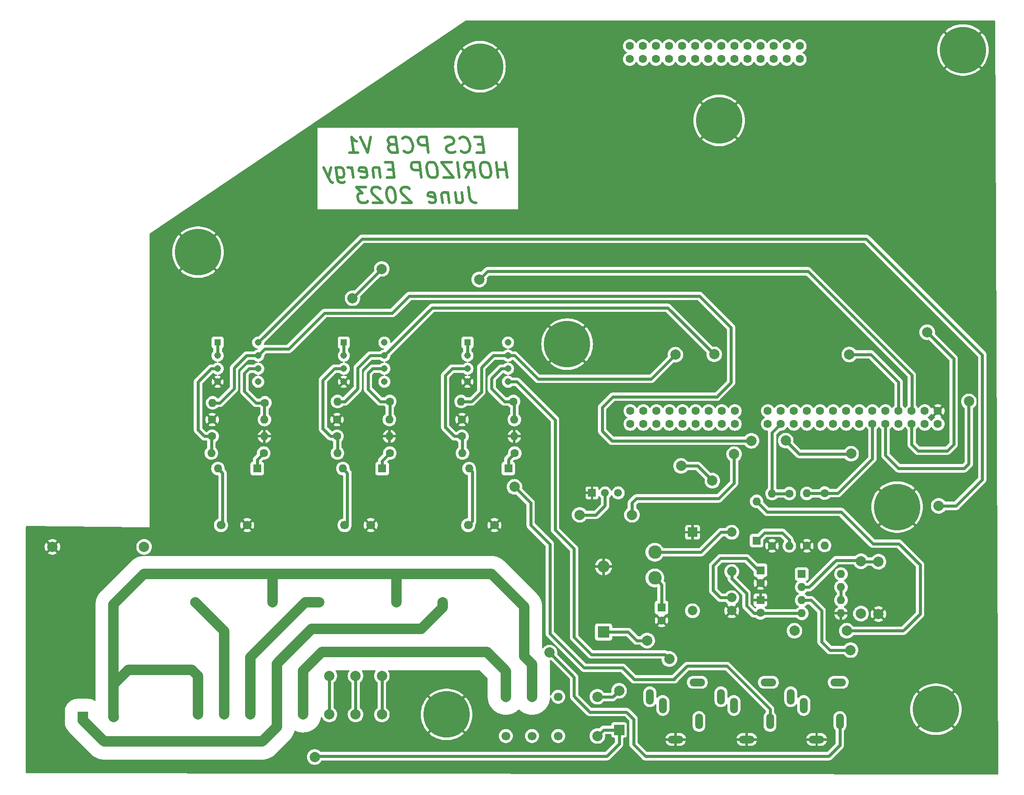
<source format=gbl>
G04 #@! TF.GenerationSoftware,KiCad,Pcbnew,7.0.2*
G04 #@! TF.CreationDate,2023-07-28T18:03:51+01:00*
G04 #@! TF.ProjectId,ECS-Prototype,4543532d-5072-46f7-946f-747970652e6b,1.4*
G04 #@! TF.SameCoordinates,Original*
G04 #@! TF.FileFunction,Copper,L2,Bot*
G04 #@! TF.FilePolarity,Positive*
%FSLAX46Y46*%
G04 Gerber Fmt 4.6, Leading zero omitted, Abs format (unit mm)*
G04 Created by KiCad (PCBNEW 7.0.2) date 2023-07-28 18:03:51*
%MOMM*%
%LPD*%
G01*
G04 APERTURE LIST*
%ADD10C,0.500000*%
G04 #@! TA.AperFunction,NonConductor*
%ADD11C,0.500000*%
G04 #@! TD*
G04 #@! TA.AperFunction,ComponentPad*
%ADD12C,9.000000*%
G04 #@! TD*
G04 #@! TA.AperFunction,ComponentPad*
%ADD13C,2.000000*%
G04 #@! TD*
G04 #@! TA.AperFunction,ComponentPad*
%ADD14O,3.016000X1.508000*%
G04 #@! TD*
G04 #@! TA.AperFunction,ComponentPad*
%ADD15O,1.508000X3.016000*%
G04 #@! TD*
G04 #@! TA.AperFunction,ComponentPad*
%ADD16R,2.000000X2.000000*%
G04 #@! TD*
G04 #@! TA.AperFunction,ComponentPad*
%ADD17R,2.300000X2.300000*%
G04 #@! TD*
G04 #@! TA.AperFunction,ComponentPad*
%ADD18O,2.300000X2.300000*%
G04 #@! TD*
G04 #@! TA.AperFunction,ComponentPad*
%ADD19R,1.500000X1.500000*%
G04 #@! TD*
G04 #@! TA.AperFunction,ComponentPad*
%ADD20C,1.500000*%
G04 #@! TD*
G04 #@! TA.AperFunction,ComponentPad*
%ADD21C,1.600000*%
G04 #@! TD*
G04 #@! TA.AperFunction,ComponentPad*
%ADD22O,1.600000X1.600000*%
G04 #@! TD*
G04 #@! TA.AperFunction,ComponentPad*
%ADD23C,1.700000*%
G04 #@! TD*
G04 #@! TA.AperFunction,ComponentPad*
%ADD24R,1.600000X1.600000*%
G04 #@! TD*
G04 #@! TA.AperFunction,ComponentPad*
%ADD25C,2.600000*%
G04 #@! TD*
G04 #@! TA.AperFunction,ComponentPad*
%ADD26R,1.308000X1.308000*%
G04 #@! TD*
G04 #@! TA.AperFunction,ComponentPad*
%ADD27C,1.308000*%
G04 #@! TD*
G04 #@! TA.AperFunction,ComponentPad*
%ADD28R,1.850000X1.850000*%
G04 #@! TD*
G04 #@! TA.AperFunction,ComponentPad*
%ADD29C,1.850000*%
G04 #@! TD*
G04 #@! TA.AperFunction,ViaPad*
%ADD30C,2.000000*%
G04 #@! TD*
G04 #@! TA.AperFunction,Conductor*
%ADD31C,0.600000*%
G04 #@! TD*
G04 #@! TA.AperFunction,Conductor*
%ADD32C,2.000000*%
G04 #@! TD*
G04 APERTURE END LIST*
D10*
D11*
X217121428Y-79781428D02*
X216121428Y-79781428D01*
X215889286Y-81352857D02*
X217317857Y-81352857D01*
X217317857Y-81352857D02*
X216942857Y-78352857D01*
X216942857Y-78352857D02*
X215514286Y-78352857D01*
X212871428Y-81067142D02*
X213032142Y-81210000D01*
X213032142Y-81210000D02*
X213478571Y-81352857D01*
X213478571Y-81352857D02*
X213764285Y-81352857D01*
X213764285Y-81352857D02*
X214174999Y-81210000D01*
X214174999Y-81210000D02*
X214424999Y-80924285D01*
X214424999Y-80924285D02*
X214532142Y-80638571D01*
X214532142Y-80638571D02*
X214603571Y-80067142D01*
X214603571Y-80067142D02*
X214549999Y-79638571D01*
X214549999Y-79638571D02*
X214335714Y-79067142D01*
X214335714Y-79067142D02*
X214157142Y-78781428D01*
X214157142Y-78781428D02*
X213835714Y-78495714D01*
X213835714Y-78495714D02*
X213389285Y-78352857D01*
X213389285Y-78352857D02*
X213103571Y-78352857D01*
X213103571Y-78352857D02*
X212692857Y-78495714D01*
X212692857Y-78495714D02*
X212567857Y-78638571D01*
X211764285Y-81210000D02*
X211353571Y-81352857D01*
X211353571Y-81352857D02*
X210639285Y-81352857D01*
X210639285Y-81352857D02*
X210335714Y-81210000D01*
X210335714Y-81210000D02*
X210174999Y-81067142D01*
X210174999Y-81067142D02*
X209996428Y-80781428D01*
X209996428Y-80781428D02*
X209960714Y-80495714D01*
X209960714Y-80495714D02*
X210067856Y-80210000D01*
X210067856Y-80210000D02*
X210192856Y-80067142D01*
X210192856Y-80067142D02*
X210460714Y-79924285D01*
X210460714Y-79924285D02*
X211014285Y-79781428D01*
X211014285Y-79781428D02*
X211282142Y-79638571D01*
X211282142Y-79638571D02*
X211407142Y-79495714D01*
X211407142Y-79495714D02*
X211514285Y-79210000D01*
X211514285Y-79210000D02*
X211478571Y-78924285D01*
X211478571Y-78924285D02*
X211299999Y-78638571D01*
X211299999Y-78638571D02*
X211139285Y-78495714D01*
X211139285Y-78495714D02*
X210835714Y-78352857D01*
X210835714Y-78352857D02*
X210121428Y-78352857D01*
X210121428Y-78352857D02*
X209710714Y-78495714D01*
X206514285Y-81352857D02*
X206139285Y-78352857D01*
X206139285Y-78352857D02*
X204996428Y-78352857D01*
X204996428Y-78352857D02*
X204728571Y-78495714D01*
X204728571Y-78495714D02*
X204603571Y-78638571D01*
X204603571Y-78638571D02*
X204496428Y-78924285D01*
X204496428Y-78924285D02*
X204549999Y-79352857D01*
X204549999Y-79352857D02*
X204728571Y-79638571D01*
X204728571Y-79638571D02*
X204889285Y-79781428D01*
X204889285Y-79781428D02*
X205192856Y-79924285D01*
X205192856Y-79924285D02*
X206335714Y-79924285D01*
X201782142Y-81067142D02*
X201942856Y-81210000D01*
X201942856Y-81210000D02*
X202389285Y-81352857D01*
X202389285Y-81352857D02*
X202674999Y-81352857D01*
X202674999Y-81352857D02*
X203085713Y-81210000D01*
X203085713Y-81210000D02*
X203335713Y-80924285D01*
X203335713Y-80924285D02*
X203442856Y-80638571D01*
X203442856Y-80638571D02*
X203514285Y-80067142D01*
X203514285Y-80067142D02*
X203460713Y-79638571D01*
X203460713Y-79638571D02*
X203246428Y-79067142D01*
X203246428Y-79067142D02*
X203067856Y-78781428D01*
X203067856Y-78781428D02*
X202746428Y-78495714D01*
X202746428Y-78495714D02*
X202299999Y-78352857D01*
X202299999Y-78352857D02*
X202014285Y-78352857D01*
X202014285Y-78352857D02*
X201603571Y-78495714D01*
X201603571Y-78495714D02*
X201478571Y-78638571D01*
X199353570Y-79781428D02*
X198942856Y-79924285D01*
X198942856Y-79924285D02*
X198817856Y-80067142D01*
X198817856Y-80067142D02*
X198710713Y-80352857D01*
X198710713Y-80352857D02*
X198764285Y-80781428D01*
X198764285Y-80781428D02*
X198942856Y-81067142D01*
X198942856Y-81067142D02*
X199103570Y-81210000D01*
X199103570Y-81210000D02*
X199407142Y-81352857D01*
X199407142Y-81352857D02*
X200549999Y-81352857D01*
X200549999Y-81352857D02*
X200174999Y-78352857D01*
X200174999Y-78352857D02*
X199174999Y-78352857D01*
X199174999Y-78352857D02*
X198907142Y-78495714D01*
X198907142Y-78495714D02*
X198782142Y-78638571D01*
X198782142Y-78638571D02*
X198674999Y-78924285D01*
X198674999Y-78924285D02*
X198710713Y-79210000D01*
X198710713Y-79210000D02*
X198889285Y-79495714D01*
X198889285Y-79495714D02*
X199049999Y-79638571D01*
X199049999Y-79638571D02*
X199353570Y-79781428D01*
X199353570Y-79781428D02*
X200353570Y-79781428D01*
X195335713Y-78352857D02*
X194710713Y-81352857D01*
X194710713Y-81352857D02*
X193335713Y-78352857D01*
X191157142Y-81352857D02*
X192871428Y-81352857D01*
X192014285Y-81352857D02*
X191639285Y-78352857D01*
X191639285Y-78352857D02*
X191978571Y-78781428D01*
X191978571Y-78781428D02*
X192300000Y-79067142D01*
X192300000Y-79067142D02*
X192603571Y-79210000D01*
X221791071Y-86212857D02*
X221416071Y-83212857D01*
X221594642Y-84641428D02*
X219880357Y-84641428D01*
X220076785Y-86212857D02*
X219701785Y-83212857D01*
X217719642Y-83212857D02*
X217148214Y-83212857D01*
X217148214Y-83212857D02*
X216880357Y-83355714D01*
X216880357Y-83355714D02*
X216630357Y-83641428D01*
X216630357Y-83641428D02*
X216558928Y-84212857D01*
X216558928Y-84212857D02*
X216683928Y-85212857D01*
X216683928Y-85212857D02*
X216898214Y-85784285D01*
X216898214Y-85784285D02*
X217219642Y-86070000D01*
X217219642Y-86070000D02*
X217523214Y-86212857D01*
X217523214Y-86212857D02*
X218094642Y-86212857D01*
X218094642Y-86212857D02*
X218362500Y-86070000D01*
X218362500Y-86070000D02*
X218612500Y-85784285D01*
X218612500Y-85784285D02*
X218683928Y-85212857D01*
X218683928Y-85212857D02*
X218558928Y-84212857D01*
X218558928Y-84212857D02*
X218344642Y-83641428D01*
X218344642Y-83641428D02*
X218023214Y-83355714D01*
X218023214Y-83355714D02*
X217719642Y-83212857D01*
X213826785Y-86212857D02*
X214648214Y-84784285D01*
X215541071Y-86212857D02*
X215166071Y-83212857D01*
X215166071Y-83212857D02*
X214023214Y-83212857D01*
X214023214Y-83212857D02*
X213755357Y-83355714D01*
X213755357Y-83355714D02*
X213630357Y-83498571D01*
X213630357Y-83498571D02*
X213523214Y-83784285D01*
X213523214Y-83784285D02*
X213576785Y-84212857D01*
X213576785Y-84212857D02*
X213755357Y-84498571D01*
X213755357Y-84498571D02*
X213916071Y-84641428D01*
X213916071Y-84641428D02*
X214219642Y-84784285D01*
X214219642Y-84784285D02*
X215362500Y-84784285D01*
X212558928Y-86212857D02*
X212183928Y-83212857D01*
X211058928Y-83212857D02*
X209058928Y-83212857D01*
X209058928Y-83212857D02*
X211433928Y-86212857D01*
X211433928Y-86212857D02*
X209433928Y-86212857D01*
X207362499Y-83212857D02*
X206791071Y-83212857D01*
X206791071Y-83212857D02*
X206523214Y-83355714D01*
X206523214Y-83355714D02*
X206273214Y-83641428D01*
X206273214Y-83641428D02*
X206201785Y-84212857D01*
X206201785Y-84212857D02*
X206326785Y-85212857D01*
X206326785Y-85212857D02*
X206541071Y-85784285D01*
X206541071Y-85784285D02*
X206862499Y-86070000D01*
X206862499Y-86070000D02*
X207166071Y-86212857D01*
X207166071Y-86212857D02*
X207737499Y-86212857D01*
X207737499Y-86212857D02*
X208005357Y-86070000D01*
X208005357Y-86070000D02*
X208255357Y-85784285D01*
X208255357Y-85784285D02*
X208326785Y-85212857D01*
X208326785Y-85212857D02*
X208201785Y-84212857D01*
X208201785Y-84212857D02*
X207987499Y-83641428D01*
X207987499Y-83641428D02*
X207666071Y-83355714D01*
X207666071Y-83355714D02*
X207362499Y-83212857D01*
X205183928Y-86212857D02*
X204808928Y-83212857D01*
X204808928Y-83212857D02*
X203666071Y-83212857D01*
X203666071Y-83212857D02*
X203398214Y-83355714D01*
X203398214Y-83355714D02*
X203273214Y-83498571D01*
X203273214Y-83498571D02*
X203166071Y-83784285D01*
X203166071Y-83784285D02*
X203219642Y-84212857D01*
X203219642Y-84212857D02*
X203398214Y-84498571D01*
X203398214Y-84498571D02*
X203558928Y-84641428D01*
X203558928Y-84641428D02*
X203862499Y-84784285D01*
X203862499Y-84784285D02*
X205005357Y-84784285D01*
X199719642Y-84641428D02*
X198719642Y-84641428D01*
X198487500Y-86212857D02*
X199916071Y-86212857D01*
X199916071Y-86212857D02*
X199541071Y-83212857D01*
X199541071Y-83212857D02*
X198112500Y-83212857D01*
X196969642Y-84212857D02*
X197219642Y-86212857D01*
X197005356Y-84498571D02*
X196844642Y-84355714D01*
X196844642Y-84355714D02*
X196541071Y-84212857D01*
X196541071Y-84212857D02*
X196112499Y-84212857D01*
X196112499Y-84212857D02*
X195844642Y-84355714D01*
X195844642Y-84355714D02*
X195737499Y-84641428D01*
X195737499Y-84641428D02*
X195933928Y-86212857D01*
X193362499Y-86070000D02*
X193666070Y-86212857D01*
X193666070Y-86212857D02*
X194237499Y-86212857D01*
X194237499Y-86212857D02*
X194505356Y-86070000D01*
X194505356Y-86070000D02*
X194612499Y-85784285D01*
X194612499Y-85784285D02*
X194469642Y-84641428D01*
X194469642Y-84641428D02*
X194291070Y-84355714D01*
X194291070Y-84355714D02*
X193987499Y-84212857D01*
X193987499Y-84212857D02*
X193416070Y-84212857D01*
X193416070Y-84212857D02*
X193148213Y-84355714D01*
X193148213Y-84355714D02*
X193041070Y-84641428D01*
X193041070Y-84641428D02*
X193076784Y-84927142D01*
X193076784Y-84927142D02*
X194541070Y-85212857D01*
X191969642Y-86212857D02*
X191719642Y-84212857D01*
X191791071Y-84784285D02*
X191612499Y-84498571D01*
X191612499Y-84498571D02*
X191451785Y-84355714D01*
X191451785Y-84355714D02*
X191148213Y-84212857D01*
X191148213Y-84212857D02*
X190862499Y-84212857D01*
X188594642Y-84212857D02*
X188898213Y-86641428D01*
X188898213Y-86641428D02*
X189076785Y-86927142D01*
X189076785Y-86927142D02*
X189237499Y-87070000D01*
X189237499Y-87070000D02*
X189541070Y-87212857D01*
X189541070Y-87212857D02*
X189969642Y-87212857D01*
X189969642Y-87212857D02*
X190237499Y-87070000D01*
X188826785Y-86070000D02*
X189130356Y-86212857D01*
X189130356Y-86212857D02*
X189701785Y-86212857D01*
X189701785Y-86212857D02*
X189969642Y-86070000D01*
X189969642Y-86070000D02*
X190094642Y-85927142D01*
X190094642Y-85927142D02*
X190201785Y-85641428D01*
X190201785Y-85641428D02*
X190094642Y-84784285D01*
X190094642Y-84784285D02*
X189916070Y-84498571D01*
X189916070Y-84498571D02*
X189755356Y-84355714D01*
X189755356Y-84355714D02*
X189451785Y-84212857D01*
X189451785Y-84212857D02*
X188880356Y-84212857D01*
X188880356Y-84212857D02*
X188612499Y-84355714D01*
X187594641Y-84212857D02*
X187130356Y-86212857D01*
X186166070Y-84212857D02*
X187130356Y-86212857D01*
X187130356Y-86212857D02*
X187505356Y-86927142D01*
X187505356Y-86927142D02*
X187666070Y-87070000D01*
X187666070Y-87070000D02*
X187969641Y-87212857D01*
X214300000Y-88072857D02*
X214567857Y-90215714D01*
X214567857Y-90215714D02*
X214764286Y-90644285D01*
X214764286Y-90644285D02*
X215085714Y-90930000D01*
X215085714Y-90930000D02*
X215532143Y-91072857D01*
X215532143Y-91072857D02*
X215817857Y-91072857D01*
X211728572Y-89072857D02*
X211978572Y-91072857D01*
X213014286Y-89072857D02*
X213210715Y-90644285D01*
X213210715Y-90644285D02*
X213103572Y-90930000D01*
X213103572Y-90930000D02*
X212835715Y-91072857D01*
X212835715Y-91072857D02*
X212407143Y-91072857D01*
X212407143Y-91072857D02*
X212103572Y-90930000D01*
X212103572Y-90930000D02*
X211942857Y-90787142D01*
X210317857Y-89072857D02*
X210567857Y-91072857D01*
X210353571Y-89358571D02*
X210192857Y-89215714D01*
X210192857Y-89215714D02*
X209889286Y-89072857D01*
X209889286Y-89072857D02*
X209460714Y-89072857D01*
X209460714Y-89072857D02*
X209192857Y-89215714D01*
X209192857Y-89215714D02*
X209085714Y-89501428D01*
X209085714Y-89501428D02*
X209282143Y-91072857D01*
X206710714Y-90930000D02*
X207014285Y-91072857D01*
X207014285Y-91072857D02*
X207585714Y-91072857D01*
X207585714Y-91072857D02*
X207853571Y-90930000D01*
X207853571Y-90930000D02*
X207960714Y-90644285D01*
X207960714Y-90644285D02*
X207817857Y-89501428D01*
X207817857Y-89501428D02*
X207639285Y-89215714D01*
X207639285Y-89215714D02*
X207335714Y-89072857D01*
X207335714Y-89072857D02*
X206764285Y-89072857D01*
X206764285Y-89072857D02*
X206496428Y-89215714D01*
X206496428Y-89215714D02*
X206389285Y-89501428D01*
X206389285Y-89501428D02*
X206424999Y-89787142D01*
X206424999Y-89787142D02*
X207889285Y-90072857D01*
X202835714Y-88358571D02*
X202675000Y-88215714D01*
X202675000Y-88215714D02*
X202371429Y-88072857D01*
X202371429Y-88072857D02*
X201657143Y-88072857D01*
X201657143Y-88072857D02*
X201389286Y-88215714D01*
X201389286Y-88215714D02*
X201264286Y-88358571D01*
X201264286Y-88358571D02*
X201157143Y-88644285D01*
X201157143Y-88644285D02*
X201192857Y-88930000D01*
X201192857Y-88930000D02*
X201389286Y-89358571D01*
X201389286Y-89358571D02*
X203317857Y-91072857D01*
X203317857Y-91072857D02*
X201460714Y-91072857D01*
X199246428Y-88072857D02*
X198960714Y-88072857D01*
X198960714Y-88072857D02*
X198692857Y-88215714D01*
X198692857Y-88215714D02*
X198567857Y-88358571D01*
X198567857Y-88358571D02*
X198460714Y-88644285D01*
X198460714Y-88644285D02*
X198389286Y-89215714D01*
X198389286Y-89215714D02*
X198478571Y-89930000D01*
X198478571Y-89930000D02*
X198692857Y-90501428D01*
X198692857Y-90501428D02*
X198871428Y-90787142D01*
X198871428Y-90787142D02*
X199032143Y-90930000D01*
X199032143Y-90930000D02*
X199335714Y-91072857D01*
X199335714Y-91072857D02*
X199621428Y-91072857D01*
X199621428Y-91072857D02*
X199889286Y-90930000D01*
X199889286Y-90930000D02*
X200014286Y-90787142D01*
X200014286Y-90787142D02*
X200121428Y-90501428D01*
X200121428Y-90501428D02*
X200192857Y-89930000D01*
X200192857Y-89930000D02*
X200103571Y-89215714D01*
X200103571Y-89215714D02*
X199889286Y-88644285D01*
X199889286Y-88644285D02*
X199710714Y-88358571D01*
X199710714Y-88358571D02*
X199550000Y-88215714D01*
X199550000Y-88215714D02*
X199246428Y-88072857D01*
X197157142Y-88358571D02*
X196996428Y-88215714D01*
X196996428Y-88215714D02*
X196692857Y-88072857D01*
X196692857Y-88072857D02*
X195978571Y-88072857D01*
X195978571Y-88072857D02*
X195710714Y-88215714D01*
X195710714Y-88215714D02*
X195585714Y-88358571D01*
X195585714Y-88358571D02*
X195478571Y-88644285D01*
X195478571Y-88644285D02*
X195514285Y-88930000D01*
X195514285Y-88930000D02*
X195710714Y-89358571D01*
X195710714Y-89358571D02*
X197639285Y-91072857D01*
X197639285Y-91072857D02*
X195782142Y-91072857D01*
X194424999Y-88072857D02*
X192567856Y-88072857D01*
X192567856Y-88072857D02*
X193710714Y-89215714D01*
X193710714Y-89215714D02*
X193282142Y-89215714D01*
X193282142Y-89215714D02*
X193014285Y-89358571D01*
X193014285Y-89358571D02*
X192889285Y-89501428D01*
X192889285Y-89501428D02*
X192782142Y-89787142D01*
X192782142Y-89787142D02*
X192871428Y-90501428D01*
X192871428Y-90501428D02*
X193049999Y-90787142D01*
X193049999Y-90787142D02*
X193210714Y-90930000D01*
X193210714Y-90930000D02*
X193514285Y-91072857D01*
X193514285Y-91072857D02*
X194371428Y-91072857D01*
X194371428Y-91072857D02*
X194639285Y-90930000D01*
X194639285Y-90930000D02*
X194764285Y-90787142D01*
D12*
X161800000Y-100690000D03*
X216550000Y-64690000D03*
X305050000Y-189440000D03*
D13*
X197500000Y-182940000D03*
X197500000Y-190440000D03*
X192400000Y-182940000D03*
X192400000Y-190440000D03*
X187300000Y-182940000D03*
X187300000Y-190440000D03*
X182200000Y-182940000D03*
X182200000Y-190440000D03*
X177100000Y-182940000D03*
X177100000Y-190440000D03*
X172000000Y-182940000D03*
X172000000Y-190440000D03*
X166900000Y-182940000D03*
X166900000Y-190440000D03*
X161800000Y-182940000D03*
X161800000Y-190440000D03*
D14*
X254545000Y-195300000D03*
D15*
X259045000Y-191800000D03*
X249545000Y-187000000D03*
D14*
X258745000Y-184200000D03*
D15*
X252045000Y-188700000D03*
D14*
X268345000Y-195300000D03*
D15*
X272845000Y-191800000D03*
X263345000Y-187000000D03*
D14*
X272545000Y-184200000D03*
D15*
X265845000Y-188700000D03*
D14*
X281900000Y-195300000D03*
D15*
X286400000Y-191800000D03*
X276900000Y-187000000D03*
D14*
X286100000Y-184200000D03*
D15*
X279400000Y-188700000D03*
D16*
X243550000Y-193440000D03*
D13*
X243550000Y-185820000D03*
D17*
X240550000Y-174440000D03*
D18*
X240550000Y-161740000D03*
D19*
X238300000Y-147440000D03*
D20*
X240840000Y-147440000D03*
X243380000Y-147440000D03*
D21*
X283449999Y-147475001D03*
D22*
X283449999Y-157635001D03*
D21*
X280005000Y-157690000D03*
D22*
X280005000Y-147530000D03*
D13*
X246050000Y-151690000D03*
X235890000Y-151690000D03*
X293910000Y-170950000D03*
X293910000Y-160790000D03*
X290505000Y-160706000D03*
X290505000Y-170866000D03*
X287755000Y-174190000D03*
X277595000Y-174190000D03*
D21*
X276610000Y-147540000D03*
D22*
X276610000Y-157700000D03*
D21*
X273250000Y-157710000D03*
D22*
X273250000Y-147550000D03*
D13*
X161307000Y-168683000D03*
X176293000Y-168683000D03*
D23*
X166260000Y-153697000D03*
X171340000Y-153697000D03*
D13*
X209307000Y-168683000D03*
X224293000Y-168683000D03*
D23*
X214260000Y-153697000D03*
X219340000Y-153697000D03*
D13*
X185307000Y-168683000D03*
X200293000Y-168683000D03*
D23*
X190260000Y-153697000D03*
X195340000Y-153697000D03*
D12*
X297530000Y-150180000D03*
D24*
X279005000Y-163190000D03*
D22*
X279005000Y-165730000D03*
X279005000Y-168270000D03*
X279005000Y-170810000D03*
X286625000Y-170810000D03*
X286625000Y-168270000D03*
X286625000Y-165730000D03*
X286625000Y-163190000D03*
D24*
X270255000Y-156690000D03*
D22*
X270255000Y-149070000D03*
D25*
X250500000Y-158940000D03*
X250500000Y-163940000D03*
D24*
X271000000Y-168234888D03*
D21*
X271000000Y-170734888D03*
D24*
X251800000Y-169690000D03*
D21*
X251800000Y-172190000D03*
D24*
X271005000Y-162440000D03*
D21*
X271005000Y-164940000D03*
D24*
X197550000Y-142690000D03*
D22*
X189930000Y-142690000D03*
D21*
X188800000Y-133190000D03*
D22*
X198960000Y-133190000D03*
D24*
X222050000Y-142690000D03*
D22*
X214430000Y-142690000D03*
D21*
X223300000Y-139690000D03*
D22*
X213140000Y-139690000D03*
D21*
X213050000Y-136440000D03*
D22*
X223210000Y-136440000D03*
D21*
X213050000Y-133190000D03*
D22*
X223210000Y-133190000D03*
D21*
X174550000Y-139690000D03*
D22*
X164390000Y-139690000D03*
D21*
X199050000Y-129690000D03*
D22*
X188890000Y-129690000D03*
D21*
X164550000Y-136440000D03*
D22*
X174710000Y-136440000D03*
D21*
X199050000Y-139690000D03*
D22*
X188890000Y-139690000D03*
D21*
X223050000Y-129690000D03*
D22*
X212890000Y-129690000D03*
D21*
X188800000Y-136440000D03*
D22*
X198960000Y-136440000D03*
D21*
X174800000Y-129940000D03*
D22*
X164640000Y-129940000D03*
D21*
X164550000Y-133190000D03*
D22*
X174710000Y-133190000D03*
D24*
X173300000Y-142690000D03*
D22*
X165680000Y-142690000D03*
D26*
X214115000Y-118240000D03*
D27*
X214115000Y-120780000D03*
X214115000Y-123320000D03*
X214115000Y-125860000D03*
X221985000Y-125860000D03*
X221985000Y-123320000D03*
X221985000Y-120780000D03*
X221985000Y-118240000D03*
D26*
X190115000Y-118240000D03*
D27*
X190115000Y-120780000D03*
X190115000Y-123320000D03*
X190115000Y-125860000D03*
X197985000Y-125860000D03*
X197985000Y-123320000D03*
X197985000Y-120780000D03*
X197985000Y-118240000D03*
D26*
X165615000Y-118240000D03*
D27*
X165615000Y-120780000D03*
X165615000Y-123320000D03*
X165615000Y-125860000D03*
X173485000Y-125860000D03*
X173485000Y-123320000D03*
X173485000Y-120780000D03*
X173485000Y-118240000D03*
D13*
X239340000Y-194620000D03*
D23*
X231720000Y-194620000D03*
X226640000Y-194620000D03*
X221560000Y-194620000D03*
D13*
X221560000Y-187000000D03*
X226640000Y-187000000D03*
D23*
X231720000Y-187000000D03*
D13*
X239340000Y-187000000D03*
D28*
X257800000Y-155070000D03*
D29*
X257800000Y-170310000D03*
X265420000Y-155070000D03*
X265420000Y-162690000D03*
X265420000Y-167770000D03*
X265420000Y-170310000D03*
D12*
X210050000Y-190440000D03*
X310300000Y-61440000D03*
D16*
X139440000Y-190910000D03*
D13*
X145440000Y-190910000D03*
X133540000Y-157910000D03*
X151340000Y-157910000D03*
D12*
X233470000Y-118550000D03*
X262970000Y-75110000D03*
D21*
X305440000Y-134040000D03*
X302900000Y-134040000D03*
X300360000Y-134040000D03*
X297820000Y-134040000D03*
X295280000Y-134040000D03*
X292740000Y-134040000D03*
X290200000Y-134040000D03*
X287660000Y-134040000D03*
X285120000Y-134040000D03*
X282580000Y-134040000D03*
X280040000Y-134040000D03*
X277500000Y-134040000D03*
X274960000Y-134040000D03*
X272420000Y-134040000D03*
X305440000Y-131500000D03*
X302900000Y-131500000D03*
X300360000Y-131500000D03*
X297820000Y-131500000D03*
X295280000Y-131500000D03*
X292740000Y-131500000D03*
X290200000Y-131500000D03*
X287660000Y-131500000D03*
X285120000Y-131500000D03*
X282580000Y-131500000D03*
X280040000Y-131500000D03*
X277500000Y-131500000D03*
X274960000Y-131500000D03*
X272420000Y-131500000D03*
X266040000Y-134040000D03*
X263500000Y-134040000D03*
X260960000Y-134040000D03*
X258420000Y-134040000D03*
X255880000Y-134040000D03*
X253340000Y-134040000D03*
X250800000Y-134040000D03*
X248260000Y-134040000D03*
X245720000Y-134040000D03*
X266040000Y-131500000D03*
X263500000Y-131500000D03*
X260960000Y-131500000D03*
X258420000Y-131500000D03*
X255880000Y-131500000D03*
X253340000Y-131500000D03*
X250800000Y-131500000D03*
X248260000Y-131500000D03*
X245720000Y-131500000D03*
X278640000Y-63200000D03*
X276100000Y-63200000D03*
X273560000Y-63200000D03*
X271020000Y-63200000D03*
X268480000Y-63200000D03*
X265940000Y-63200000D03*
X263400000Y-63200000D03*
X260860000Y-63200000D03*
X258320000Y-63200000D03*
X255780000Y-63200000D03*
X253240000Y-63200000D03*
X250700000Y-63200000D03*
X248160000Y-63200000D03*
X245620000Y-63200000D03*
X278640000Y-60660000D03*
X276100000Y-60660000D03*
X273560000Y-60660000D03*
X271020000Y-60660000D03*
X268480000Y-60660000D03*
X265940000Y-60660000D03*
X263400000Y-60660000D03*
X260860000Y-60660000D03*
X258320000Y-60660000D03*
X255780000Y-60660000D03*
X253240000Y-60660000D03*
X250700000Y-60660000D03*
X248160000Y-60660000D03*
X245620000Y-60660000D03*
D30*
X184460000Y-198690000D03*
X249000000Y-176100000D03*
X255600000Y-142190000D03*
X261660000Y-145050000D03*
X230050000Y-178440000D03*
X223252000Y-146250000D03*
X253325000Y-179675000D03*
X216400000Y-106000000D03*
X265890000Y-139890000D03*
X305600000Y-149950000D03*
X254500000Y-120590000D03*
X311460000Y-129670000D03*
X288250000Y-120540000D03*
X262030000Y-120520000D03*
X269240000Y-137310000D03*
X288600000Y-139830000D03*
X275900000Y-137290000D03*
X288505000Y-177940000D03*
X303365000Y-116225000D03*
X197490000Y-103940000D03*
X191815000Y-109615000D03*
D31*
X187300000Y-182940000D02*
X187300000Y-190440000D01*
X184460000Y-198690000D02*
X184598000Y-198552000D01*
X251800000Y-169690000D02*
X251800000Y-165240000D01*
X241158000Y-198552000D02*
X243550000Y-196160000D01*
X283470000Y-157615000D02*
X283449999Y-157635001D01*
X250250000Y-163940000D02*
X250500000Y-163940000D01*
X251800000Y-165240000D02*
X250500000Y-163940000D01*
X184598000Y-198552000D02*
X241158000Y-198552000D01*
X239340000Y-194620000D02*
X240520000Y-193440000D01*
X240520000Y-193440000D02*
X243550000Y-193440000D01*
X243550000Y-196160000D02*
X243550000Y-193440000D01*
X215050000Y-152907000D02*
X214260000Y-153697000D01*
X214430000Y-142690000D02*
X215050000Y-143310000D01*
X215050000Y-143310000D02*
X215050000Y-152907000D01*
X243550000Y-185820000D02*
X242320000Y-187050000D01*
X242320000Y-187050000D02*
X239390000Y-187050000D01*
X239390000Y-187050000D02*
X239340000Y-187000000D01*
X192400000Y-182940000D02*
X192400000Y-190440000D01*
X272315000Y-151130000D02*
X270255000Y-149070000D01*
X287755000Y-174190000D02*
X298750000Y-174190000D01*
X292840000Y-157290000D02*
X286680000Y-151130000D01*
X298750000Y-174190000D02*
X301990000Y-170950000D01*
X249000000Y-176100000D02*
X246960000Y-176100000D01*
X301990000Y-161420000D02*
X297860000Y-157290000D01*
X301990000Y-170950000D02*
X301990000Y-161420000D01*
X297860000Y-157290000D02*
X292840000Y-157290000D01*
X245300000Y-174440000D02*
X240550000Y-174440000D01*
X246960000Y-176100000D02*
X245300000Y-174440000D01*
X286680000Y-151130000D02*
X272315000Y-151130000D01*
X190800000Y-143560000D02*
X190800000Y-153157000D01*
X189930000Y-142690000D02*
X190800000Y-143560000D01*
X190800000Y-153157000D02*
X190260000Y-153697000D01*
X166550000Y-143560000D02*
X166550000Y-153407000D01*
X165680000Y-142690000D02*
X166550000Y-143560000D01*
X166550000Y-153407000D02*
X166260000Y-153697000D01*
D32*
X185808881Y-178350000D02*
X182200000Y-181958881D01*
X211710000Y-178350000D02*
X217900000Y-178350000D01*
X221560000Y-182010000D02*
X221560000Y-187000000D01*
X182200000Y-183340000D02*
X182200000Y-190440000D01*
X182200000Y-181958881D02*
X182200000Y-182940000D01*
X211710000Y-178350000D02*
X185808881Y-178350000D01*
X217900000Y-178350000D02*
X221560000Y-182010000D01*
X161800000Y-182940000D02*
X160610000Y-181750000D01*
X200293000Y-168683000D02*
X200293000Y-163197000D01*
X146360000Y-183650000D02*
X145420000Y-184590000D01*
X145420000Y-184590000D02*
X145420000Y-169070000D01*
X176293000Y-168683000D02*
X176293000Y-163683000D01*
X226640000Y-180726039D02*
X225100000Y-179186039D01*
X148260000Y-181750000D02*
X146360000Y-183650000D01*
X200293000Y-163197000D02*
X200300000Y-163190000D01*
X176293000Y-163683000D02*
X175800000Y-163190000D01*
X145420000Y-169070000D02*
X151300000Y-163190000D01*
X226640000Y-187000000D02*
X226640000Y-180726039D01*
X145420000Y-184590000D02*
X145420000Y-190890000D01*
X161800000Y-182940000D02*
X161800000Y-190440000D01*
X225100000Y-169490000D02*
X224293000Y-168683000D01*
X175800000Y-163190000D02*
X200300000Y-163190000D01*
X218800000Y-163190000D02*
X224293000Y-168683000D01*
X151300000Y-163190000D02*
X175800000Y-163190000D01*
X145420000Y-190890000D02*
X145440000Y-190910000D01*
X225100000Y-179186039D02*
X225100000Y-169490000D01*
X200300000Y-163190000D02*
X218800000Y-163190000D01*
X160610000Y-181750000D02*
X148260000Y-181750000D01*
X161307000Y-168683000D02*
X166900000Y-174276000D01*
X166900000Y-174276000D02*
X166900000Y-190440000D01*
X182656961Y-168683000D02*
X172000000Y-179339961D01*
X172000000Y-179339961D02*
X172000000Y-190440000D01*
X185307000Y-168683000D02*
X182656961Y-168683000D01*
X139440000Y-190910000D02*
X139440000Y-191573962D01*
X183853923Y-173850000D02*
X205170000Y-173850000D01*
X205170000Y-173850000D02*
X209307000Y-169713000D01*
X174280000Y-195710000D02*
X177100000Y-192890000D01*
X209307000Y-169713000D02*
X209307000Y-168683000D01*
X177100000Y-180603923D02*
X183853923Y-173850000D01*
X143576038Y-195710000D02*
X174280000Y-195710000D01*
X177100000Y-192890000D02*
X177100000Y-180603923D01*
X139440000Y-191573962D02*
X143576038Y-195710000D01*
D31*
X286034999Y-147475001D02*
X292740000Y-140770000D01*
X280005000Y-147530000D02*
X283395000Y-147530000D01*
X197810000Y-182750000D02*
X197750000Y-182690000D01*
X197500000Y-182940000D02*
X197500000Y-190440000D01*
X258800000Y-142190000D02*
X255600000Y-142190000D01*
X292740000Y-140770000D02*
X292740000Y-134040000D01*
X283449999Y-147475001D02*
X286034999Y-147475001D01*
X292500000Y-134040000D02*
X292440000Y-134100000D01*
X261660000Y-145050000D02*
X258800000Y-142190000D01*
X234800000Y-183190000D02*
X234800000Y-186900000D01*
X234800000Y-186900000D02*
X237870000Y-189970000D01*
X246366000Y-196266000D02*
X248652000Y-198552000D01*
X284248000Y-198552000D02*
X286400000Y-196400000D01*
X237870000Y-189970000D02*
X244988000Y-189970000D01*
X286400000Y-196400000D02*
X286400000Y-191800000D01*
X244988000Y-189970000D02*
X246366000Y-191348000D01*
X248652000Y-198552000D02*
X284248000Y-198552000D01*
X246366000Y-191348000D02*
X246366000Y-196266000D01*
X230050000Y-178440000D02*
X234800000Y-183190000D01*
X223252000Y-146250000D02*
X226400000Y-149398000D01*
X254290000Y-183520000D02*
X256770000Y-181040000D01*
X272845000Y-189395000D02*
X272845000Y-191800000D01*
X256770000Y-181040000D02*
X264490000Y-181040000D01*
X230110000Y-157404000D02*
X230110000Y-174750000D01*
X264490000Y-181040000D02*
X272845000Y-189395000D01*
X246470000Y-183620000D02*
X254290000Y-183620000D01*
X226400000Y-149398000D02*
X226400000Y-153694000D01*
X254290000Y-183620000D02*
X254290000Y-183520000D01*
X244230000Y-181380000D02*
X246470000Y-183620000D01*
X226400000Y-153694000D02*
X230110000Y-157404000D01*
X230110000Y-174750000D02*
X236740000Y-181380000D01*
X236740000Y-181380000D02*
X244230000Y-181380000D01*
X234800000Y-175440000D02*
X234800000Y-158284000D01*
X234800000Y-158284000D02*
X231126000Y-154610000D01*
X231126000Y-133266000D02*
X223720000Y-125860000D01*
X252450000Y-178800000D02*
X238160000Y-178800000D01*
X223720000Y-125860000D02*
X221985000Y-125860000D01*
X253325000Y-179675000D02*
X252450000Y-178800000D01*
X238160000Y-178800000D02*
X234800000Y-175440000D01*
X231126000Y-154610000D02*
X231126000Y-133266000D01*
X214100000Y-118225000D02*
X214115000Y-118240000D01*
X280230000Y-104400000D02*
X300370000Y-124540000D01*
X218000000Y-104400000D02*
X280230000Y-104400000D01*
X216400000Y-106000000D02*
X218000000Y-104400000D01*
X300370000Y-124540000D02*
X300370000Y-131530000D01*
X214115000Y-118240000D02*
X214115000Y-120780000D01*
X263200000Y-160150000D02*
X261830000Y-161520000D01*
X263200000Y-167770000D02*
X265420000Y-167770000D01*
X270570000Y-162440000D02*
X268280000Y-160150000D01*
X261830000Y-166400000D02*
X263200000Y-167770000D01*
X261830000Y-161520000D02*
X261830000Y-166400000D01*
X268280000Y-160150000D02*
X263200000Y-160150000D01*
X268280000Y-166920000D02*
X268280000Y-169360000D01*
X268280000Y-169360000D02*
X269730000Y-170810000D01*
X265420000Y-164060000D02*
X268280000Y-166920000D01*
X265420000Y-162690000D02*
X265420000Y-164060000D01*
X269730000Y-170810000D02*
X279005000Y-170810000D01*
X222050000Y-140940000D02*
X223300000Y-139690000D01*
X222050000Y-142690000D02*
X222050000Y-140940000D01*
X197550000Y-141190000D02*
X199050000Y-139690000D01*
X197550000Y-142690000D02*
X197550000Y-141190000D01*
X173300000Y-140940000D02*
X174550000Y-139690000D01*
X173300000Y-142690000D02*
X173300000Y-140940000D01*
X276610000Y-156545000D02*
X275255000Y-155190000D01*
X276610000Y-157700000D02*
X276610000Y-156545000D01*
X275255000Y-155190000D02*
X271755000Y-155190000D01*
X271755000Y-155190000D02*
X270255000Y-156690000D01*
X263330000Y-155070000D02*
X265420000Y-155070000D01*
X259460000Y-158940000D02*
X263330000Y-155070000D01*
X250500000Y-158940000D02*
X259460000Y-158940000D01*
X240840000Y-149900000D02*
X239050000Y-151690000D01*
X239050000Y-151690000D02*
X235890000Y-151690000D01*
X240840000Y-147440000D02*
X240840000Y-149900000D01*
X246050000Y-149360000D02*
X246050000Y-151690000D01*
X246900000Y-148510000D02*
X246050000Y-149360000D01*
X265890000Y-139890000D02*
X265870000Y-139910000D01*
X265870000Y-139910000D02*
X265870000Y-145520000D01*
X262880000Y-148510000D02*
X246900000Y-148510000D01*
X265870000Y-145520000D02*
X262880000Y-148510000D01*
X280460000Y-165730000D02*
X279005000Y-165730000D01*
X290505000Y-160690000D02*
X290505000Y-160706000D01*
X285690000Y-160500000D02*
X280460000Y-165730000D01*
X290505000Y-160706000D02*
X290299000Y-160500000D01*
X293755000Y-160780000D02*
X290595000Y-160780000D01*
X290299000Y-160500000D02*
X285690000Y-160500000D01*
X305650000Y-149950000D02*
X308960000Y-149950000D01*
X193625000Y-98100000D02*
X173485000Y-118240000D01*
X314060000Y-120630000D02*
X291530000Y-98100000D01*
X314060000Y-144850000D02*
X314060000Y-120630000D01*
X308960000Y-149950000D02*
X314060000Y-144850000D01*
X291530000Y-98100000D02*
X193625000Y-98100000D01*
X273260000Y-147540000D02*
X273260000Y-147525000D01*
X273255000Y-147545000D02*
X273255000Y-135745000D01*
X276505000Y-147540000D02*
X273260000Y-147540000D01*
X276629999Y-147415001D02*
X276505000Y-147540000D01*
X273260000Y-147525000D02*
X273369999Y-147415001D01*
X273250000Y-147550000D02*
X273255000Y-147545000D01*
X273255000Y-135745000D02*
X274960000Y-134040000D01*
X213140000Y-139690000D02*
X213140000Y-136530000D01*
X211550000Y-136440000D02*
X209800000Y-134690000D01*
X209800000Y-134690000D02*
X209800000Y-124650000D01*
X209800000Y-124650000D02*
X211130000Y-123320000D01*
X213050000Y-136440000D02*
X211550000Y-136440000D01*
X211130000Y-123320000D02*
X214115000Y-123320000D01*
X213140000Y-136530000D02*
X213050000Y-136440000D01*
X218800000Y-125190000D02*
X220670000Y-123320000D01*
X218800000Y-127190000D02*
X218800000Y-125190000D01*
X223210000Y-133190000D02*
X223210000Y-129850000D01*
X223050000Y-129690000D02*
X221300000Y-129690000D01*
X220670000Y-123320000D02*
X221985000Y-123320000D01*
X221300000Y-129690000D02*
X218800000Y-127190000D01*
X311450000Y-129680000D02*
X311460000Y-129670000D01*
X297820000Y-142670000D02*
X310530000Y-142670000D01*
X223300000Y-120780000D02*
X221985000Y-120780000D01*
X216800000Y-127810000D02*
X216800000Y-123077500D01*
X216800000Y-123077500D02*
X219097500Y-120780000D01*
X214920000Y-129690000D02*
X216800000Y-127810000D01*
X212890000Y-129690000D02*
X214920000Y-129690000D01*
X310530000Y-142670000D02*
X311450000Y-141750000D01*
X227810000Y-125290000D02*
X223300000Y-120780000D01*
X219097500Y-120780000D02*
X221985000Y-120780000D01*
X295280000Y-134040000D02*
X295280000Y-140130000D01*
X254500000Y-120590000D02*
X249800000Y-125290000D01*
X249800000Y-125290000D02*
X227810000Y-125290000D01*
X311450000Y-141750000D02*
X311450000Y-129680000D01*
X295280000Y-140130000D02*
X297820000Y-142670000D01*
X188890000Y-139690000D02*
X188890000Y-136530000D01*
X188270000Y-123320000D02*
X190115000Y-123320000D01*
X187550000Y-136440000D02*
X186050000Y-134940000D01*
X186050000Y-134940000D02*
X186050000Y-125540000D01*
X188800000Y-136440000D02*
X187550000Y-136440000D01*
X186050000Y-125540000D02*
X188270000Y-123320000D01*
X195667500Y-123320000D02*
X197985000Y-123320000D01*
X194800000Y-124187500D02*
X195667500Y-123320000D01*
X194800000Y-127310000D02*
X194800000Y-124187500D01*
X197180000Y-129690000D02*
X194800000Y-127310000D01*
X199050000Y-129690000D02*
X199050000Y-133100000D01*
X199050000Y-129690000D02*
X197180000Y-129690000D01*
X288250000Y-120540000D02*
X292450000Y-120540000D01*
X262030000Y-120520000D02*
X253010000Y-111500000D01*
X207265000Y-111500000D02*
X197985000Y-120780000D01*
X192800000Y-123190000D02*
X195210000Y-120780000D01*
X190300000Y-129690000D02*
X192800000Y-127190000D01*
X297820000Y-125910000D02*
X297820000Y-131500000D01*
X253010000Y-111500000D02*
X207265000Y-111500000D01*
X192800000Y-127190000D02*
X192800000Y-123190000D01*
X292450000Y-120540000D02*
X297820000Y-125910000D01*
X188890000Y-129690000D02*
X190300000Y-129690000D01*
X195210000Y-120780000D02*
X197985000Y-120780000D01*
X164345000Y-123320000D02*
X161800000Y-125865000D01*
X161800000Y-125865000D02*
X161800000Y-135190000D01*
X164390000Y-139690000D02*
X164390000Y-136600000D01*
X163050000Y-136440000D02*
X164550000Y-136440000D01*
X161800000Y-135190000D02*
X163050000Y-136440000D01*
X165615000Y-123320000D02*
X164345000Y-123320000D01*
X173050000Y-129940000D02*
X170800000Y-127690000D01*
X170800000Y-127690000D02*
X170800000Y-124190000D01*
X171670000Y-123320000D02*
X173485000Y-123320000D01*
X174710000Y-133190000D02*
X174710000Y-130030000D01*
X174800000Y-129940000D02*
X173050000Y-129940000D01*
X170800000Y-124190000D02*
X171670000Y-123320000D01*
X265290000Y-126000000D02*
X265290000Y-115310000D01*
X171210000Y-120780000D02*
X173485000Y-120780000D01*
X164640000Y-129940000D02*
X166050000Y-129940000D01*
X242160000Y-137310000D02*
X240260000Y-135410000D01*
X240260000Y-130830000D02*
X242320000Y-128770000D01*
X166050000Y-129940000D02*
X168800000Y-127190000D01*
X242320000Y-128770000D02*
X262520000Y-128770000D01*
X265290000Y-115310000D02*
X259180000Y-109200000D01*
X174755000Y-119510000D02*
X173485000Y-120780000D01*
X288552000Y-139878000D02*
X288600000Y-139830000D01*
X259180000Y-109200000D02*
X202800000Y-109200000D01*
X168800000Y-127190000D02*
X168800000Y-123190000D01*
X168800000Y-123190000D02*
X171210000Y-120780000D01*
X278488000Y-139878000D02*
X288552000Y-139878000D01*
X186370000Y-112520000D02*
X179380000Y-119510000D01*
X199480000Y-112520000D02*
X186370000Y-112520000D01*
X179380000Y-119510000D02*
X174755000Y-119510000D01*
X275900000Y-137290000D02*
X278488000Y-139878000D01*
X240260000Y-135410000D02*
X240260000Y-130830000D01*
X262520000Y-128770000D02*
X265290000Y-126000000D01*
X202800000Y-109200000D02*
X199480000Y-112520000D01*
X269240000Y-137310000D02*
X242160000Y-137310000D01*
X284450000Y-177940000D02*
X288505000Y-177940000D01*
X282870000Y-176360000D02*
X284450000Y-177940000D01*
X279005000Y-168270000D02*
X280835000Y-168270000D01*
X280835000Y-168270000D02*
X282870000Y-170305000D01*
X282870000Y-170305000D02*
X282870000Y-176360000D01*
X286625000Y-168270000D02*
X286625000Y-165730000D01*
X308500000Y-138000000D02*
X307250000Y-139250000D01*
X300350000Y-134050000D02*
X300360000Y-134040000D01*
X308500000Y-121360000D02*
X308500000Y-138000000D01*
X301590000Y-139250000D02*
X300350000Y-138010000D01*
X300350000Y-138010000D02*
X300350000Y-134050000D01*
X303365000Y-116225000D02*
X308500000Y-121360000D01*
X165615000Y-118240000D02*
X165615000Y-120780000D01*
X307250000Y-139250000D02*
X301590000Y-139250000D01*
X197490000Y-103940000D02*
X191815000Y-109615000D01*
X190100000Y-118225000D02*
X190115000Y-118240000D01*
X190115000Y-118240000D02*
X190115000Y-120780000D01*
G04 #@! TA.AperFunction,Conductor*
G36*
X305054835Y-131625148D02*
G01*
X305112359Y-131738045D01*
X305201955Y-131827641D01*
X305314852Y-131885165D01*
X305395598Y-131897953D01*
X304714527Y-132579024D01*
X304714527Y-132579027D01*
X304787512Y-132630132D01*
X304832513Y-132651116D01*
X304885798Y-132698034D01*
X304905259Y-132766311D01*
X304884717Y-132834271D01*
X304832513Y-132879506D01*
X304783249Y-132902477D01*
X304595696Y-133033804D01*
X304433804Y-133195696D01*
X304302477Y-133383250D01*
X304284195Y-133422457D01*
X304237278Y-133475742D01*
X304169000Y-133495203D01*
X304101040Y-133474661D01*
X304055805Y-133422457D01*
X304053076Y-133416605D01*
X304037523Y-133383251D01*
X303906198Y-133195700D01*
X303906197Y-133195699D01*
X303906195Y-133195696D01*
X303744303Y-133033804D01*
X303556748Y-132902476D01*
X303517543Y-132884195D01*
X303464257Y-132837278D01*
X303444796Y-132769001D01*
X303465337Y-132701041D01*
X303517543Y-132655805D01*
X303522163Y-132653650D01*
X303556749Y-132637523D01*
X303744300Y-132506198D01*
X303906198Y-132344300D01*
X304037523Y-132156749D01*
X304060494Y-132107486D01*
X304107410Y-132054202D01*
X304175688Y-132034740D01*
X304243648Y-132055281D01*
X304288884Y-132107486D01*
X304309866Y-132152482D01*
X304360972Y-132225470D01*
X305042045Y-131544398D01*
X305054835Y-131625148D01*
G37*
G04 #@! TD.AperFunction*
G04 #@! TA.AperFunction,Conductor*
G36*
X316492191Y-55728478D02*
G01*
X316538684Y-55782134D01*
X316550069Y-55833960D01*
X317149035Y-201981792D01*
X317129312Y-202049994D01*
X317075848Y-202096706D01*
X317022869Y-202108308D01*
X128525388Y-201858642D01*
X128457294Y-201838550D01*
X128410872Y-201784832D01*
X128399555Y-201732642D01*
X128399555Y-191527299D01*
X135934843Y-191527299D01*
X135934976Y-191530633D01*
X135934976Y-191530649D01*
X135939400Y-191641350D01*
X135939500Y-191646380D01*
X135939500Y-192014840D01*
X135939569Y-192016320D01*
X135939570Y-192016328D01*
X135945511Y-192142326D01*
X135945512Y-192142343D01*
X135945675Y-192145783D01*
X135946213Y-192149185D01*
X135946215Y-192149196D01*
X135992274Y-192440000D01*
X135994895Y-192456546D01*
X135995995Y-192460334D01*
X135995998Y-192460345D01*
X136080469Y-192751092D01*
X136082676Y-192758689D01*
X136207633Y-193047448D01*
X136267346Y-193148417D01*
X136343771Y-193277645D01*
X136367796Y-193318268D01*
X136370225Y-193321400D01*
X136370235Y-193321414D01*
X136552820Y-193556800D01*
X136559177Y-193565778D01*
X136593161Y-193618519D01*
X136598541Y-193626867D01*
X136609526Y-193640482D01*
X136616452Y-193649936D01*
X136620704Y-193656346D01*
X136626120Y-193664509D01*
X136628254Y-193667083D01*
X136628257Y-193667087D01*
X136730316Y-193790188D01*
X136830729Y-193914639D01*
X136830740Y-193914651D01*
X136832849Y-193917265D01*
X136835235Y-193919651D01*
X136845207Y-193929623D01*
X136853110Y-193938298D01*
X136862128Y-193949176D01*
X136862137Y-193949186D01*
X136864273Y-193951762D01*
X136866676Y-193954102D01*
X136866678Y-193954104D01*
X136961312Y-194046252D01*
X136981247Y-194065663D01*
X141015448Y-198099864D01*
X141021163Y-198105972D01*
X141064522Y-198155525D01*
X141066981Y-198157795D01*
X141066982Y-198157796D01*
X141148394Y-198232952D01*
X141152022Y-198236439D01*
X141166722Y-198251139D01*
X141218740Y-198297892D01*
X141338693Y-198408628D01*
X141341380Y-198410624D01*
X141341387Y-198410630D01*
X141352727Y-198419054D01*
X141361812Y-198426485D01*
X141374814Y-198438171D01*
X141377530Y-198440133D01*
X141507133Y-198533769D01*
X141635512Y-198629148D01*
X141635526Y-198629157D01*
X141638215Y-198631155D01*
X141641106Y-198632858D01*
X141641110Y-198632861D01*
X141653280Y-198640032D01*
X141663104Y-198646455D01*
X141670036Y-198651462D01*
X141677272Y-198656691D01*
X141819017Y-198737691D01*
X141959693Y-198820584D01*
X141975608Y-198827805D01*
X141986048Y-198833141D01*
X142001243Y-198841825D01*
X142139149Y-198902201D01*
X142150837Y-198907318D01*
X142178104Y-198919691D01*
X142299485Y-198974769D01*
X142316092Y-198980262D01*
X142327025Y-198984453D01*
X142343057Y-198991473D01*
X142498728Y-199040682D01*
X142653740Y-199091963D01*
X142670840Y-199095661D01*
X142682171Y-199098671D01*
X142695624Y-199102924D01*
X142695641Y-199102928D01*
X142698841Y-199103940D01*
X142858851Y-199136322D01*
X143018446Y-199170838D01*
X143035838Y-199172696D01*
X143047411Y-199174482D01*
X143064564Y-199177954D01*
X143227126Y-199193145D01*
X143389469Y-199210500D01*
X143406958Y-199210500D01*
X143418681Y-199211047D01*
X143420895Y-199211253D01*
X143436082Y-199212673D01*
X143599311Y-199210500D01*
X174159307Y-199210500D01*
X174167626Y-199210776D01*
X174233337Y-199215157D01*
X174347388Y-199210599D01*
X174352418Y-199210500D01*
X174371537Y-199210500D01*
X174373213Y-199210500D01*
X174443056Y-199206777D01*
X174606176Y-199200260D01*
X174623479Y-199197707D01*
X174635127Y-199196540D01*
X174652608Y-199195609D01*
X174813814Y-199169636D01*
X174975321Y-199145816D01*
X174978566Y-199144977D01*
X174978572Y-199144976D01*
X174992243Y-199141442D01*
X175003726Y-199139037D01*
X175020995Y-199136256D01*
X175178504Y-199093301D01*
X175336587Y-199052444D01*
X175352967Y-199046288D01*
X175364108Y-199042684D01*
X175380986Y-199038083D01*
X175533031Y-198978631D01*
X175685881Y-198921200D01*
X175701500Y-198913345D01*
X175712227Y-198908564D01*
X175725377Y-198903423D01*
X175725381Y-198903421D01*
X175728502Y-198902201D01*
X175873355Y-198826931D01*
X176019246Y-198753572D01*
X176033954Y-198744093D01*
X176044089Y-198738212D01*
X176059606Y-198730150D01*
X176120129Y-198690000D01*
X182946835Y-198690000D01*
X182965464Y-198926711D01*
X183020895Y-199157594D01*
X183111761Y-199376966D01*
X183235823Y-199579415D01*
X183390030Y-199759969D01*
X183570584Y-199914176D01*
X183773033Y-200038238D01*
X183773035Y-200038238D01*
X183773037Y-200038240D01*
X183992406Y-200129105D01*
X184167857Y-200171227D01*
X184223288Y-200184535D01*
X184240558Y-200185894D01*
X184460000Y-200203165D01*
X184696711Y-200184535D01*
X184927594Y-200129105D01*
X185146963Y-200038240D01*
X185349416Y-199914176D01*
X185529969Y-199759969D01*
X185684176Y-199579416D01*
X185781460Y-199420662D01*
X185834106Y-199373034D01*
X185888891Y-199360500D01*
X241249094Y-199360500D01*
X241249097Y-199360500D01*
X241286765Y-199351901D01*
X241300662Y-199349541D01*
X241333811Y-199345806D01*
X241339048Y-199345217D01*
X241375493Y-199332464D01*
X241389075Y-199328551D01*
X241426716Y-199319960D01*
X241426716Y-199319959D01*
X241426720Y-199319959D01*
X241461527Y-199303195D01*
X241474560Y-199297798D01*
X241511015Y-199285043D01*
X241543718Y-199264493D01*
X241556080Y-199257662D01*
X241590870Y-199240909D01*
X241621063Y-199216829D01*
X241632587Y-199208653D01*
X241635573Y-199206777D01*
X241665281Y-199188111D01*
X241794111Y-199059281D01*
X244153803Y-196699589D01*
X244190546Y-196662846D01*
X244193202Y-196655995D01*
X244206658Y-196634578D01*
X244214824Y-196623068D01*
X244238909Y-196592869D01*
X244255664Y-196558073D01*
X244262498Y-196545710D01*
X244266819Y-196538834D01*
X244283043Y-196513015D01*
X244295800Y-196476556D01*
X244301201Y-196463516D01*
X244317959Y-196428720D01*
X244322536Y-196408669D01*
X244326551Y-196391075D01*
X244330464Y-196377493D01*
X244343217Y-196341048D01*
X244347540Y-196302672D01*
X244349908Y-196288735D01*
X244358500Y-196251096D01*
X244358500Y-195074500D01*
X244378502Y-195006379D01*
X244432158Y-194959886D01*
X244484500Y-194948500D01*
X244595269Y-194948500D01*
X244598638Y-194948500D01*
X244659201Y-194941989D01*
X244796204Y-194890889D01*
X244913261Y-194803261D01*
X245000889Y-194686204D01*
X245051989Y-194549201D01*
X245058500Y-194488638D01*
X245058500Y-192391362D01*
X245051989Y-192330799D01*
X245000889Y-192193796D01*
X244997672Y-192189498D01*
X244913261Y-192076738D01*
X244796205Y-191989111D01*
X244721421Y-191961218D01*
X244659201Y-191938011D01*
X244598638Y-191931500D01*
X242501362Y-191931500D01*
X242498013Y-191931859D01*
X242498013Y-191931860D01*
X242440799Y-191938011D01*
X242303794Y-191989111D01*
X242186738Y-192076738D01*
X242099111Y-192193794D01*
X242072980Y-192263855D01*
X242048011Y-192330799D01*
X242041500Y-192391362D01*
X242041500Y-192394729D01*
X242041500Y-192394730D01*
X242041500Y-192505500D01*
X242021498Y-192573621D01*
X241967842Y-192620114D01*
X241915500Y-192631500D01*
X240428903Y-192631500D01*
X240391254Y-192640092D01*
X240377332Y-192642457D01*
X240338953Y-192646782D01*
X240302501Y-192659537D01*
X240288929Y-192663447D01*
X240251279Y-192672041D01*
X240216482Y-192688797D01*
X240203434Y-192694202D01*
X240166985Y-192706956D01*
X240134284Y-192727503D01*
X240121923Y-192734335D01*
X240087127Y-192751092D01*
X240056932Y-192775172D01*
X240045412Y-192783346D01*
X240012719Y-192803888D01*
X239962687Y-192853919D01*
X239718884Y-193097722D01*
X239656572Y-193131748D01*
X239600376Y-193131146D01*
X239576712Y-193125465D01*
X239458355Y-193116149D01*
X239340000Y-193106835D01*
X239339999Y-193106835D01*
X239103288Y-193125464D01*
X238872405Y-193180895D01*
X238653033Y-193271761D01*
X238450584Y-193395823D01*
X238270030Y-193550030D01*
X238115823Y-193730584D01*
X237991761Y-193933033D01*
X237900895Y-194152405D01*
X237845464Y-194383288D01*
X237826835Y-194620000D01*
X237845464Y-194856711D01*
X237900895Y-195087594D01*
X237991761Y-195306966D01*
X238115823Y-195509415D01*
X238270030Y-195689969D01*
X238450584Y-195844176D01*
X238653033Y-195968238D01*
X238653035Y-195968238D01*
X238653037Y-195968240D01*
X238872406Y-196059105D01*
X239047858Y-196101227D01*
X239103288Y-196114535D01*
X239120558Y-196115894D01*
X239340000Y-196133165D01*
X239576711Y-196114535D01*
X239807594Y-196059105D01*
X240026963Y-195968240D01*
X240229416Y-195844176D01*
X240409969Y-195689969D01*
X240564176Y-195509416D01*
X240688240Y-195306963D01*
X240779105Y-195087594D01*
X240834535Y-194856711D01*
X240853165Y-194620000D01*
X240834621Y-194384384D01*
X240849217Y-194314906D01*
X240899059Y-194264347D01*
X240960233Y-194248500D01*
X241915500Y-194248500D01*
X241983621Y-194268502D01*
X242030114Y-194322158D01*
X242041500Y-194374500D01*
X242041500Y-194488638D01*
X242041860Y-194491986D01*
X242048011Y-194549200D01*
X242099111Y-194686205D01*
X242186738Y-194803261D01*
X242303794Y-194890888D01*
X242303795Y-194890888D01*
X242303796Y-194890889D01*
X242440799Y-194941989D01*
X242501362Y-194948500D01*
X242615500Y-194948500D01*
X242683621Y-194968502D01*
X242730114Y-195022158D01*
X242741500Y-195074500D01*
X242741500Y-195772918D01*
X242721498Y-195841039D01*
X242704595Y-195862013D01*
X240860013Y-197706595D01*
X240797701Y-197740621D01*
X240770918Y-197743500D01*
X185693509Y-197743500D01*
X185625388Y-197723498D01*
X185597698Y-197699331D01*
X185529966Y-197620028D01*
X185349415Y-197465823D01*
X185146966Y-197341761D01*
X184927594Y-197250895D01*
X184696711Y-197195464D01*
X184460000Y-197176835D01*
X184223288Y-197195464D01*
X183992405Y-197250895D01*
X183773033Y-197341761D01*
X183570584Y-197465823D01*
X183390030Y-197620030D01*
X183235823Y-197800584D01*
X183111761Y-198003033D01*
X183020895Y-198222405D01*
X182965464Y-198453288D01*
X182946835Y-198690000D01*
X176120129Y-198690000D01*
X176195638Y-198639909D01*
X176332905Y-198551459D01*
X176346529Y-198540465D01*
X176355965Y-198533552D01*
X176370547Y-198523880D01*
X176496226Y-198419683D01*
X176623303Y-198317151D01*
X176635676Y-198304777D01*
X176644341Y-198296884D01*
X176657800Y-198285727D01*
X176771701Y-198168752D01*
X179489879Y-195450574D01*
X179495973Y-195444874D01*
X179542999Y-195403726D01*
X179545525Y-195401516D01*
X179622941Y-195317654D01*
X179626429Y-195314026D01*
X179639927Y-195300528D01*
X179639928Y-195300526D01*
X179641139Y-195299316D01*
X179687892Y-195247297D01*
X179798628Y-195127345D01*
X179809059Y-195113303D01*
X179816481Y-195104229D01*
X179828171Y-195091224D01*
X179923769Y-194958904D01*
X180021155Y-194827823D01*
X180030033Y-194812753D01*
X180036454Y-194802932D01*
X180046691Y-194788766D01*
X180127700Y-194647006D01*
X180210584Y-194506345D01*
X180217804Y-194490431D01*
X180223142Y-194479988D01*
X180231825Y-194464796D01*
X180297318Y-194315200D01*
X180364769Y-194166553D01*
X180370264Y-194149939D01*
X180374464Y-194138987D01*
X180381472Y-194122982D01*
X180430673Y-193967335D01*
X180481963Y-193812298D01*
X180485660Y-193795199D01*
X180488670Y-193783864D01*
X180493940Y-193767197D01*
X180510165Y-193687018D01*
X180543281Y-193624220D01*
X180605092Y-193589293D01*
X180675974Y-193593328D01*
X180690672Y-193599662D01*
X180774264Y-193642255D01*
X180799729Y-193652029D01*
X180809662Y-193656341D01*
X180836989Y-193669630D01*
X180977682Y-193720366D01*
X180980050Y-193721248D01*
X181116801Y-193773742D01*
X181141107Y-193780254D01*
X181146259Y-193781635D01*
X181156394Y-193784814D01*
X181165652Y-193788152D01*
X181188000Y-193796212D01*
X181330148Y-193830939D01*
X181332806Y-193831619D01*
X181471206Y-193868705D01*
X181504517Y-193873981D01*
X181514710Y-193876030D01*
X181550476Y-193884768D01*
X181692283Y-193903757D01*
X181695267Y-193904192D01*
X181833596Y-193926102D01*
X181870509Y-193928035D01*
X181880604Y-193928975D01*
X181920312Y-193934293D01*
X182060212Y-193938018D01*
X182063328Y-193938141D01*
X182200000Y-193945304D01*
X182240124Y-193943200D01*
X182250043Y-193943073D01*
X182293317Y-193944226D01*
X182429562Y-193933320D01*
X182433001Y-193933092D01*
X182566404Y-193926102D01*
X182609268Y-193919311D01*
X182618897Y-193918165D01*
X182665265Y-193914455D01*
X182796430Y-193889721D01*
X182799999Y-193889103D01*
X182928794Y-193868705D01*
X182973827Y-193856637D01*
X182983081Y-193854527D01*
X183031941Y-193845316D01*
X183156671Y-193807705D01*
X183160330Y-193806664D01*
X183283199Y-193773742D01*
X183329733Y-193755878D01*
X183338491Y-193752881D01*
X183389191Y-193737595D01*
X183506267Y-193688183D01*
X183510009Y-193686676D01*
X183618465Y-193645046D01*
X183622657Y-193643437D01*
X183622658Y-193643436D01*
X183625736Y-193642255D01*
X183673038Y-193618152D01*
X183681207Y-193614353D01*
X183732967Y-193592510D01*
X183841289Y-193532506D01*
X183845058Y-193530502D01*
X183952652Y-193475682D01*
X183955415Y-193473887D01*
X183955423Y-193473883D01*
X183974076Y-193461768D01*
X183999863Y-193445021D01*
X184007398Y-193440495D01*
X184059374Y-193411706D01*
X184158065Y-193342383D01*
X184161818Y-193339847D01*
X184260366Y-193275851D01*
X184306630Y-193238386D01*
X184313457Y-193233233D01*
X184364713Y-193197231D01*
X184453034Y-193119947D01*
X184456705Y-193116858D01*
X184545506Y-193044949D01*
X184589864Y-193000589D01*
X184595972Y-192994874D01*
X184645525Y-192951516D01*
X184722965Y-192867628D01*
X184726402Y-192864051D01*
X184804949Y-192785506D01*
X184846461Y-192734240D01*
X184851777Y-192728093D01*
X184898628Y-192677345D01*
X184964800Y-192588276D01*
X184967967Y-192584194D01*
X185035851Y-192500366D01*
X185073528Y-192442347D01*
X185078056Y-192435833D01*
X185086279Y-192424765D01*
X185121155Y-192377823D01*
X185175853Y-192284993D01*
X185178673Y-192280436D01*
X185235682Y-192192652D01*
X185268550Y-192128142D01*
X185272259Y-192121384D01*
X185287764Y-192095072D01*
X185310584Y-192056345D01*
X185353759Y-191961193D01*
X185356209Y-191956103D01*
X185402255Y-191865736D01*
X185429364Y-191795112D01*
X185432237Y-191788244D01*
X185464769Y-191716553D01*
X185496580Y-191620390D01*
X185498560Y-191614849D01*
X185525712Y-191544116D01*
X185533742Y-191523199D01*
X185554146Y-191447044D01*
X185556227Y-191440090D01*
X185580906Y-191365494D01*
X185580907Y-191365488D01*
X185581963Y-191362298D01*
X185602689Y-191266460D01*
X185604129Y-191260508D01*
X185628705Y-191168794D01*
X185641541Y-191087743D01*
X185642836Y-191080825D01*
X185643170Y-191079282D01*
X185657007Y-191015301D01*
X185690958Y-190952950D01*
X185753229Y-190918850D01*
X185824051Y-190923830D01*
X185880937Y-190966308D01*
X185896569Y-190993720D01*
X185951761Y-191126966D01*
X186075823Y-191329415D01*
X186230030Y-191509969D01*
X186410584Y-191664176D01*
X186613033Y-191788238D01*
X186613035Y-191788238D01*
X186613037Y-191788240D01*
X186832406Y-191879105D01*
X187007857Y-191921227D01*
X187063288Y-191934535D01*
X187081918Y-191936001D01*
X187300000Y-191953165D01*
X187536711Y-191934535D01*
X187767594Y-191879105D01*
X187986963Y-191788240D01*
X188189416Y-191664176D01*
X188369969Y-191509969D01*
X188524176Y-191329416D01*
X188648240Y-191126963D01*
X188739105Y-190907594D01*
X188794535Y-190676711D01*
X188813165Y-190440000D01*
X188794535Y-190203289D01*
X188739105Y-189972406D01*
X188648240Y-189753037D01*
X188631786Y-189726187D01*
X188524176Y-189550584D01*
X188369969Y-189370030D01*
X188211463Y-189234654D01*
X188189416Y-189215824D01*
X188168664Y-189203107D01*
X188121033Y-189150459D01*
X188108500Y-189095675D01*
X188108500Y-184284324D01*
X188128502Y-184216203D01*
X188168664Y-184176892D01*
X188189416Y-184164176D01*
X188369969Y-184009969D01*
X188524176Y-183829416D01*
X188648240Y-183626963D01*
X188739105Y-183407594D01*
X188794535Y-183176711D01*
X188813165Y-182940000D01*
X188794535Y-182703289D01*
X188739105Y-182472406D01*
X188648240Y-182253037D01*
X188608691Y-182188500D01*
X188519121Y-182042335D01*
X188500582Y-181973802D01*
X188522038Y-181906125D01*
X188576677Y-181860792D01*
X188626553Y-181850500D01*
X191073447Y-181850500D01*
X191141568Y-181870502D01*
X191188061Y-181924158D01*
X191198165Y-181994432D01*
X191180879Y-182042335D01*
X191051761Y-182253033D01*
X190960895Y-182472405D01*
X190905464Y-182703288D01*
X190886835Y-182940000D01*
X190905464Y-183176711D01*
X190960895Y-183407594D01*
X191051761Y-183626966D01*
X191175823Y-183829415D01*
X191330030Y-184009969D01*
X191510581Y-184164174D01*
X191510583Y-184164175D01*
X191510584Y-184164176D01*
X191531335Y-184176892D01*
X191578966Y-184229538D01*
X191591500Y-184284324D01*
X191591500Y-189095675D01*
X191571498Y-189163796D01*
X191531336Y-189203107D01*
X191510582Y-189215825D01*
X191330030Y-189370030D01*
X191175823Y-189550584D01*
X191051761Y-189753033D01*
X190960895Y-189972405D01*
X190905464Y-190203288D01*
X190886835Y-190440000D01*
X190905464Y-190676711D01*
X190960895Y-190907594D01*
X191051761Y-191126966D01*
X191175823Y-191329415D01*
X191330030Y-191509969D01*
X191510584Y-191664176D01*
X191713033Y-191788238D01*
X191713035Y-191788238D01*
X191713037Y-191788240D01*
X191932406Y-191879105D01*
X192107857Y-191921227D01*
X192163288Y-191934535D01*
X192180558Y-191935894D01*
X192400000Y-191953165D01*
X192636711Y-191934535D01*
X192867594Y-191879105D01*
X193086963Y-191788240D01*
X193289416Y-191664176D01*
X193469969Y-191509969D01*
X193624176Y-191329416D01*
X193748240Y-191126963D01*
X193839105Y-190907594D01*
X193894535Y-190676711D01*
X193913165Y-190440000D01*
X193894535Y-190203289D01*
X193839105Y-189972406D01*
X193748240Y-189753037D01*
X193731786Y-189726187D01*
X193624176Y-189550584D01*
X193469969Y-189370030D01*
X193289415Y-189215823D01*
X193268662Y-189203105D01*
X193221031Y-189150456D01*
X193208499Y-189095674D01*
X193208499Y-184284325D01*
X193228501Y-184216204D01*
X193268667Y-184176891D01*
X193289414Y-184164177D01*
X193289413Y-184164177D01*
X193289416Y-184164176D01*
X193469969Y-184009969D01*
X193624176Y-183829416D01*
X193748240Y-183626963D01*
X193839105Y-183407594D01*
X193894535Y-183176711D01*
X193913165Y-182940000D01*
X193894535Y-182703289D01*
X193839105Y-182472406D01*
X193748240Y-182253037D01*
X193708691Y-182188500D01*
X193619121Y-182042335D01*
X193600582Y-181973802D01*
X193622038Y-181906125D01*
X193676677Y-181860792D01*
X193726553Y-181850500D01*
X196173447Y-181850500D01*
X196241568Y-181870502D01*
X196288061Y-181924158D01*
X196298165Y-181994432D01*
X196280879Y-182042335D01*
X196151761Y-182253033D01*
X196060895Y-182472405D01*
X196005464Y-182703288D01*
X195986835Y-182940000D01*
X196005464Y-183176711D01*
X196060895Y-183407594D01*
X196151761Y-183626966D01*
X196275823Y-183829415D01*
X196430030Y-184009969D01*
X196610584Y-184164176D01*
X196631334Y-184176892D01*
X196678965Y-184229539D01*
X196691499Y-184284324D01*
X196691500Y-189095675D01*
X196671498Y-189163796D01*
X196631336Y-189203107D01*
X196610582Y-189215825D01*
X196430030Y-189370030D01*
X196275823Y-189550584D01*
X196151761Y-189753033D01*
X196060895Y-189972405D01*
X196005464Y-190203288D01*
X195986835Y-190440000D01*
X196005464Y-190676711D01*
X196060895Y-190907594D01*
X196151761Y-191126966D01*
X196275823Y-191329415D01*
X196430030Y-191509969D01*
X196610584Y-191664176D01*
X196813033Y-191788238D01*
X196813035Y-191788238D01*
X196813037Y-191788240D01*
X197032406Y-191879105D01*
X197207858Y-191921227D01*
X197263288Y-191934535D01*
X197281917Y-191936001D01*
X197500000Y-191953165D01*
X197736711Y-191934535D01*
X197967594Y-191879105D01*
X198186963Y-191788240D01*
X198389416Y-191664176D01*
X198569969Y-191509969D01*
X198724176Y-191329416D01*
X198848240Y-191126963D01*
X198939105Y-190907594D01*
X198994535Y-190676711D01*
X199012943Y-190442827D01*
X205045087Y-190442827D01*
X205064982Y-190885826D01*
X205065487Y-190891442D01*
X205125014Y-191330886D01*
X205126021Y-191336437D01*
X205224700Y-191768778D01*
X205226198Y-191774207D01*
X205363232Y-192195953D01*
X205365220Y-192201250D01*
X205539505Y-192609008D01*
X205541951Y-192614089D01*
X205752083Y-193004581D01*
X205754992Y-193009449D01*
X205999276Y-193379523D01*
X206002601Y-193384100D01*
X206279083Y-193730799D01*
X206282803Y-193735056D01*
X206340764Y-193795679D01*
X206340765Y-193795680D01*
X207759265Y-192377180D01*
X207864181Y-192502214D01*
X208109701Y-192733850D01*
X206695135Y-194148416D01*
X206695135Y-194148417D01*
X206927291Y-194351248D01*
X206931688Y-194354754D01*
X207290454Y-194615413D01*
X207295159Y-194618519D01*
X207675833Y-194845961D01*
X207680828Y-194848648D01*
X208080352Y-195041048D01*
X208085530Y-195043262D01*
X208500710Y-195199082D01*
X208506089Y-195200829D01*
X208933539Y-195318798D01*
X208939063Y-195320059D01*
X209375374Y-195399238D01*
X209380968Y-195399996D01*
X209822643Y-195439747D01*
X209828271Y-195440000D01*
X210271729Y-195440000D01*
X210277356Y-195439747D01*
X210719031Y-195399996D01*
X210724625Y-195399238D01*
X211160936Y-195320059D01*
X211166460Y-195318798D01*
X211593910Y-195200829D01*
X211599289Y-195199082D01*
X212014469Y-195043262D01*
X212019647Y-195041048D01*
X212419171Y-194848648D01*
X212424166Y-194845961D01*
X212802361Y-194620000D01*
X220196844Y-194620000D01*
X220215436Y-194844368D01*
X220215436Y-194844371D01*
X220215437Y-194844372D01*
X220270702Y-195062611D01*
X220270703Y-195062614D01*
X220270704Y-195062616D01*
X220290872Y-195108594D01*
X220361139Y-195268790D01*
X220484278Y-195457268D01*
X220636762Y-195622908D01*
X220814421Y-195761187D01*
X220814424Y-195761189D01*
X221012426Y-195868342D01*
X221225365Y-195941444D01*
X221447431Y-195978500D01*
X221447434Y-195978500D01*
X221672566Y-195978500D01*
X221672569Y-195978500D01*
X221894635Y-195941444D01*
X222107574Y-195868342D01*
X222305576Y-195761189D01*
X222483240Y-195622906D01*
X222635722Y-195457268D01*
X222758860Y-195268791D01*
X222849296Y-195062616D01*
X222904564Y-194844368D01*
X222923156Y-194620000D01*
X225276844Y-194620000D01*
X225295436Y-194844368D01*
X225295436Y-194844371D01*
X225295437Y-194844372D01*
X225350702Y-195062611D01*
X225350703Y-195062614D01*
X225350704Y-195062616D01*
X225370872Y-195108594D01*
X225441139Y-195268790D01*
X225564278Y-195457268D01*
X225716762Y-195622908D01*
X225894421Y-195761187D01*
X225894424Y-195761189D01*
X226092426Y-195868342D01*
X226305365Y-195941444D01*
X226527431Y-195978500D01*
X226527434Y-195978500D01*
X226752566Y-195978500D01*
X226752569Y-195978500D01*
X226974635Y-195941444D01*
X227187574Y-195868342D01*
X227385576Y-195761189D01*
X227563240Y-195622906D01*
X227715722Y-195457268D01*
X227838860Y-195268791D01*
X227929296Y-195062616D01*
X227984564Y-194844368D01*
X228003156Y-194620000D01*
X230356844Y-194620000D01*
X230375436Y-194844368D01*
X230375436Y-194844371D01*
X230375437Y-194844372D01*
X230430702Y-195062611D01*
X230430703Y-195062614D01*
X230430704Y-195062616D01*
X230450872Y-195108594D01*
X230521139Y-195268790D01*
X230644278Y-195457268D01*
X230796762Y-195622908D01*
X230974421Y-195761187D01*
X230974424Y-195761189D01*
X231172426Y-195868342D01*
X231385365Y-195941444D01*
X231607431Y-195978500D01*
X231607434Y-195978500D01*
X231832566Y-195978500D01*
X231832569Y-195978500D01*
X232054635Y-195941444D01*
X232267574Y-195868342D01*
X232465576Y-195761189D01*
X232643240Y-195622906D01*
X232795722Y-195457268D01*
X232918860Y-195268791D01*
X233009296Y-195062616D01*
X233064564Y-194844368D01*
X233083156Y-194620000D01*
X233064564Y-194395632D01*
X233009296Y-194177384D01*
X232918860Y-193971209D01*
X232795722Y-193782732D01*
X232643240Y-193617094D01*
X232643239Y-193617093D01*
X232643237Y-193617091D01*
X232465578Y-193478812D01*
X232267573Y-193371657D01*
X232102086Y-193314846D01*
X232054635Y-193298556D01*
X231832569Y-193261500D01*
X231607431Y-193261500D01*
X231385365Y-193298556D01*
X231385362Y-193298556D01*
X231385362Y-193298557D01*
X231172426Y-193371657D01*
X230974421Y-193478812D01*
X230796762Y-193617091D01*
X230644278Y-193782731D01*
X230521139Y-193971209D01*
X230430702Y-194177388D01*
X230378284Y-194384386D01*
X230375436Y-194395632D01*
X230356844Y-194620000D01*
X228003156Y-194620000D01*
X227984564Y-194395632D01*
X227929296Y-194177384D01*
X227838860Y-193971209D01*
X227715722Y-193782732D01*
X227563240Y-193617094D01*
X227563239Y-193617093D01*
X227563237Y-193617091D01*
X227385578Y-193478812D01*
X227187573Y-193371657D01*
X227022086Y-193314846D01*
X226974635Y-193298556D01*
X226752569Y-193261500D01*
X226527431Y-193261500D01*
X226305365Y-193298556D01*
X226305362Y-193298556D01*
X226305362Y-193298557D01*
X226092426Y-193371657D01*
X225894421Y-193478812D01*
X225716762Y-193617091D01*
X225564278Y-193782731D01*
X225441139Y-193971209D01*
X225350702Y-194177388D01*
X225298284Y-194384386D01*
X225295436Y-194395632D01*
X225276844Y-194620000D01*
X222923156Y-194620000D01*
X222904564Y-194395632D01*
X222849296Y-194177384D01*
X222758860Y-193971209D01*
X222635722Y-193782732D01*
X222483240Y-193617094D01*
X222483239Y-193617093D01*
X222483237Y-193617091D01*
X222305578Y-193478812D01*
X222107573Y-193371657D01*
X221942086Y-193314846D01*
X221894635Y-193298556D01*
X221672569Y-193261500D01*
X221447431Y-193261500D01*
X221225365Y-193298556D01*
X221225362Y-193298556D01*
X221225362Y-193298557D01*
X221012426Y-193371657D01*
X220814421Y-193478812D01*
X220636762Y-193617091D01*
X220484278Y-193782731D01*
X220361139Y-193971209D01*
X220270702Y-194177388D01*
X220218284Y-194384386D01*
X220215436Y-194395632D01*
X220196844Y-194620000D01*
X212802361Y-194620000D01*
X212804840Y-194618519D01*
X212809545Y-194615413D01*
X213168311Y-194354754D01*
X213172708Y-194351248D01*
X213404863Y-194148417D01*
X213404863Y-194148416D01*
X211990298Y-192733850D01*
X212235819Y-192502214D01*
X212340733Y-192377181D01*
X213759232Y-193795680D01*
X213759233Y-193795679D01*
X213817196Y-193735055D01*
X213820915Y-193730800D01*
X214097398Y-193384100D01*
X214100723Y-193379523D01*
X214345007Y-193009449D01*
X214347916Y-193004581D01*
X214558048Y-192614089D01*
X214560494Y-192609008D01*
X214734779Y-192201250D01*
X214736767Y-192195953D01*
X214873801Y-191774207D01*
X214875299Y-191768778D01*
X214973978Y-191336437D01*
X214974985Y-191330886D01*
X215034512Y-190891442D01*
X215035017Y-190885826D01*
X215054913Y-190442827D01*
X215054913Y-190437172D01*
X215035017Y-189994173D01*
X215034512Y-189988557D01*
X214974985Y-189549113D01*
X214973978Y-189543562D01*
X214875299Y-189111221D01*
X214873801Y-189105792D01*
X214736767Y-188684046D01*
X214734779Y-188678749D01*
X214560494Y-188270991D01*
X214558048Y-188265910D01*
X214347916Y-187875418D01*
X214345007Y-187870550D01*
X214100723Y-187500476D01*
X214097398Y-187495899D01*
X213820916Y-187149200D01*
X213817196Y-187144943D01*
X213759234Y-187084319D01*
X213759233Y-187084318D01*
X212340733Y-188502817D01*
X212235819Y-188377786D01*
X211990297Y-188146148D01*
X213404863Y-186731582D01*
X213404863Y-186731580D01*
X213172726Y-186528767D01*
X213168297Y-186525235D01*
X212809545Y-186264586D01*
X212804840Y-186261480D01*
X212424166Y-186034038D01*
X212419171Y-186031351D01*
X212019647Y-185838951D01*
X212014469Y-185836737D01*
X211599289Y-185680917D01*
X211593910Y-185679170D01*
X211166460Y-185561201D01*
X211160936Y-185559940D01*
X210724625Y-185480761D01*
X210719031Y-185480003D01*
X210277356Y-185440252D01*
X210271729Y-185440000D01*
X209828271Y-185440000D01*
X209822643Y-185440252D01*
X209380968Y-185480003D01*
X209375374Y-185480761D01*
X208939063Y-185559940D01*
X208933539Y-185561201D01*
X208506089Y-185679170D01*
X208500710Y-185680917D01*
X208085530Y-185836737D01*
X208080352Y-185838951D01*
X207680828Y-186031351D01*
X207675833Y-186034038D01*
X207295159Y-186261480D01*
X207290454Y-186264586D01*
X206931702Y-186525235D01*
X206927273Y-186528767D01*
X206695135Y-186731580D01*
X206695135Y-186731582D01*
X208109701Y-188146148D01*
X207864181Y-188377786D01*
X207759265Y-188502818D01*
X206340765Y-187084318D01*
X206340764Y-187084318D01*
X206282803Y-187144943D01*
X206279083Y-187149200D01*
X206002601Y-187495899D01*
X205999276Y-187500476D01*
X205754992Y-187870550D01*
X205752083Y-187875418D01*
X205541951Y-188265910D01*
X205539505Y-188270991D01*
X205365220Y-188678749D01*
X205363232Y-188684046D01*
X205226198Y-189105792D01*
X205224700Y-189111221D01*
X205126021Y-189543562D01*
X205125014Y-189549113D01*
X205065487Y-189988557D01*
X205064982Y-189994173D01*
X205045087Y-190437172D01*
X205045087Y-190442827D01*
X199012943Y-190442827D01*
X199013165Y-190440000D01*
X198994535Y-190203289D01*
X198939105Y-189972406D01*
X198848240Y-189753037D01*
X198831786Y-189726187D01*
X198724176Y-189550584D01*
X198569969Y-189370030D01*
X198411463Y-189234654D01*
X198389416Y-189215824D01*
X198368664Y-189203107D01*
X198321033Y-189150459D01*
X198308500Y-189095675D01*
X198308500Y-184284324D01*
X198328502Y-184216203D01*
X198368664Y-184176892D01*
X198389416Y-184164176D01*
X198569969Y-184009969D01*
X198724176Y-183829416D01*
X198848240Y-183626963D01*
X198939105Y-183407594D01*
X198994535Y-183176711D01*
X199013165Y-182940000D01*
X198994535Y-182703289D01*
X198939105Y-182472406D01*
X198848240Y-182253037D01*
X198808691Y-182188500D01*
X198719121Y-182042335D01*
X198700582Y-181973802D01*
X198722038Y-181906125D01*
X198776677Y-181860792D01*
X198826553Y-181850500D01*
X211523431Y-181850500D01*
X216397856Y-181850500D01*
X216465977Y-181870502D01*
X216486951Y-181887405D01*
X218022595Y-183423049D01*
X218056621Y-183485361D01*
X218059500Y-183512144D01*
X218059500Y-186905039D01*
X218059326Y-186911633D01*
X218054696Y-187000000D01*
X218054869Y-187003301D01*
X218059422Y-187090179D01*
X218059500Y-187092147D01*
X218059500Y-187093213D01*
X218059588Y-187094869D01*
X218059589Y-187094897D01*
X218064345Y-187184132D01*
X218073732Y-187363250D01*
X218073734Y-187363276D01*
X218073898Y-187366404D01*
X218074064Y-187367459D01*
X218074196Y-187369119D01*
X218074213Y-187369278D01*
X218074391Y-187372608D01*
X218074922Y-187375907D01*
X218074923Y-187375911D01*
X218103273Y-187551871D01*
X218128384Y-187710418D01*
X218131295Y-187728794D01*
X218132123Y-187731886D01*
X218133176Y-187737526D01*
X218133209Y-187737682D01*
X218133744Y-187740995D01*
X218174957Y-187892121D01*
X218180747Y-187913352D01*
X218225404Y-188080015D01*
X218225408Y-188080029D01*
X218226258Y-188083199D01*
X218227436Y-188086269D01*
X218228458Y-188089413D01*
X218227288Y-188086110D01*
X218230713Y-188096571D01*
X218231033Y-188097747D01*
X218231036Y-188097756D01*
X218231917Y-188100986D01*
X218262981Y-188180433D01*
X218295857Y-188264513D01*
X218330642Y-188355132D01*
X218357745Y-188425736D01*
X218359231Y-188428652D01*
X218359244Y-188428682D01*
X218359889Y-188429947D01*
X218364954Y-188441229D01*
X218366577Y-188445378D01*
X218367799Y-188448502D01*
X218369336Y-188451460D01*
X218369342Y-188451473D01*
X218447335Y-188601566D01*
X218520445Y-188745052D01*
X218524318Y-188752652D01*
X218526114Y-188755418D01*
X218526117Y-188755423D01*
X218528640Y-188759309D01*
X218534763Y-188769818D01*
X218539850Y-188779606D01*
X218541703Y-188782399D01*
X218633504Y-188920785D01*
X218690978Y-189009288D01*
X218724149Y-189060366D01*
X218726221Y-189062925D01*
X218726222Y-189062926D01*
X218731164Y-189069029D01*
X218738241Y-189078671D01*
X218744255Y-189087738D01*
X218744269Y-189087757D01*
X218746120Y-189090547D01*
X218748259Y-189093127D01*
X218748265Y-189093135D01*
X218852263Y-189218573D01*
X218952975Y-189342943D01*
X218955051Y-189345506D01*
X218957387Y-189347842D01*
X218965212Y-189355667D01*
X218973115Y-189364342D01*
X218977831Y-189370030D01*
X218984273Y-189377800D01*
X218986676Y-189380140D01*
X218986678Y-189380142D01*
X219101210Y-189491666D01*
X219101211Y-189491666D01*
X219214494Y-189604949D01*
X219217050Y-189607019D01*
X219217057Y-189607025D01*
X219228170Y-189616024D01*
X219236776Y-189623670D01*
X219251609Y-189638113D01*
X219377558Y-189736996D01*
X219499634Y-189835851D01*
X219502397Y-189837645D01*
X219502418Y-189837660D01*
X219517099Y-189847194D01*
X219526279Y-189853758D01*
X219542450Y-189866453D01*
X219545101Y-189868534D01*
X219547951Y-189870317D01*
X219547955Y-189870320D01*
X219678222Y-189951827D01*
X219804571Y-190033879D01*
X219804576Y-190033882D01*
X219807348Y-190035682D01*
X219810297Y-190037184D01*
X219810296Y-190037184D01*
X219828775Y-190046600D01*
X219838405Y-190052052D01*
X219861422Y-190066454D01*
X219910809Y-190090469D01*
X219999853Y-190133768D01*
X220086981Y-190178163D01*
X220134264Y-190202255D01*
X220159729Y-190212029D01*
X220169662Y-190216341D01*
X220196989Y-190229630D01*
X220337682Y-190280366D01*
X220340050Y-190281248D01*
X220476801Y-190333742D01*
X220501107Y-190340254D01*
X220506259Y-190341635D01*
X220516394Y-190344814D01*
X220517018Y-190345039D01*
X220548000Y-190356212D01*
X220690148Y-190390939D01*
X220692806Y-190391619D01*
X220831206Y-190428705D01*
X220864517Y-190433981D01*
X220874709Y-190436030D01*
X220877970Y-190436826D01*
X220910476Y-190444768D01*
X221052283Y-190463757D01*
X221055267Y-190464192D01*
X221193596Y-190486102D01*
X221230509Y-190488035D01*
X221240604Y-190488975D01*
X221280312Y-190494293D01*
X221420212Y-190498018D01*
X221423328Y-190498141D01*
X221560000Y-190505304D01*
X221600124Y-190503200D01*
X221610043Y-190503073D01*
X221653317Y-190504226D01*
X221789562Y-190493320D01*
X221793001Y-190493092D01*
X221926404Y-190486102D01*
X221969268Y-190479311D01*
X221978897Y-190478165D01*
X222025265Y-190474455D01*
X222156430Y-190449721D01*
X222159999Y-190449103D01*
X222288794Y-190428705D01*
X222333827Y-190416637D01*
X222343081Y-190414527D01*
X222391941Y-190405316D01*
X222516671Y-190367705D01*
X222520330Y-190366664D01*
X222643199Y-190333742D01*
X222689733Y-190315878D01*
X222698491Y-190312881D01*
X222749191Y-190297595D01*
X222866267Y-190248183D01*
X222870009Y-190246676D01*
X222962590Y-190211139D01*
X222982657Y-190203437D01*
X222982658Y-190203436D01*
X222985736Y-190202255D01*
X223033038Y-190178152D01*
X223041207Y-190174353D01*
X223092967Y-190152510D01*
X223201289Y-190092506D01*
X223205058Y-190090502D01*
X223312652Y-190035682D01*
X223315415Y-190033887D01*
X223315423Y-190033883D01*
X223339175Y-190018457D01*
X223359863Y-190005021D01*
X223367398Y-190000495D01*
X223419374Y-189971706D01*
X223518065Y-189902383D01*
X223521818Y-189899847D01*
X223620366Y-189835851D01*
X223666630Y-189798386D01*
X223673457Y-189793233D01*
X223724713Y-189757231D01*
X223813034Y-189679947D01*
X223816705Y-189676858D01*
X223905506Y-189604949D01*
X223949864Y-189560589D01*
X223955972Y-189554874D01*
X224005525Y-189511516D01*
X224010430Y-189506202D01*
X224071327Y-189469707D01*
X224142289Y-189471929D01*
X224192087Y-189502542D01*
X224294494Y-189604949D01*
X224297050Y-189607019D01*
X224297057Y-189607025D01*
X224308170Y-189616024D01*
X224316776Y-189623670D01*
X224331609Y-189638113D01*
X224457558Y-189736996D01*
X224579634Y-189835851D01*
X224582397Y-189837645D01*
X224582418Y-189837660D01*
X224597099Y-189847194D01*
X224606279Y-189853758D01*
X224622450Y-189866453D01*
X224625101Y-189868534D01*
X224627951Y-189870317D01*
X224627955Y-189870320D01*
X224758222Y-189951827D01*
X224884571Y-190033879D01*
X224884576Y-190033882D01*
X224887348Y-190035682D01*
X224890297Y-190037184D01*
X224890296Y-190037184D01*
X224908775Y-190046600D01*
X224918405Y-190052052D01*
X224941422Y-190066454D01*
X224990809Y-190090469D01*
X225079853Y-190133768D01*
X225166981Y-190178163D01*
X225214264Y-190202255D01*
X225239729Y-190212029D01*
X225249662Y-190216341D01*
X225276989Y-190229630D01*
X225417682Y-190280366D01*
X225420050Y-190281248D01*
X225556801Y-190333742D01*
X225581107Y-190340254D01*
X225586259Y-190341635D01*
X225596394Y-190344814D01*
X225597018Y-190345039D01*
X225628000Y-190356212D01*
X225770148Y-190390939D01*
X225772806Y-190391619D01*
X225911206Y-190428705D01*
X225944517Y-190433981D01*
X225954709Y-190436030D01*
X225957970Y-190436826D01*
X225990476Y-190444768D01*
X226132283Y-190463757D01*
X226135267Y-190464192D01*
X226273596Y-190486102D01*
X226310509Y-190488035D01*
X226320604Y-190488975D01*
X226360312Y-190494293D01*
X226500212Y-190498018D01*
X226503328Y-190498141D01*
X226640000Y-190505304D01*
X226680124Y-190503200D01*
X226690043Y-190503073D01*
X226733317Y-190504226D01*
X226869562Y-190493320D01*
X226873001Y-190493092D01*
X227006404Y-190486102D01*
X227049268Y-190479311D01*
X227058897Y-190478165D01*
X227105265Y-190474455D01*
X227236430Y-190449721D01*
X227239999Y-190449103D01*
X227368794Y-190428705D01*
X227413827Y-190416637D01*
X227423081Y-190414527D01*
X227471941Y-190405316D01*
X227596671Y-190367705D01*
X227600330Y-190366664D01*
X227723199Y-190333742D01*
X227769733Y-190315878D01*
X227778491Y-190312881D01*
X227829191Y-190297595D01*
X227946267Y-190248183D01*
X227950009Y-190246676D01*
X228042590Y-190211139D01*
X228062657Y-190203437D01*
X228062658Y-190203436D01*
X228065736Y-190202255D01*
X228113038Y-190178152D01*
X228121207Y-190174353D01*
X228172967Y-190152510D01*
X228281289Y-190092506D01*
X228285058Y-190090502D01*
X228392652Y-190035682D01*
X228395415Y-190033887D01*
X228395423Y-190033883D01*
X228419175Y-190018457D01*
X228439863Y-190005021D01*
X228447398Y-190000495D01*
X228499374Y-189971706D01*
X228598065Y-189902383D01*
X228601818Y-189899847D01*
X228700366Y-189835851D01*
X228746630Y-189798386D01*
X228753457Y-189793233D01*
X228804713Y-189757231D01*
X228893034Y-189679947D01*
X228896705Y-189676858D01*
X228985506Y-189604949D01*
X229029864Y-189560589D01*
X229035972Y-189554874D01*
X229085525Y-189511516D01*
X229162965Y-189427628D01*
X229166402Y-189424051D01*
X229244949Y-189345506D01*
X229286461Y-189294240D01*
X229291777Y-189288093D01*
X229338628Y-189237345D01*
X229404800Y-189148276D01*
X229407967Y-189144194D01*
X229475851Y-189060366D01*
X229513528Y-189002347D01*
X229518056Y-188995833D01*
X229561155Y-188937823D01*
X229615853Y-188844993D01*
X229618673Y-188840436D01*
X229675682Y-188752652D01*
X229708550Y-188688142D01*
X229712259Y-188681384D01*
X229713812Y-188678749D01*
X229750584Y-188616345D01*
X229793759Y-188521193D01*
X229796209Y-188516103D01*
X229842255Y-188425736D01*
X229869364Y-188355112D01*
X229872237Y-188348244D01*
X229904769Y-188276553D01*
X229936580Y-188180390D01*
X229938560Y-188174849D01*
X229965712Y-188104116D01*
X229973742Y-188083199D01*
X229994146Y-188007044D01*
X229996227Y-188000090D01*
X230020906Y-187925494D01*
X230020907Y-187925488D01*
X230021963Y-187922298D01*
X230042689Y-187826460D01*
X230044129Y-187820508D01*
X230068705Y-187728794D01*
X230081541Y-187647743D01*
X230082837Y-187640824D01*
X230100125Y-187560891D01*
X230100126Y-187560881D01*
X230100838Y-187557592D01*
X230110915Y-187463319D01*
X230111752Y-187457003D01*
X230114031Y-187442613D01*
X230126102Y-187366404D01*
X230130564Y-187281244D01*
X230131105Y-187274453D01*
X230132631Y-187260175D01*
X230159759Y-187194565D01*
X230218051Y-187154038D01*
X230289001Y-187151459D01*
X230350082Y-187187649D01*
X230380061Y-187242633D01*
X230430703Y-187442613D01*
X230430704Y-187442616D01*
X230440960Y-187465998D01*
X230521139Y-187648790D01*
X230608851Y-187783043D01*
X230644278Y-187837268D01*
X230775985Y-187980339D01*
X230796762Y-188002908D01*
X230974421Y-188141187D01*
X230974424Y-188141189D01*
X231172426Y-188248342D01*
X231385365Y-188321444D01*
X231607431Y-188358500D01*
X231607434Y-188358500D01*
X231832566Y-188358500D01*
X231832569Y-188358500D01*
X232054635Y-188321444D01*
X232267574Y-188248342D01*
X232465576Y-188141189D01*
X232643240Y-188002906D01*
X232795722Y-187837268D01*
X232918860Y-187648791D01*
X233009296Y-187442616D01*
X233064564Y-187224368D01*
X233083156Y-187000000D01*
X233064564Y-186775632D01*
X233009296Y-186557384D01*
X232918860Y-186351209D01*
X232795722Y-186162732D01*
X232643240Y-185997094D01*
X232643239Y-185997093D01*
X232643237Y-185997091D01*
X232465578Y-185858812D01*
X232267573Y-185751657D01*
X232061512Y-185680917D01*
X232054635Y-185678556D01*
X231832569Y-185641500D01*
X231607431Y-185641500D01*
X231385365Y-185678556D01*
X231385362Y-185678556D01*
X231385362Y-185678557D01*
X231172426Y-185751657D01*
X230974421Y-185858812D01*
X230796762Y-185997091D01*
X230644278Y-186162731D01*
X230521139Y-186351209D01*
X230430702Y-186557388D01*
X230388644Y-186723474D01*
X230352532Y-186784600D01*
X230289104Y-186816499D01*
X230218501Y-186809042D01*
X230163136Y-186764598D01*
X230140589Y-186697277D01*
X230140500Y-186692543D01*
X230140500Y-183808288D01*
X230140500Y-180846730D01*
X230140776Y-180838413D01*
X230145157Y-180772702D01*
X230140600Y-180658649D01*
X230140500Y-180653619D01*
X230140500Y-180634501D01*
X230140500Y-180632826D01*
X230136777Y-180562982D01*
X230130260Y-180399863D01*
X230127707Y-180382559D01*
X230126540Y-180370912D01*
X230125609Y-180353431D01*
X230099636Y-180192224D01*
X230083886Y-180085440D01*
X230093739Y-180015143D01*
X230140040Y-179961322D01*
X230198651Y-179941465D01*
X230286711Y-179934535D01*
X230310373Y-179928854D01*
X230381281Y-179932399D01*
X230428885Y-179962277D01*
X233954595Y-183487986D01*
X233988621Y-183550298D01*
X233991500Y-183577080D01*
X233991500Y-186808903D01*
X233991500Y-186991097D01*
X233994285Y-187003301D01*
X234000092Y-187028740D01*
X234002459Y-187042669D01*
X234006783Y-187081050D01*
X234019535Y-187117494D01*
X234023445Y-187131064D01*
X234032040Y-187168718D01*
X234048796Y-187203512D01*
X234054201Y-187216560D01*
X234061252Y-187236711D01*
X234066958Y-187253018D01*
X234087499Y-187285708D01*
X234094335Y-187298076D01*
X234111091Y-187332870D01*
X234135173Y-187363068D01*
X234143340Y-187374578D01*
X234163889Y-187407281D01*
X234196196Y-187439588D01*
X234196197Y-187439589D01*
X237233889Y-190477281D01*
X237362719Y-190606111D01*
X237395422Y-190626659D01*
X237406937Y-190634830D01*
X237437131Y-190658909D01*
X237471918Y-190675661D01*
X237484286Y-190682497D01*
X237495941Y-190689820D01*
X237516985Y-190703043D01*
X237553444Y-190715800D01*
X237566481Y-190721200D01*
X237601280Y-190737959D01*
X237638932Y-190746552D01*
X237652507Y-190750464D01*
X237688951Y-190763217D01*
X237727319Y-190767539D01*
X237741249Y-190769905D01*
X237778904Y-190778500D01*
X237824594Y-190778500D01*
X244600918Y-190778500D01*
X244669039Y-190798502D01*
X244690013Y-190815405D01*
X245520595Y-191645987D01*
X245554621Y-191708299D01*
X245557500Y-191735082D01*
X245557500Y-196174903D01*
X245557500Y-196357097D01*
X245562920Y-196380846D01*
X245566092Y-196394740D01*
X245568459Y-196408669D01*
X245572783Y-196447050D01*
X245585535Y-196483494D01*
X245589445Y-196497064D01*
X245598040Y-196534718D01*
X245614796Y-196569512D01*
X245620203Y-196582565D01*
X245632958Y-196619018D01*
X245653499Y-196651708D01*
X245660335Y-196664076D01*
X245677091Y-196698870D01*
X245701173Y-196729068D01*
X245709340Y-196740578D01*
X245729889Y-196773281D01*
X245762196Y-196805588D01*
X245762197Y-196805589D01*
X248015889Y-199059281D01*
X248144719Y-199188111D01*
X248164268Y-199200394D01*
X248177415Y-199208655D01*
X248188933Y-199216827D01*
X248219130Y-199240909D01*
X248253935Y-199257670D01*
X248266290Y-199264499D01*
X248298985Y-199285043D01*
X248335430Y-199297796D01*
X248348473Y-199303197D01*
X248383279Y-199319959D01*
X248420922Y-199328550D01*
X248434501Y-199332462D01*
X248470950Y-199345216D01*
X248470953Y-199345217D01*
X248509325Y-199349540D01*
X248523251Y-199351905D01*
X248560903Y-199360500D01*
X248560904Y-199360500D01*
X284339094Y-199360500D01*
X284339097Y-199360500D01*
X284376765Y-199351901D01*
X284390662Y-199349541D01*
X284423811Y-199345806D01*
X284429048Y-199345217D01*
X284465493Y-199332464D01*
X284479075Y-199328551D01*
X284516716Y-199319960D01*
X284516716Y-199319959D01*
X284516720Y-199319959D01*
X284551527Y-199303195D01*
X284564560Y-199297798D01*
X284601015Y-199285043D01*
X284633718Y-199264493D01*
X284646080Y-199257662D01*
X284680870Y-199240909D01*
X284711063Y-199216829D01*
X284722587Y-199208653D01*
X284725573Y-199206777D01*
X284755281Y-199188111D01*
X284884111Y-199059281D01*
X287003803Y-196939589D01*
X287003803Y-196939588D01*
X287021518Y-196921874D01*
X287021522Y-196921869D01*
X287036111Y-196907281D01*
X287056664Y-196874569D01*
X287064824Y-196863068D01*
X287088909Y-196832869D01*
X287105664Y-196798073D01*
X287112498Y-196785710D01*
X287133042Y-196753016D01*
X287133043Y-196753015D01*
X287145800Y-196716556D01*
X287151198Y-196703522D01*
X287167959Y-196668720D01*
X287167960Y-196668716D01*
X287176550Y-196631078D01*
X287180462Y-196617496D01*
X287193217Y-196581047D01*
X287197540Y-196542675D01*
X287199907Y-196528748D01*
X287208501Y-196491097D01*
X287208501Y-196296433D01*
X287208500Y-196296421D01*
X287208500Y-193584719D01*
X287228502Y-193516598D01*
X287255941Y-193486208D01*
X287265216Y-193478811D01*
X287275993Y-193470217D01*
X287425512Y-193299078D01*
X287542071Y-193103992D01*
X287621922Y-192891229D01*
X287662500Y-192667627D01*
X287662500Y-190989301D01*
X287647232Y-190819661D01*
X287586774Y-190600596D01*
X287488172Y-190395847D01*
X287354596Y-190211995D01*
X287190338Y-190054948D01*
X287190337Y-190054947D01*
X287000678Y-189929754D01*
X286791711Y-189840438D01*
X286771614Y-189835851D01*
X286570154Y-189789869D01*
X286552865Y-189789092D01*
X286343131Y-189779672D01*
X286224894Y-189795689D01*
X286117932Y-189810178D01*
X286117928Y-189810179D01*
X286117929Y-189810179D01*
X285901799Y-189880403D01*
X285701683Y-189988090D01*
X285524004Y-190129785D01*
X285374488Y-190300921D01*
X285258900Y-190494382D01*
X285257929Y-190496008D01*
X285230067Y-190570246D01*
X285178077Y-190708773D01*
X285140629Y-190915130D01*
X285137500Y-190932373D01*
X285137500Y-192610699D01*
X285137751Y-192613492D01*
X285137752Y-192613505D01*
X285152768Y-192780341D01*
X285213226Y-192999404D01*
X285311827Y-193204152D01*
X285433527Y-193371657D01*
X285445404Y-193388005D01*
X285552574Y-193490470D01*
X285587988Y-193552001D01*
X285591500Y-193581541D01*
X285591500Y-196012918D01*
X285571498Y-196081039D01*
X285554595Y-196102013D01*
X283950013Y-197706595D01*
X283887701Y-197740621D01*
X283860918Y-197743500D01*
X249039082Y-197743500D01*
X248970961Y-197723498D01*
X248949987Y-197706595D01*
X247211405Y-195968013D01*
X247177379Y-195905701D01*
X247174500Y-195878918D01*
X247174500Y-195550000D01*
X252559410Y-195550000D01*
X252563497Y-195580167D01*
X252633249Y-195794844D01*
X252740216Y-195993618D01*
X252880950Y-196170096D01*
X253050937Y-196318607D01*
X253244708Y-196434381D01*
X253456043Y-196513696D01*
X253678137Y-196554000D01*
X254295000Y-196554000D01*
X254295000Y-195550000D01*
X254795000Y-195550000D01*
X254795000Y-196554000D01*
X255352499Y-196554000D01*
X255358126Y-196553747D01*
X255523817Y-196538834D01*
X255741405Y-196478783D01*
X255944775Y-196380846D01*
X256127389Y-196248169D01*
X256283380Y-196085015D01*
X256407729Y-195896636D01*
X256496446Y-195689071D01*
X256528188Y-195550000D01*
X266359410Y-195550000D01*
X266363497Y-195580167D01*
X266433249Y-195794844D01*
X266540216Y-195993618D01*
X266680950Y-196170096D01*
X266850937Y-196318607D01*
X267044708Y-196434381D01*
X267256043Y-196513696D01*
X267478137Y-196554000D01*
X268095000Y-196554000D01*
X268095000Y-195550000D01*
X268595000Y-195550000D01*
X268595000Y-196554000D01*
X269152499Y-196554000D01*
X269158126Y-196553747D01*
X269323817Y-196538834D01*
X269541405Y-196478783D01*
X269744775Y-196380846D01*
X269927389Y-196248169D01*
X270083380Y-196085015D01*
X270207729Y-195896636D01*
X270296446Y-195689071D01*
X270328188Y-195550000D01*
X279914410Y-195550000D01*
X279918497Y-195580167D01*
X279988249Y-195794844D01*
X280095216Y-195993618D01*
X280235950Y-196170096D01*
X280405937Y-196318607D01*
X280599708Y-196434381D01*
X280811043Y-196513696D01*
X281033137Y-196554000D01*
X281650000Y-196554000D01*
X281650000Y-195550000D01*
X282150000Y-195550000D01*
X282150000Y-196554000D01*
X282707499Y-196554000D01*
X282713126Y-196553747D01*
X282878817Y-196538834D01*
X283096405Y-196478783D01*
X283299775Y-196380846D01*
X283482389Y-196248169D01*
X283638380Y-196085015D01*
X283762729Y-195896636D01*
X283851446Y-195689071D01*
X283883188Y-195550000D01*
X282274624Y-195550000D01*
X282347545Y-195535495D01*
X282430240Y-195480240D01*
X282485495Y-195397545D01*
X282504898Y-195300000D01*
X282485495Y-195202455D01*
X282430240Y-195119760D01*
X282347545Y-195064505D01*
X282274624Y-195050000D01*
X283885590Y-195050000D01*
X283885589Y-195049999D01*
X283881502Y-195019832D01*
X283811750Y-194805155D01*
X283704783Y-194606381D01*
X283564049Y-194429903D01*
X283394062Y-194281392D01*
X283200291Y-194165618D01*
X282988956Y-194086303D01*
X282766863Y-194046000D01*
X282150000Y-194046000D01*
X282150000Y-195050000D01*
X281650000Y-195050000D01*
X281650000Y-194046000D01*
X281092501Y-194046000D01*
X281086873Y-194046252D01*
X280921182Y-194061165D01*
X280703594Y-194121216D01*
X280500224Y-194219153D01*
X280317610Y-194351830D01*
X280161619Y-194514984D01*
X280037270Y-194703363D01*
X279948553Y-194910928D01*
X279916811Y-195050000D01*
X281525376Y-195050000D01*
X281452455Y-195064505D01*
X281369760Y-195119760D01*
X281314505Y-195202455D01*
X281295102Y-195300000D01*
X281314505Y-195397545D01*
X281369760Y-195480240D01*
X281452455Y-195535495D01*
X281525376Y-195550000D01*
X279914410Y-195550000D01*
X270328188Y-195550000D01*
X268719624Y-195550000D01*
X268792545Y-195535495D01*
X268875240Y-195480240D01*
X268930495Y-195397545D01*
X268949898Y-195300000D01*
X268930495Y-195202455D01*
X268875240Y-195119760D01*
X268792545Y-195064505D01*
X268719624Y-195050000D01*
X270330590Y-195050000D01*
X270330589Y-195049999D01*
X270326502Y-195019832D01*
X270256750Y-194805155D01*
X270149783Y-194606381D01*
X270009049Y-194429903D01*
X269839062Y-194281392D01*
X269645291Y-194165618D01*
X269433956Y-194086303D01*
X269211863Y-194046000D01*
X268595000Y-194046000D01*
X268595000Y-195050000D01*
X268095000Y-195050000D01*
X268095000Y-194046000D01*
X267537501Y-194046000D01*
X267531873Y-194046252D01*
X267366182Y-194061165D01*
X267148594Y-194121216D01*
X266945224Y-194219153D01*
X266762610Y-194351830D01*
X266606619Y-194514984D01*
X266482270Y-194703363D01*
X266393553Y-194910928D01*
X266361811Y-195050000D01*
X267970376Y-195050000D01*
X267897455Y-195064505D01*
X267814760Y-195119760D01*
X267759505Y-195202455D01*
X267740102Y-195300000D01*
X267759505Y-195397545D01*
X267814760Y-195480240D01*
X267897455Y-195535495D01*
X267970376Y-195550000D01*
X266359410Y-195550000D01*
X256528188Y-195550000D01*
X254919624Y-195550000D01*
X254992545Y-195535495D01*
X255075240Y-195480240D01*
X255130495Y-195397545D01*
X255149898Y-195300000D01*
X255130495Y-195202455D01*
X255075240Y-195119760D01*
X254992545Y-195064505D01*
X254919624Y-195050000D01*
X256530590Y-195050000D01*
X256530589Y-195049999D01*
X256526502Y-195019832D01*
X256456750Y-194805155D01*
X256349783Y-194606381D01*
X256209049Y-194429903D01*
X256039062Y-194281392D01*
X255845291Y-194165618D01*
X255633956Y-194086303D01*
X255411863Y-194046000D01*
X254795000Y-194046000D01*
X254795000Y-195050000D01*
X254295000Y-195050000D01*
X254295000Y-194046000D01*
X253737501Y-194046000D01*
X253731873Y-194046252D01*
X253566182Y-194061165D01*
X253348594Y-194121216D01*
X253145224Y-194219153D01*
X252962610Y-194351830D01*
X252806619Y-194514984D01*
X252682270Y-194703363D01*
X252593553Y-194910928D01*
X252561811Y-195050000D01*
X254170376Y-195050000D01*
X254097455Y-195064505D01*
X254014760Y-195119760D01*
X253959505Y-195202455D01*
X253940102Y-195300000D01*
X253959505Y-195397545D01*
X254014760Y-195480240D01*
X254097455Y-195535495D01*
X254170376Y-195550000D01*
X252559410Y-195550000D01*
X247174500Y-195550000D01*
X247174500Y-192610699D01*
X257782500Y-192610699D01*
X257782751Y-192613492D01*
X257782752Y-192613505D01*
X257797768Y-192780341D01*
X257858226Y-192999404D01*
X257956827Y-193204152D01*
X258090403Y-193388004D01*
X258254662Y-193545052D01*
X258443389Y-193669630D01*
X258444323Y-193670246D01*
X258653289Y-193759562D01*
X258874846Y-193810131D01*
X259075938Y-193819162D01*
X259101868Y-193820327D01*
X259101868Y-193820326D01*
X259101871Y-193820327D01*
X259327068Y-193789822D01*
X259543200Y-193719596D01*
X259743319Y-193611908D01*
X259920993Y-193470217D01*
X260070512Y-193299078D01*
X260187071Y-193103992D01*
X260266922Y-192891229D01*
X260307500Y-192667627D01*
X260307500Y-190989301D01*
X260292232Y-190819661D01*
X260231774Y-190600596D01*
X260133172Y-190395847D01*
X259999596Y-190211995D01*
X259835338Y-190054948D01*
X259835337Y-190054947D01*
X259645678Y-189929754D01*
X259436711Y-189840438D01*
X259416614Y-189835851D01*
X259215154Y-189789869D01*
X259197865Y-189789092D01*
X258988131Y-189779672D01*
X258869894Y-189795689D01*
X258762932Y-189810178D01*
X258762928Y-189810179D01*
X258762929Y-189810179D01*
X258546799Y-189880403D01*
X258346683Y-189988090D01*
X258169004Y-190129785D01*
X258019488Y-190300921D01*
X257903900Y-190494382D01*
X257902929Y-190496008D01*
X257875067Y-190570246D01*
X257823077Y-190708773D01*
X257785629Y-190915130D01*
X257782500Y-190932373D01*
X257782500Y-192610699D01*
X247174500Y-192610699D01*
X247174500Y-191256904D01*
X247165906Y-191219252D01*
X247163539Y-191205320D01*
X247159217Y-191166953D01*
X247158723Y-191165541D01*
X247146462Y-191130501D01*
X247142550Y-191116921D01*
X247133960Y-191079282D01*
X247133959Y-191079279D01*
X247117198Y-191044476D01*
X247111800Y-191031444D01*
X247099043Y-190994985D01*
X247078494Y-190962282D01*
X247071664Y-190949925D01*
X247054908Y-190915130D01*
X247030830Y-190884936D01*
X247022663Y-190873427D01*
X247002111Y-190840719D01*
X246873281Y-190711889D01*
X245527589Y-189366197D01*
X245495281Y-189333889D01*
X245462578Y-189313340D01*
X245451068Y-189305173D01*
X245420870Y-189281091D01*
X245390057Y-189266252D01*
X245386076Y-189264335D01*
X245373708Y-189257499D01*
X245341018Y-189236958D01*
X245334433Y-189234654D01*
X245304560Y-189224201D01*
X245291512Y-189218796D01*
X245281455Y-189213953D01*
X245256720Y-189202041D01*
X245256718Y-189202040D01*
X245219064Y-189193445D01*
X245205494Y-189189535D01*
X245169050Y-189176783D01*
X245146372Y-189174228D01*
X245130664Y-189172458D01*
X245116745Y-189170092D01*
X245079097Y-189161500D01*
X245079096Y-189161500D01*
X238257082Y-189161500D01*
X238188961Y-189141498D01*
X238167987Y-189124595D01*
X236043393Y-187000000D01*
X237826835Y-187000000D01*
X237845464Y-187236711D01*
X237900895Y-187467594D01*
X237991761Y-187686966D01*
X238115823Y-187889415D01*
X238270030Y-188069969D01*
X238450584Y-188224176D01*
X238653033Y-188348238D01*
X238653035Y-188348238D01*
X238653037Y-188348240D01*
X238872406Y-188439105D01*
X239006979Y-188471413D01*
X239103288Y-188494535D01*
X239121917Y-188496001D01*
X239340000Y-188513165D01*
X239576711Y-188494535D01*
X239807594Y-188439105D01*
X240026963Y-188348240D01*
X240229416Y-188224176D01*
X240409969Y-188069969D01*
X240552856Y-187902669D01*
X240612308Y-187863860D01*
X240648668Y-187858500D01*
X242411094Y-187858500D01*
X242411097Y-187858500D01*
X242448765Y-187849901D01*
X242462662Y-187847541D01*
X242495811Y-187843806D01*
X242501048Y-187843217D01*
X242537493Y-187830464D01*
X242551075Y-187826551D01*
X242588716Y-187817960D01*
X242588716Y-187817959D01*
X242588720Y-187817959D01*
X242603794Y-187810699D01*
X248282500Y-187810699D01*
X248282751Y-187813492D01*
X248282752Y-187813505D01*
X248297768Y-187980341D01*
X248358226Y-188199404D01*
X248456827Y-188404152D01*
X248590403Y-188588004D01*
X248754662Y-188745052D01*
X248855944Y-188811908D01*
X248944323Y-188870246D01*
X249153289Y-188959562D01*
X249374846Y-189010131D01*
X249575938Y-189019162D01*
X249601868Y-189020327D01*
X249601868Y-189020326D01*
X249601871Y-189020327D01*
X249827068Y-188989822D01*
X250043200Y-188919596D01*
X250243319Y-188811908D01*
X250420993Y-188670217D01*
X250561614Y-188509262D01*
X250621495Y-188471123D01*
X250692491Y-188471413D01*
X250752060Y-188510039D01*
X250781290Y-188574740D01*
X250782500Y-188592163D01*
X250782500Y-189510699D01*
X250782751Y-189513492D01*
X250782752Y-189513505D01*
X250797768Y-189680341D01*
X250858226Y-189899404D01*
X250956827Y-190104152D01*
X251085501Y-190281256D01*
X251090404Y-190288005D01*
X251176388Y-190370214D01*
X251254662Y-190445052D01*
X251432230Y-190562264D01*
X251444323Y-190570246D01*
X251653289Y-190659562D01*
X251874846Y-190710131D01*
X252075938Y-190719162D01*
X252101868Y-190720327D01*
X252101868Y-190720326D01*
X252101871Y-190720327D01*
X252327068Y-190689822D01*
X252543200Y-190619596D01*
X252743319Y-190511908D01*
X252920993Y-190370217D01*
X253070512Y-190199078D01*
X253187071Y-190003992D01*
X253266922Y-189791229D01*
X253307500Y-189567627D01*
X253307500Y-187889301D01*
X253300426Y-187810699D01*
X262082500Y-187810699D01*
X262082751Y-187813492D01*
X262082752Y-187813505D01*
X262097768Y-187980341D01*
X262158226Y-188199404D01*
X262256827Y-188404152D01*
X262390403Y-188588004D01*
X262554662Y-188745052D01*
X262655944Y-188811908D01*
X262744323Y-188870246D01*
X262953289Y-188959562D01*
X263174846Y-189010131D01*
X263375938Y-189019162D01*
X263401868Y-189020327D01*
X263401868Y-189020326D01*
X263401871Y-189020327D01*
X263627068Y-188989822D01*
X263843200Y-188919596D01*
X264043319Y-188811908D01*
X264220993Y-188670217D01*
X264361614Y-188509262D01*
X264421495Y-188471123D01*
X264492491Y-188471413D01*
X264552060Y-188510039D01*
X264581290Y-188574740D01*
X264582500Y-188592163D01*
X264582500Y-189510699D01*
X264582751Y-189513492D01*
X264582752Y-189513505D01*
X264597768Y-189680341D01*
X264658226Y-189899404D01*
X264756827Y-190104152D01*
X264885501Y-190281256D01*
X264890404Y-190288005D01*
X264976388Y-190370214D01*
X265054662Y-190445052D01*
X265232230Y-190562264D01*
X265244323Y-190570246D01*
X265453289Y-190659562D01*
X265674846Y-190710131D01*
X265875938Y-190719162D01*
X265901868Y-190720327D01*
X265901868Y-190720326D01*
X265901871Y-190720327D01*
X266127068Y-190689822D01*
X266343200Y-190619596D01*
X266543319Y-190511908D01*
X266720993Y-190370217D01*
X266870512Y-190199078D01*
X266987071Y-190003992D01*
X267066922Y-189791229D01*
X267107500Y-189567627D01*
X267107500Y-187889301D01*
X267092232Y-187719661D01*
X267031774Y-187500596D01*
X266933172Y-187295847D01*
X266799596Y-187111995D01*
X266635338Y-186954948D01*
X266635337Y-186954947D01*
X266445678Y-186829754D01*
X266236711Y-186740438D01*
X266197910Y-186731582D01*
X266015154Y-186689869D01*
X265997865Y-186689092D01*
X265788131Y-186679672D01*
X265663998Y-186696487D01*
X265562932Y-186710178D01*
X265562928Y-186710179D01*
X265562929Y-186710179D01*
X265346799Y-186780403D01*
X265146683Y-186888090D01*
X264969004Y-187029785D01*
X264828387Y-187190736D01*
X264768505Y-187228876D01*
X264697509Y-187228586D01*
X264637940Y-187189959D01*
X264608710Y-187125259D01*
X264607500Y-187107836D01*
X264607500Y-186192121D01*
X264607500Y-186189301D01*
X264592232Y-186019661D01*
X264531774Y-185800596D01*
X264433172Y-185595847D01*
X264299596Y-185411995D01*
X264135338Y-185254948D01*
X264135337Y-185254947D01*
X263945678Y-185129754D01*
X263736711Y-185040438D01*
X263696898Y-185031351D01*
X263515154Y-184989869D01*
X263497865Y-184989092D01*
X263288131Y-184979672D01*
X263163998Y-184996487D01*
X263062932Y-185010178D01*
X263062928Y-185010179D01*
X263062929Y-185010179D01*
X262846799Y-185080403D01*
X262646683Y-185188090D01*
X262469004Y-185329785D01*
X262319488Y-185500921D01*
X262202930Y-185696006D01*
X262123077Y-185908773D01*
X262086454Y-186110584D01*
X262082500Y-186132373D01*
X262082500Y-187810699D01*
X253300426Y-187810699D01*
X253292232Y-187719661D01*
X253231774Y-187500596D01*
X253133172Y-187295847D01*
X252999596Y-187111995D01*
X252835338Y-186954948D01*
X252835337Y-186954947D01*
X252645678Y-186829754D01*
X252436711Y-186740438D01*
X252397910Y-186731582D01*
X252215154Y-186689869D01*
X252197865Y-186689092D01*
X251988131Y-186679672D01*
X251863998Y-186696487D01*
X251762932Y-186710178D01*
X251762928Y-186710179D01*
X251762929Y-186710179D01*
X251546799Y-186780403D01*
X251346683Y-186888090D01*
X251169004Y-187029785D01*
X251028387Y-187190736D01*
X250968505Y-187228876D01*
X250897509Y-187228586D01*
X250837940Y-187189959D01*
X250808710Y-187125259D01*
X250807500Y-187107836D01*
X250807500Y-186192121D01*
X250807500Y-186192120D01*
X250807500Y-186189301D01*
X250792232Y-186019661D01*
X250731774Y-185800596D01*
X250633172Y-185595847D01*
X250499596Y-185411995D01*
X250335338Y-185254948D01*
X250335337Y-185254947D01*
X250145678Y-185129754D01*
X249936711Y-185040438D01*
X249896898Y-185031351D01*
X249715154Y-184989869D01*
X249697865Y-184989092D01*
X249488131Y-184979672D01*
X249363998Y-184996487D01*
X249262932Y-185010178D01*
X249262928Y-185010179D01*
X249262929Y-185010179D01*
X249046799Y-185080403D01*
X248846683Y-185188090D01*
X248669004Y-185329785D01*
X248519488Y-185500921D01*
X248402930Y-185696006D01*
X248323077Y-185908773D01*
X248286454Y-186110584D01*
X248282500Y-186132373D01*
X248282500Y-187810699D01*
X242603794Y-187810699D01*
X242623527Y-187801195D01*
X242636560Y-187795798D01*
X242673015Y-187783043D01*
X242705718Y-187762493D01*
X242718080Y-187755662D01*
X242752870Y-187738909D01*
X242783063Y-187714829D01*
X242794587Y-187706653D01*
X242827281Y-187686111D01*
X242956111Y-187557281D01*
X243015615Y-187497777D01*
X243015628Y-187497762D01*
X243171115Y-187342275D01*
X243233425Y-187308251D01*
X243289623Y-187308854D01*
X243313284Y-187314534D01*
X243313285Y-187314534D01*
X243313289Y-187314535D01*
X243550000Y-187333165D01*
X243786711Y-187314535D01*
X244017594Y-187259105D01*
X244236963Y-187168240D01*
X244439416Y-187044176D01*
X244619969Y-186889969D01*
X244774176Y-186709416D01*
X244898240Y-186506963D01*
X244989105Y-186287594D01*
X245044535Y-186056711D01*
X245063165Y-185820000D01*
X245044535Y-185583289D01*
X245038929Y-185559940D01*
X245015475Y-185462247D01*
X244989105Y-185352406D01*
X244898240Y-185133037D01*
X244896228Y-185129754D01*
X244774176Y-184930584D01*
X244619969Y-184750030D01*
X244439415Y-184595823D01*
X244236966Y-184471761D01*
X244017594Y-184380895D01*
X243786711Y-184325464D01*
X243567269Y-184308194D01*
X243550000Y-184306835D01*
X243549999Y-184306835D01*
X243313288Y-184325464D01*
X243082405Y-184380895D01*
X242863033Y-184471761D01*
X242660584Y-184595823D01*
X242480030Y-184750030D01*
X242325823Y-184930584D01*
X242201761Y-185133033D01*
X242110895Y-185352405D01*
X242055464Y-185583288D01*
X242036835Y-185819999D01*
X242055465Y-186056712D01*
X242061146Y-186080376D01*
X242057598Y-186151284D01*
X242027730Y-186198877D01*
X242022020Y-186204588D01*
X241959711Y-186238618D01*
X241932917Y-186241500D01*
X240714965Y-186241500D01*
X240646844Y-186221498D01*
X240607533Y-186181335D01*
X240564176Y-186110584D01*
X240409969Y-185930030D01*
X240229415Y-185775823D01*
X240026966Y-185651761D01*
X239807594Y-185560895D01*
X239576711Y-185505464D01*
X239340000Y-185486835D01*
X239103288Y-185505464D01*
X238872405Y-185560895D01*
X238653033Y-185651761D01*
X238450584Y-185775823D01*
X238270030Y-185930030D01*
X238115823Y-186110584D01*
X237991761Y-186313033D01*
X237900895Y-186532405D01*
X237845464Y-186763288D01*
X237826835Y-187000000D01*
X236043393Y-187000000D01*
X235645405Y-186602012D01*
X235611379Y-186539700D01*
X235608500Y-186512917D01*
X235608500Y-184836737D01*
X235608500Y-183144594D01*
X235608500Y-183144593D01*
X235608500Y-183098903D01*
X235599905Y-183061251D01*
X235597539Y-183047320D01*
X235593698Y-183013226D01*
X235593217Y-183008953D01*
X235582413Y-182978077D01*
X235580462Y-182972501D01*
X235576550Y-182958921D01*
X235567960Y-182921282D01*
X235567959Y-182921279D01*
X235551198Y-182886476D01*
X235545800Y-182873444D01*
X235533043Y-182836985D01*
X235533041Y-182836982D01*
X235533041Y-182836981D01*
X235512498Y-182804288D01*
X235505661Y-182791919D01*
X235488908Y-182757130D01*
X235488907Y-182757129D01*
X235464826Y-182726933D01*
X235456656Y-182715417D01*
X235436110Y-182682717D01*
X235298464Y-182545071D01*
X235298453Y-182545062D01*
X231572277Y-178818885D01*
X231538251Y-178756573D01*
X231538854Y-178700373D01*
X231541055Y-178691205D01*
X231544535Y-178676711D01*
X231563165Y-178440000D01*
X231544535Y-178203289D01*
X231542832Y-178196197D01*
X231522400Y-178111091D01*
X231489105Y-177972406D01*
X231398240Y-177753037D01*
X231387851Y-177736084D01*
X231274176Y-177550584D01*
X231119969Y-177370030D01*
X230939415Y-177215823D01*
X230736966Y-177091761D01*
X230517594Y-177000895D01*
X230286711Y-176945464D01*
X230067269Y-176928194D01*
X230050000Y-176926835D01*
X230049999Y-176926835D01*
X229813288Y-176945464D01*
X229582405Y-177000895D01*
X229363033Y-177091761D01*
X229160584Y-177215823D01*
X228980033Y-177370028D01*
X228822310Y-177554697D01*
X228762859Y-177593506D01*
X228691864Y-177594012D01*
X228631866Y-177556056D01*
X228601913Y-177491687D01*
X228600500Y-177472879D01*
X228600500Y-169610720D01*
X228600779Y-169602341D01*
X228602435Y-169577494D01*
X228605157Y-169536662D01*
X228600600Y-169422609D01*
X228600500Y-169417579D01*
X228600500Y-169398462D01*
X228600500Y-169396787D01*
X228596777Y-169326946D01*
X228590260Y-169163823D01*
X228587707Y-169146513D01*
X228586540Y-169134864D01*
X228585609Y-169117392D01*
X228559636Y-168956190D01*
X228535816Y-168794679D01*
X228531440Y-168777749D01*
X228529037Y-168766273D01*
X228526256Y-168749005D01*
X228483290Y-168591456D01*
X228442443Y-168433413D01*
X228436292Y-168417043D01*
X228432686Y-168405894D01*
X228428083Y-168389014D01*
X228368606Y-168236903D01*
X228326713Y-168125408D01*
X228312381Y-168087264D01*
X228312378Y-168087259D01*
X228311199Y-168084119D01*
X228303345Y-168068499D01*
X228298572Y-168057794D01*
X228292201Y-168041498D01*
X228216917Y-167896618D01*
X228163506Y-167790397D01*
X228145080Y-167753753D01*
X228145079Y-167753752D01*
X228143572Y-167750754D01*
X228141756Y-167747936D01*
X228141751Y-167747927D01*
X228134099Y-167736052D01*
X228128209Y-167725902D01*
X228121699Y-167713374D01*
X228121694Y-167713366D01*
X228120150Y-167710394D01*
X228029909Y-167574361D01*
X227985466Y-167505389D01*
X227943280Y-167439920D01*
X227943273Y-167439911D01*
X227941459Y-167437095D01*
X227930479Y-167423486D01*
X227923547Y-167414025D01*
X227920627Y-167409624D01*
X227913880Y-167399453D01*
X227854535Y-167327873D01*
X227809683Y-167273773D01*
X227709270Y-167149322D01*
X227709260Y-167149311D01*
X227707151Y-167146697D01*
X227694790Y-167134336D01*
X227686887Y-167125660D01*
X227677876Y-167114792D01*
X227677875Y-167114791D01*
X227675727Y-167112200D01*
X227631320Y-167068960D01*
X227558756Y-166998302D01*
X227134754Y-166574300D01*
X226702316Y-166141861D01*
X226684593Y-166124138D01*
X226684593Y-166124137D01*
X226684591Y-166124136D01*
X226638530Y-166078074D01*
X226638483Y-166078029D01*
X221360594Y-160800139D01*
X221354865Y-160794016D01*
X221313726Y-160747001D01*
X221311516Y-160744475D01*
X221309052Y-160742200D01*
X221309041Y-160742189D01*
X221227642Y-160667045D01*
X221224014Y-160663559D01*
X221210501Y-160650046D01*
X221209316Y-160648861D01*
X221157297Y-160602107D01*
X221037345Y-160491372D01*
X221023306Y-160480942D01*
X221014221Y-160473511D01*
X221003717Y-160464070D01*
X221001224Y-160461829D01*
X220868904Y-160366230D01*
X220737823Y-160268845D01*
X220722749Y-160259963D01*
X220712933Y-160253544D01*
X220698766Y-160243309D01*
X220695858Y-160241647D01*
X220695850Y-160241642D01*
X220557020Y-160162308D01*
X220419249Y-160081126D01*
X220419232Y-160081117D01*
X220416345Y-160079416D01*
X220413292Y-160078030D01*
X220413283Y-160078026D01*
X220400429Y-160072194D01*
X220389986Y-160066856D01*
X220374795Y-160058175D01*
X220225200Y-159992681D01*
X220076553Y-159925231D01*
X220073374Y-159924179D01*
X220073363Y-159924175D01*
X220059955Y-159919739D01*
X220049005Y-159915542D01*
X220036052Y-159909871D01*
X220036044Y-159909868D01*
X220032981Y-159908527D01*
X220029786Y-159907517D01*
X220029778Y-159907514D01*
X219877309Y-159859317D01*
X219725492Y-159809093D01*
X219725481Y-159809090D01*
X219722298Y-159808037D01*
X219719022Y-159807328D01*
X219719002Y-159807323D01*
X219705200Y-159804338D01*
X219693862Y-159801327D01*
X219680398Y-159797071D01*
X219680383Y-159797067D01*
X219677197Y-159796060D01*
X219673928Y-159795398D01*
X219673911Y-159795394D01*
X219517186Y-159763677D01*
X219360875Y-159729872D01*
X219360874Y-159729871D01*
X219357592Y-159729162D01*
X219354258Y-159728805D01*
X219354255Y-159728805D01*
X219340206Y-159727303D01*
X219328615Y-159725514D01*
X219314777Y-159722714D01*
X219314769Y-159722712D01*
X219311474Y-159722046D01*
X219308130Y-159721733D01*
X219308120Y-159721732D01*
X219148911Y-159706854D01*
X218989902Y-159689856D01*
X218989896Y-159689855D01*
X218986569Y-159689500D01*
X218983219Y-159689500D01*
X218969080Y-159689500D01*
X218957357Y-159688953D01*
X218943297Y-159687639D01*
X218943292Y-159687638D01*
X218939956Y-159687327D01*
X218936617Y-159687371D01*
X218936607Y-159687371D01*
X218776694Y-159689500D01*
X200420722Y-159689500D01*
X200412342Y-159689221D01*
X200350012Y-159685066D01*
X200350006Y-159685065D01*
X200346662Y-159684843D01*
X200343327Y-159684976D01*
X200343311Y-159684976D01*
X200232611Y-159689400D01*
X200227581Y-159689500D01*
X175969080Y-159689500D01*
X175957357Y-159688953D01*
X175943297Y-159687639D01*
X175943292Y-159687638D01*
X175939956Y-159687327D01*
X175936617Y-159687371D01*
X175936607Y-159687371D01*
X175776694Y-159689500D01*
X151420723Y-159689500D01*
X151412343Y-159689221D01*
X151350013Y-159685066D01*
X151350007Y-159685065D01*
X151346663Y-159684843D01*
X151343328Y-159684976D01*
X151343312Y-159684976D01*
X151232612Y-159689400D01*
X151227582Y-159689500D01*
X151206787Y-159689500D01*
X151205130Y-159689588D01*
X151205103Y-159689589D01*
X151136943Y-159693222D01*
X150977178Y-159699605D01*
X150977159Y-159699606D01*
X150973824Y-159699740D01*
X150970512Y-159700228D01*
X150970505Y-159700229D01*
X150956520Y-159702291D01*
X150944860Y-159703459D01*
X150930736Y-159704212D01*
X150930723Y-159704213D01*
X150927392Y-159704391D01*
X150924099Y-159704921D01*
X150924085Y-159704923D01*
X150769233Y-159729872D01*
X150766185Y-159730363D01*
X150604679Y-159754184D01*
X150601431Y-159755023D01*
X150601408Y-159755028D01*
X150587741Y-159758560D01*
X150576270Y-159760962D01*
X150562312Y-159763211D01*
X150562309Y-159763211D01*
X150559005Y-159763744D01*
X150555775Y-159764624D01*
X150555765Y-159764627D01*
X150401485Y-159806701D01*
X150246674Y-159846713D01*
X150246666Y-159846715D01*
X150243414Y-159847556D01*
X150240273Y-159848736D01*
X150240267Y-159848738D01*
X150227035Y-159853709D01*
X150215888Y-159857314D01*
X150202251Y-159861033D01*
X150202230Y-159861039D01*
X150199014Y-159861917D01*
X150195904Y-159863133D01*
X150195895Y-159863136D01*
X150046957Y-159921372D01*
X149897255Y-159977621D01*
X149897244Y-159977625D01*
X149894119Y-159978800D01*
X149881487Y-159985151D01*
X149878493Y-159986657D01*
X149867788Y-159991428D01*
X149854626Y-159996575D01*
X149854611Y-159996581D01*
X149851498Y-159997799D01*
X149848538Y-159999336D01*
X149848527Y-159999342D01*
X149712999Y-160069766D01*
X149706644Y-160073068D01*
X149560754Y-160146428D01*
X149546048Y-160155903D01*
X149535913Y-160161785D01*
X149523361Y-160168307D01*
X149523344Y-160168316D01*
X149520394Y-160169850D01*
X149517614Y-160171693D01*
X149517604Y-160171700D01*
X149406694Y-160245275D01*
X149384361Y-160260090D01*
X149247095Y-160348541D01*
X149244485Y-160350646D01*
X149244475Y-160350654D01*
X149233482Y-160359523D01*
X149224030Y-160366448D01*
X149212251Y-160374263D01*
X149212240Y-160374270D01*
X149209453Y-160376120D01*
X149206884Y-160378249D01*
X149206869Y-160378261D01*
X149083799Y-160480295D01*
X148959294Y-160580752D01*
X148959287Y-160580757D01*
X148956697Y-160582848D01*
X148954346Y-160585198D01*
X148954328Y-160585215D01*
X148944315Y-160595228D01*
X148935654Y-160603117D01*
X148924788Y-160612126D01*
X148924774Y-160612138D01*
X148922200Y-160614273D01*
X148919867Y-160616668D01*
X148919856Y-160616679D01*
X148808333Y-160731211D01*
X143030138Y-166509406D01*
X143024017Y-166515132D01*
X142977004Y-166556270D01*
X142976993Y-166556280D01*
X142974475Y-166558484D01*
X142972211Y-166560935D01*
X142972198Y-166560949D01*
X142897056Y-166642345D01*
X142893578Y-166645965D01*
X142880044Y-166659500D01*
X142880027Y-166659517D01*
X142878861Y-166660684D01*
X142877753Y-166661916D01*
X142877748Y-166661922D01*
X142832107Y-166712702D01*
X142723649Y-166830187D01*
X142723637Y-166830201D01*
X142721372Y-166832655D01*
X142719373Y-166835344D01*
X142719370Y-166835349D01*
X142710943Y-166846691D01*
X142703522Y-166855764D01*
X142694069Y-166866281D01*
X142694048Y-166866306D01*
X142691829Y-166868776D01*
X142689880Y-166871473D01*
X142689874Y-166871481D01*
X142596230Y-167001095D01*
X142500851Y-167129475D01*
X142500839Y-167129492D01*
X142498845Y-167132177D01*
X142497145Y-167135061D01*
X142497135Y-167135077D01*
X142489960Y-167147253D01*
X142483545Y-167157064D01*
X142475276Y-167168510D01*
X142475267Y-167168523D01*
X142473309Y-167171234D01*
X142471651Y-167174134D01*
X142471646Y-167174143D01*
X142392308Y-167312979D01*
X142311126Y-167450749D01*
X142311108Y-167450782D01*
X142309416Y-167453655D01*
X142308031Y-167456707D01*
X142308029Y-167456711D01*
X142302193Y-167469573D01*
X142296854Y-167480016D01*
X142288175Y-167495205D01*
X142286833Y-167498268D01*
X142286829Y-167498278D01*
X142222681Y-167644798D01*
X142222681Y-167644799D01*
X142155231Y-167793447D01*
X142154179Y-167796627D01*
X142149741Y-167810041D01*
X142145545Y-167820986D01*
X142139875Y-167833938D01*
X142139870Y-167833951D01*
X142138527Y-167837019D01*
X142137518Y-167840209D01*
X142137513Y-167840224D01*
X142106359Y-167938778D01*
X142089317Y-167992690D01*
X142038037Y-168147702D01*
X142037329Y-168150971D01*
X142037330Y-168150971D01*
X142034339Y-168164800D01*
X142031329Y-168176132D01*
X142027072Y-168189599D01*
X142027068Y-168189611D01*
X142026060Y-168192803D01*
X142025395Y-168196086D01*
X142025393Y-168196096D01*
X141993677Y-168352813D01*
X141965114Y-168484888D01*
X141959162Y-168512408D01*
X141958805Y-168515738D01*
X141958805Y-168515744D01*
X141957303Y-168529794D01*
X141955514Y-168541384D01*
X141952711Y-168555234D01*
X141952707Y-168555254D01*
X141952046Y-168558526D01*
X141951734Y-168561863D01*
X141951734Y-168561864D01*
X141936854Y-168721088D01*
X141920626Y-168872899D01*
X141919500Y-168883431D01*
X141919500Y-168886781D01*
X141919500Y-168900920D01*
X141918953Y-168912643D01*
X141918677Y-168915603D01*
X141917327Y-168930044D01*
X141917371Y-168933381D01*
X141917371Y-168933392D01*
X141919500Y-169093305D01*
X141919500Y-184420920D01*
X141918953Y-184432643D01*
X141918266Y-184440000D01*
X141917327Y-184450044D01*
X141917371Y-184453381D01*
X141917371Y-184453392D01*
X141919500Y-184613305D01*
X141919500Y-187659021D01*
X141899498Y-187727142D01*
X141845842Y-187773635D01*
X141775568Y-187783738D01*
X141729363Y-187767475D01*
X141577448Y-187677633D01*
X141307673Y-187560891D01*
X141292322Y-187554248D01*
X141292320Y-187554247D01*
X141288689Y-187552676D01*
X141284886Y-187551571D01*
X140990345Y-187465998D01*
X140990334Y-187465995D01*
X140986546Y-187464895D01*
X140982645Y-187464277D01*
X140982640Y-187464276D01*
X140679196Y-187416215D01*
X140679185Y-187416213D01*
X140675783Y-187415675D01*
X140672343Y-187415512D01*
X140672326Y-187415511D01*
X140546328Y-187409570D01*
X140546320Y-187409569D01*
X140544840Y-187409500D01*
X140543353Y-187409500D01*
X139488266Y-187409500D01*
X139484912Y-187409455D01*
X139350036Y-187405863D01*
X139350030Y-187405863D01*
X139346683Y-187405774D01*
X139343351Y-187406040D01*
X139343338Y-187406041D01*
X139305154Y-187409098D01*
X139295101Y-187409500D01*
X138335160Y-187409500D01*
X138333680Y-187409569D01*
X138333671Y-187409570D01*
X138207673Y-187415511D01*
X138207654Y-187415512D01*
X138204217Y-187415675D01*
X138200815Y-187416213D01*
X138200803Y-187416215D01*
X137897359Y-187464276D01*
X137897351Y-187464277D01*
X137893454Y-187464895D01*
X137889669Y-187465994D01*
X137889654Y-187465998D01*
X137595113Y-187551571D01*
X137595107Y-187551573D01*
X137591311Y-187552676D01*
X137587684Y-187554245D01*
X137587677Y-187554248D01*
X137306191Y-187676058D01*
X137306187Y-187676059D01*
X137302552Y-187677633D01*
X137299138Y-187679651D01*
X137299134Y-187679654D01*
X137035153Y-187835772D01*
X137035143Y-187835778D01*
X137031732Y-187837796D01*
X137028608Y-187840218D01*
X137028595Y-187840228D01*
X136786250Y-188028210D01*
X136786239Y-188028219D01*
X136783120Y-188030639D01*
X136780321Y-188033437D01*
X136780313Y-188033445D01*
X136563445Y-188250313D01*
X136563437Y-188250321D01*
X136560639Y-188253120D01*
X136558219Y-188256239D01*
X136558210Y-188256250D01*
X136370228Y-188498595D01*
X136370218Y-188498608D01*
X136367796Y-188501732D01*
X136365778Y-188505143D01*
X136365772Y-188505153D01*
X136212448Y-188764410D01*
X136207633Y-188772552D01*
X136206059Y-188776187D01*
X136206058Y-188776191D01*
X136084248Y-189057677D01*
X136084245Y-189057684D01*
X136082676Y-189061311D01*
X136081573Y-189065107D01*
X136081571Y-189065113D01*
X135995998Y-189359654D01*
X135995994Y-189359669D01*
X135994895Y-189363454D01*
X135994277Y-189367351D01*
X135994276Y-189367359D01*
X135946215Y-189670803D01*
X135946213Y-189670815D01*
X135945675Y-189674217D01*
X135945512Y-189677654D01*
X135945511Y-189677673D01*
X135939819Y-189798400D01*
X135939500Y-189805160D01*
X135939500Y-189806647D01*
X135939500Y-191453238D01*
X135939221Y-191461618D01*
X135935329Y-191520015D01*
X135934843Y-191527299D01*
X128399555Y-191527299D01*
X128399555Y-157910000D01*
X132034859Y-157910000D01*
X132055388Y-158157742D01*
X132116410Y-158398713D01*
X132216267Y-158626367D01*
X132316563Y-158779880D01*
X133056922Y-158039522D01*
X133080507Y-158119844D01*
X133158239Y-158240798D01*
X133266900Y-158334952D01*
X133397685Y-158394680D01*
X133407465Y-158396086D01*
X132669942Y-159133609D01*
X132669942Y-159133610D01*
X132716764Y-159170053D01*
X132935392Y-159288368D01*
X133170507Y-159369082D01*
X133415709Y-159410000D01*
X133664291Y-159410000D01*
X133909492Y-159369082D01*
X134144607Y-159288368D01*
X134363236Y-159170052D01*
X134410056Y-159133610D01*
X134410057Y-159133609D01*
X133672534Y-158396086D01*
X133682315Y-158394680D01*
X133813100Y-158334952D01*
X133921761Y-158240798D01*
X133999493Y-158119844D01*
X134023076Y-158039524D01*
X134763433Y-158779881D01*
X134763434Y-158779881D01*
X134863731Y-158626367D01*
X134963589Y-158398713D01*
X135024611Y-158157742D01*
X135045140Y-157909999D01*
X149826835Y-157909999D01*
X149845464Y-158146711D01*
X149900895Y-158377594D01*
X149991761Y-158596966D01*
X150115823Y-158799415D01*
X150270030Y-158979969D01*
X150450584Y-159134176D01*
X150653033Y-159258238D01*
X150653035Y-159258238D01*
X150653037Y-159258240D01*
X150872406Y-159349105D01*
X151009595Y-159382041D01*
X151103288Y-159404535D01*
X151121918Y-159406001D01*
X151340000Y-159423165D01*
X151576711Y-159404535D01*
X151807594Y-159349105D01*
X152026963Y-159258240D01*
X152229416Y-159134176D01*
X152409969Y-158979969D01*
X152564176Y-158799416D01*
X152688240Y-158596963D01*
X152779105Y-158377594D01*
X152834535Y-158146711D01*
X152853165Y-157910000D01*
X152834535Y-157673289D01*
X152831886Y-157662257D01*
X152811947Y-157579202D01*
X152779105Y-157442406D01*
X152688240Y-157223037D01*
X152670220Y-157193632D01*
X152564176Y-157020584D01*
X152409969Y-156840030D01*
X152229415Y-156685823D01*
X152026966Y-156561761D01*
X151807594Y-156470895D01*
X151576711Y-156415464D01*
X151357269Y-156398194D01*
X151340000Y-156396835D01*
X151339999Y-156396835D01*
X151103288Y-156415464D01*
X150872405Y-156470895D01*
X150653033Y-156561761D01*
X150450584Y-156685823D01*
X150270030Y-156840030D01*
X150115823Y-157020584D01*
X149991761Y-157223033D01*
X149900895Y-157442405D01*
X149845464Y-157673288D01*
X149826835Y-157909999D01*
X135045140Y-157909999D01*
X135024611Y-157662257D01*
X134963589Y-157421286D01*
X134863731Y-157193632D01*
X134763434Y-157040117D01*
X134023076Y-157780475D01*
X133999493Y-157700156D01*
X133921761Y-157579202D01*
X133813100Y-157485048D01*
X133682315Y-157425320D01*
X133672533Y-157423913D01*
X134410056Y-156686389D01*
X134410056Y-156686388D01*
X134363235Y-156649946D01*
X134144607Y-156531631D01*
X133909492Y-156450917D01*
X133664291Y-156410000D01*
X133415709Y-156410000D01*
X133170507Y-156450917D01*
X132935392Y-156531631D01*
X132716766Y-156649946D01*
X132669941Y-156686389D01*
X133407465Y-157423913D01*
X133397685Y-157425320D01*
X133266900Y-157485048D01*
X133158239Y-157579202D01*
X133080507Y-157700156D01*
X133056923Y-157780476D01*
X132316564Y-157040117D01*
X132216267Y-157193632D01*
X132116410Y-157421286D01*
X132055388Y-157662257D01*
X132034859Y-157910000D01*
X128399555Y-157910000D01*
X128399555Y-153985795D01*
X128419557Y-153917674D01*
X128473213Y-153871181D01*
X128526866Y-153859802D01*
X150745667Y-154091248D01*
X152399554Y-154108476D01*
X152399554Y-154108475D01*
X152399555Y-154108476D01*
X152399555Y-142690000D01*
X164366502Y-142690000D01*
X164378370Y-142825654D01*
X164386457Y-142918087D01*
X164445715Y-143139243D01*
X164542477Y-143346750D01*
X164673804Y-143534303D01*
X164835696Y-143696195D01*
X164835699Y-143696197D01*
X164835700Y-143696198D01*
X164845650Y-143703165D01*
X165023249Y-143827522D01*
X165230756Y-143924284D01*
X165290014Y-143940162D01*
X165451913Y-143983543D01*
X165626483Y-143998815D01*
X165692600Y-144024678D01*
X165734239Y-144082182D01*
X165741500Y-144124336D01*
X165741499Y-152357844D01*
X165721497Y-152425965D01*
X165675469Y-152468657D01*
X165514423Y-152555811D01*
X165336762Y-152694091D01*
X165184278Y-152859731D01*
X165061139Y-153048209D01*
X164970702Y-153254388D01*
X164930212Y-153414282D01*
X164915436Y-153472632D01*
X164896844Y-153697000D01*
X164915436Y-153921368D01*
X164915436Y-153921371D01*
X164915437Y-153921372D01*
X164970702Y-154139611D01*
X164970703Y-154139614D01*
X164970704Y-154139616D01*
X164983411Y-154168586D01*
X165061139Y-154345790D01*
X165151655Y-154484335D01*
X165184278Y-154534268D01*
X165232082Y-154586197D01*
X165336762Y-154699908D01*
X165514421Y-154838187D01*
X165514424Y-154838189D01*
X165712426Y-154945342D01*
X165925365Y-155018444D01*
X166147431Y-155055500D01*
X166147434Y-155055500D01*
X166372566Y-155055500D01*
X166372569Y-155055500D01*
X166594635Y-155018444D01*
X166807574Y-154945342D01*
X167005576Y-154838189D01*
X167183240Y-154699906D01*
X167335722Y-154534268D01*
X167458860Y-154345791D01*
X167549296Y-154139616D01*
X167604564Y-153921368D01*
X167623156Y-153697000D01*
X169984843Y-153697000D01*
X170005431Y-153932321D01*
X170066568Y-154160490D01*
X170166402Y-154374583D01*
X170225072Y-154458372D01*
X170856922Y-153826522D01*
X170880507Y-153906844D01*
X170958239Y-154027798D01*
X171066900Y-154121952D01*
X171197685Y-154181680D01*
X171207466Y-154183086D01*
X170578626Y-154811925D01*
X170578626Y-154811926D01*
X170662420Y-154870599D01*
X170876509Y-154970431D01*
X171104678Y-155031568D01*
X171339999Y-155052156D01*
X171575321Y-155031568D01*
X171803490Y-154970431D01*
X172017579Y-154870599D01*
X172101372Y-154811926D01*
X172101372Y-154811924D01*
X171472534Y-154183086D01*
X171482315Y-154181680D01*
X171613100Y-154121952D01*
X171721761Y-154027798D01*
X171799493Y-153906844D01*
X171823076Y-153826524D01*
X172454924Y-154458372D01*
X172454926Y-154458372D01*
X172513599Y-154374579D01*
X172613431Y-154160490D01*
X172674568Y-153932321D01*
X172695156Y-153697000D01*
X172674568Y-153461678D01*
X172613431Y-153233509D01*
X172513599Y-153019423D01*
X172454925Y-152935626D01*
X171823076Y-153567475D01*
X171799493Y-153487156D01*
X171721761Y-153366202D01*
X171613100Y-153272048D01*
X171482315Y-153212320D01*
X171472532Y-153210913D01*
X172101372Y-152582072D01*
X172101372Y-152582071D01*
X172017583Y-152523402D01*
X171803490Y-152423568D01*
X171575321Y-152362431D01*
X171340000Y-152341843D01*
X171104678Y-152362431D01*
X170876509Y-152423568D01*
X170662419Y-152523401D01*
X170578625Y-152582073D01*
X171207465Y-153210913D01*
X171197685Y-153212320D01*
X171066900Y-153272048D01*
X170958239Y-153366202D01*
X170880507Y-153487156D01*
X170856923Y-153567475D01*
X170225073Y-152935625D01*
X170166401Y-153019419D01*
X170066568Y-153233509D01*
X170005431Y-153461678D01*
X169984843Y-153697000D01*
X167623156Y-153697000D01*
X167604564Y-153472632D01*
X167549296Y-153254384D01*
X167476335Y-153088048D01*
X167458860Y-153048208D01*
X167379017Y-152926000D01*
X167358504Y-152858031D01*
X167358500Y-152857084D01*
X167358500Y-143538638D01*
X171991500Y-143538638D01*
X171998011Y-143599201D01*
X172009165Y-143629105D01*
X172049111Y-143736205D01*
X172136738Y-143853261D01*
X172253794Y-143940888D01*
X172253795Y-143940888D01*
X172253796Y-143940889D01*
X172390799Y-143991989D01*
X172451362Y-143998500D01*
X172454731Y-143998500D01*
X174145269Y-143998500D01*
X174148638Y-143998500D01*
X174209201Y-143991989D01*
X174346204Y-143940889D01*
X174463261Y-143853261D01*
X174550889Y-143736204D01*
X174601989Y-143599201D01*
X174608500Y-143538638D01*
X174608500Y-142690000D01*
X188616502Y-142690000D01*
X188628370Y-142825654D01*
X188636457Y-142918087D01*
X188695715Y-143139243D01*
X188792477Y-143346750D01*
X188923804Y-143534303D01*
X189085696Y-143696195D01*
X189085699Y-143696197D01*
X189085700Y-143696198D01*
X189095650Y-143703165D01*
X189273249Y-143827522D01*
X189480756Y-143924284D01*
X189540015Y-143940162D01*
X189701913Y-143983543D01*
X189876483Y-143998815D01*
X189942600Y-144024678D01*
X189984239Y-144082182D01*
X189991500Y-144124336D01*
X189991500Y-152262889D01*
X189971498Y-152331010D01*
X189917842Y-152377503D01*
X189906412Y-152382062D01*
X189712426Y-152448657D01*
X189514421Y-152555812D01*
X189336762Y-152694091D01*
X189184278Y-152859731D01*
X189061139Y-153048209D01*
X188970702Y-153254388D01*
X188930212Y-153414282D01*
X188915436Y-153472632D01*
X188896844Y-153697000D01*
X188915436Y-153921368D01*
X188915436Y-153921371D01*
X188915437Y-153921372D01*
X188970702Y-154139611D01*
X188970703Y-154139614D01*
X188970704Y-154139616D01*
X188983411Y-154168586D01*
X189061139Y-154345790D01*
X189151655Y-154484335D01*
X189184278Y-154534268D01*
X189232082Y-154586197D01*
X189336762Y-154699908D01*
X189514421Y-154838187D01*
X189514424Y-154838189D01*
X189712426Y-154945342D01*
X189925365Y-155018444D01*
X190147431Y-155055500D01*
X190147434Y-155055500D01*
X190372566Y-155055500D01*
X190372569Y-155055500D01*
X190594635Y-155018444D01*
X190807574Y-154945342D01*
X191005576Y-154838189D01*
X191183240Y-154699906D01*
X191335722Y-154534268D01*
X191458860Y-154345791D01*
X191549296Y-154139616D01*
X191604564Y-153921368D01*
X191623156Y-153697000D01*
X193984843Y-153697000D01*
X194005431Y-153932321D01*
X194066568Y-154160490D01*
X194166402Y-154374583D01*
X194225072Y-154458372D01*
X194856922Y-153826522D01*
X194880507Y-153906844D01*
X194958239Y-154027798D01*
X195066900Y-154121952D01*
X195197685Y-154181680D01*
X195207466Y-154183086D01*
X194578626Y-154811925D01*
X194578626Y-154811926D01*
X194662420Y-154870599D01*
X194876509Y-154970431D01*
X195104678Y-155031568D01*
X195340000Y-155052156D01*
X195575321Y-155031568D01*
X195803490Y-154970431D01*
X196017579Y-154870599D01*
X196101372Y-154811926D01*
X196101372Y-154811924D01*
X195472534Y-154183086D01*
X195482315Y-154181680D01*
X195613100Y-154121952D01*
X195721761Y-154027798D01*
X195799493Y-153906844D01*
X195823076Y-153826524D01*
X196454924Y-154458372D01*
X196454926Y-154458372D01*
X196513599Y-154374579D01*
X196613431Y-154160490D01*
X196674568Y-153932321D01*
X196695156Y-153697000D01*
X212896844Y-153697000D01*
X212915436Y-153921368D01*
X212915436Y-153921371D01*
X212915437Y-153921372D01*
X212970702Y-154139611D01*
X212970703Y-154139614D01*
X212970704Y-154139616D01*
X212983411Y-154168586D01*
X213061139Y-154345790D01*
X213151655Y-154484335D01*
X213184278Y-154534268D01*
X213232082Y-154586197D01*
X213336762Y-154699908D01*
X213514421Y-154838187D01*
X213514424Y-154838189D01*
X213712426Y-154945342D01*
X213925365Y-155018444D01*
X214147431Y-155055500D01*
X214147434Y-155055500D01*
X214372566Y-155055500D01*
X214372569Y-155055500D01*
X214594635Y-155018444D01*
X214807574Y-154945342D01*
X215005576Y-154838189D01*
X215183240Y-154699906D01*
X215335722Y-154534268D01*
X215458860Y-154345791D01*
X215549296Y-154139616D01*
X215604564Y-153921368D01*
X215623156Y-153697000D01*
X217984843Y-153697000D01*
X218005431Y-153932321D01*
X218066568Y-154160490D01*
X218166402Y-154374583D01*
X218225072Y-154458372D01*
X218856922Y-153826522D01*
X218880507Y-153906844D01*
X218958239Y-154027798D01*
X219066900Y-154121952D01*
X219197685Y-154181680D01*
X219207466Y-154183086D01*
X218578626Y-154811925D01*
X218578626Y-154811926D01*
X218662420Y-154870599D01*
X218876509Y-154970431D01*
X219104678Y-155031568D01*
X219340000Y-155052156D01*
X219575321Y-155031568D01*
X219803490Y-154970431D01*
X220017579Y-154870599D01*
X220101372Y-154811926D01*
X220101372Y-154811924D01*
X219472534Y-154183086D01*
X219482315Y-154181680D01*
X219613100Y-154121952D01*
X219721761Y-154027798D01*
X219799493Y-153906844D01*
X219823076Y-153826524D01*
X220454924Y-154458372D01*
X220454926Y-154458372D01*
X220513599Y-154374579D01*
X220613431Y-154160490D01*
X220674568Y-153932321D01*
X220695156Y-153697000D01*
X220674568Y-153461678D01*
X220613431Y-153233509D01*
X220513599Y-153019423D01*
X220454925Y-152935626D01*
X219823076Y-153567475D01*
X219799493Y-153487156D01*
X219721761Y-153366202D01*
X219613100Y-153272048D01*
X219482315Y-153212320D01*
X219472532Y-153210913D01*
X220101372Y-152582072D01*
X220101372Y-152582071D01*
X220017583Y-152523402D01*
X219803490Y-152423568D01*
X219575321Y-152362431D01*
X219340000Y-152341843D01*
X219104678Y-152362431D01*
X218876509Y-152423568D01*
X218662419Y-152523401D01*
X218578625Y-152582073D01*
X219207465Y-153210913D01*
X219197685Y-153212320D01*
X219066900Y-153272048D01*
X218958239Y-153366202D01*
X218880507Y-153487156D01*
X218856923Y-153567475D01*
X218225073Y-152935625D01*
X218166401Y-153019419D01*
X218066568Y-153233509D01*
X218005431Y-153461678D01*
X217984843Y-153697000D01*
X215623156Y-153697000D01*
X215611161Y-153552253D01*
X215625469Y-153482717D01*
X215647635Y-153452756D01*
X215653803Y-153446589D01*
X215653802Y-153446588D01*
X215686110Y-153414282D01*
X215687231Y-153412498D01*
X215706658Y-153381578D01*
X215714824Y-153370068D01*
X215738909Y-153339869D01*
X215755664Y-153305073D01*
X215762498Y-153292710D01*
X215783043Y-153260015D01*
X215795800Y-153223556D01*
X215801201Y-153210516D01*
X215817959Y-153175720D01*
X215820460Y-153164765D01*
X215826551Y-153138075D01*
X215830464Y-153124493D01*
X215843217Y-153088048D01*
X215847540Y-153049672D01*
X215849908Y-153035735D01*
X215858500Y-152998096D01*
X215858500Y-146250000D01*
X221738835Y-146250000D01*
X221757464Y-146486711D01*
X221812895Y-146717594D01*
X221903761Y-146936966D01*
X222027823Y-147139415D01*
X222182030Y-147319969D01*
X222362584Y-147474176D01*
X222565033Y-147598238D01*
X222565035Y-147598238D01*
X222565037Y-147598240D01*
X222784406Y-147689105D01*
X222923011Y-147722381D01*
X223015288Y-147744535D01*
X223032558Y-147745894D01*
X223252000Y-147763165D01*
X223488711Y-147744535D01*
X223512373Y-147738854D01*
X223583281Y-147742399D01*
X223630885Y-147772277D01*
X225554595Y-149695987D01*
X225588621Y-149758299D01*
X225591500Y-149785082D01*
X225591500Y-153785096D01*
X225600092Y-153822740D01*
X225602459Y-153836669D01*
X225606783Y-153875050D01*
X225619535Y-153911494D01*
X225623445Y-153925064D01*
X225632040Y-153962718D01*
X225648796Y-153997512D01*
X225654203Y-154010565D01*
X225666958Y-154047018D01*
X225687499Y-154079708D01*
X225694335Y-154092076D01*
X225711091Y-154126870D01*
X225735173Y-154157068D01*
X225743340Y-154168578D01*
X225763889Y-154201281D01*
X225796196Y-154233588D01*
X225796197Y-154233589D01*
X229264595Y-157701986D01*
X229298621Y-157764298D01*
X229301500Y-157791081D01*
X229301500Y-174658902D01*
X229301500Y-174658903D01*
X229301500Y-174841097D01*
X229304635Y-174854834D01*
X229310092Y-174878740D01*
X229312459Y-174892669D01*
X229316783Y-174931050D01*
X229329535Y-174967494D01*
X229333445Y-174981064D01*
X229342040Y-175018718D01*
X229358796Y-175053512D01*
X229364201Y-175066560D01*
X229370365Y-175084175D01*
X229376958Y-175103018D01*
X229397499Y-175135708D01*
X229404335Y-175148076D01*
X229421091Y-175182870D01*
X229445173Y-175213068D01*
X229453340Y-175224578D01*
X229473889Y-175257281D01*
X229506197Y-175289589D01*
X236103889Y-181887281D01*
X236232719Y-182016111D01*
X236259820Y-182033139D01*
X236265415Y-182036655D01*
X236276938Y-182044831D01*
X236307130Y-182068909D01*
X236341921Y-182085663D01*
X236354289Y-182092499D01*
X236386981Y-182113041D01*
X236386982Y-182113041D01*
X236386985Y-182113043D01*
X236423445Y-182125800D01*
X236436484Y-182131201D01*
X236471280Y-182147959D01*
X236508927Y-182156551D01*
X236522507Y-182160464D01*
X236558951Y-182173217D01*
X236583131Y-182175940D01*
X236597321Y-182177539D01*
X236611248Y-182179905D01*
X236648903Y-182188500D01*
X236694594Y-182188500D01*
X243842918Y-182188500D01*
X243911039Y-182208502D01*
X243932013Y-182225405D01*
X245825062Y-184118453D01*
X245825071Y-184118464D01*
X245962717Y-184256110D01*
X245976018Y-184264467D01*
X245995421Y-184276659D01*
X246006933Y-184284826D01*
X246034531Y-184306835D01*
X246037130Y-184308908D01*
X246071919Y-184325661D01*
X246084288Y-184332498D01*
X246116981Y-184353041D01*
X246116982Y-184353041D01*
X246116985Y-184353043D01*
X246153444Y-184365800D01*
X246166476Y-184371198D01*
X246201279Y-184387959D01*
X246201280Y-184387959D01*
X246201282Y-184387960D01*
X246238921Y-184396550D01*
X246252501Y-184400462D01*
X246288950Y-184413216D01*
X246288953Y-184413217D01*
X246327325Y-184417540D01*
X246341251Y-184419905D01*
X246378903Y-184428500D01*
X246424594Y-184428500D01*
X254237517Y-184428500D01*
X254251622Y-184429291D01*
X254290000Y-184433616D01*
X254471047Y-184413217D01*
X254643015Y-184353043D01*
X254796076Y-184256868D01*
X256724672Y-184256868D01*
X256733991Y-184325661D01*
X256755178Y-184482068D01*
X256755179Y-184482070D01*
X256825403Y-184698200D01*
X256933090Y-184898316D01*
X256933092Y-184898319D01*
X257006474Y-184990337D01*
X257074785Y-185075995D01*
X257079832Y-185080404D01*
X257245922Y-185225512D01*
X257441008Y-185342071D01*
X257653771Y-185421922D01*
X257793234Y-185447231D01*
X257877372Y-185462500D01*
X257877373Y-185462500D01*
X259552878Y-185462500D01*
X259555699Y-185462500D01*
X259725339Y-185447232D01*
X259944404Y-185386774D01*
X260149153Y-185288172D01*
X260333005Y-185154596D01*
X260490052Y-184990338D01*
X260615246Y-184800677D01*
X260704562Y-184591711D01*
X260755131Y-184370154D01*
X260765327Y-184143129D01*
X260734822Y-183917932D01*
X260664596Y-183701800D01*
X260664596Y-183701799D01*
X260556909Y-183501683D01*
X260556908Y-183501681D01*
X260415217Y-183324007D01*
X260244078Y-183174488D01*
X260048992Y-183057929D01*
X259836229Y-182978078D01*
X259836228Y-182978077D01*
X259836226Y-182978077D01*
X259612628Y-182937500D01*
X259612627Y-182937500D01*
X257934301Y-182937500D01*
X257931508Y-182937751D01*
X257931494Y-182937752D01*
X257764658Y-182952768D01*
X257545595Y-183013226D01*
X257340847Y-183111827D01*
X257156995Y-183245403D01*
X256999947Y-183409662D01*
X256874754Y-183599321D01*
X256830953Y-183701800D01*
X256785438Y-183808289D01*
X256739407Y-184009966D01*
X256734869Y-184029847D01*
X256724672Y-184256868D01*
X254796076Y-184256868D01*
X254797281Y-184256111D01*
X254926111Y-184127281D01*
X255023043Y-183973015D01*
X255036510Y-183934526D01*
X255066343Y-183887047D01*
X257067986Y-181885405D01*
X257130299Y-181851379D01*
X257157082Y-181848500D01*
X264102918Y-181848500D01*
X264171039Y-181868502D01*
X264192013Y-181885405D01*
X271999595Y-189692986D01*
X272033621Y-189755298D01*
X272036500Y-189782081D01*
X272036500Y-190015280D01*
X272016498Y-190083401D01*
X271989062Y-190113789D01*
X271969006Y-190129783D01*
X271819488Y-190300921D01*
X271703900Y-190494382D01*
X271702929Y-190496008D01*
X271675067Y-190570246D01*
X271623077Y-190708773D01*
X271585629Y-190915130D01*
X271582500Y-190932373D01*
X271582500Y-192610699D01*
X271582751Y-192613492D01*
X271582752Y-192613505D01*
X271597768Y-192780341D01*
X271658226Y-192999404D01*
X271756827Y-193204152D01*
X271890403Y-193388004D01*
X272054662Y-193545052D01*
X272243389Y-193669630D01*
X272244323Y-193670246D01*
X272453289Y-193759562D01*
X272674846Y-193810131D01*
X272875938Y-193819162D01*
X272901868Y-193820327D01*
X272901868Y-193820326D01*
X272901871Y-193820327D01*
X273127068Y-193789822D01*
X273343200Y-193719596D01*
X273543319Y-193611908D01*
X273720993Y-193470217D01*
X273870512Y-193299078D01*
X273987071Y-193103992D01*
X274066922Y-192891229D01*
X274107500Y-192667627D01*
X274107500Y-190989301D01*
X274092232Y-190819661D01*
X274031774Y-190600596D01*
X273933172Y-190395847D01*
X273799596Y-190211995D01*
X273713610Y-190129783D01*
X273692426Y-190109529D01*
X273657011Y-190047996D01*
X273653500Y-190018457D01*
X273653500Y-189303903D01*
X273644906Y-189266252D01*
X273642539Y-189252320D01*
X273640852Y-189237345D01*
X273638217Y-189213953D01*
X273634049Y-189202041D01*
X273625462Y-189177501D01*
X273621550Y-189163921D01*
X273612960Y-189126282D01*
X273605707Y-189111221D01*
X273596198Y-189091476D01*
X273590800Y-189078444D01*
X273578043Y-189041985D01*
X273557494Y-189009282D01*
X273550664Y-188996925D01*
X273533908Y-188962130D01*
X273509830Y-188931936D01*
X273501663Y-188920427D01*
X273481111Y-188887719D01*
X273370003Y-188776611D01*
X273370000Y-188776606D01*
X272404093Y-187810699D01*
X275637500Y-187810699D01*
X275637751Y-187813492D01*
X275637752Y-187813505D01*
X275652768Y-187980341D01*
X275713226Y-188199404D01*
X275811827Y-188404152D01*
X275945403Y-188588004D01*
X276109662Y-188745052D01*
X276210944Y-188811908D01*
X276299323Y-188870246D01*
X276508289Y-188959562D01*
X276729846Y-189010131D01*
X276930938Y-189019162D01*
X276956868Y-189020327D01*
X276956868Y-189020326D01*
X276956871Y-189020327D01*
X277182068Y-188989822D01*
X277398200Y-188919596D01*
X277598319Y-188811908D01*
X277775993Y-188670217D01*
X277916614Y-188509262D01*
X277976495Y-188471123D01*
X278047491Y-188471413D01*
X278107060Y-188510039D01*
X278136290Y-188574740D01*
X278137500Y-188592162D01*
X278137500Y-189510699D01*
X278137751Y-189513492D01*
X278137752Y-189513505D01*
X278152768Y-189680341D01*
X278213226Y-189899404D01*
X278311827Y-190104152D01*
X278440501Y-190281256D01*
X278445404Y-190288005D01*
X278531388Y-190370214D01*
X278609662Y-190445052D01*
X278787230Y-190562264D01*
X278799323Y-190570246D01*
X279008289Y-190659562D01*
X279229846Y-190710131D01*
X279430938Y-190719162D01*
X279456868Y-190720327D01*
X279456868Y-190720326D01*
X279456871Y-190720327D01*
X279682068Y-190689822D01*
X279898200Y-190619596D01*
X280098319Y-190511908D01*
X280275993Y-190370217D01*
X280425512Y-190199078D01*
X280542071Y-190003992D01*
X280621922Y-189791229D01*
X280662500Y-189567627D01*
X280662500Y-189442827D01*
X300045087Y-189442827D01*
X300064982Y-189885826D01*
X300065487Y-189891442D01*
X300125014Y-190330886D01*
X300126021Y-190336437D01*
X300224700Y-190768778D01*
X300226198Y-190774207D01*
X300363232Y-191195953D01*
X300365220Y-191201250D01*
X300539505Y-191609008D01*
X300541951Y-191614089D01*
X300752083Y-192004581D01*
X300754992Y-192009449D01*
X300999276Y-192379523D01*
X301002601Y-192384100D01*
X301279083Y-192730799D01*
X301282803Y-192735056D01*
X301340764Y-192795679D01*
X301340765Y-192795680D01*
X302759265Y-191377180D01*
X302864181Y-191502214D01*
X303109701Y-191733850D01*
X301695135Y-193148416D01*
X301695135Y-193148417D01*
X301927291Y-193351248D01*
X301931688Y-193354754D01*
X302290454Y-193615413D01*
X302295159Y-193618519D01*
X302675833Y-193845961D01*
X302680828Y-193848648D01*
X303080352Y-194041048D01*
X303085530Y-194043262D01*
X303500710Y-194199082D01*
X303506089Y-194200829D01*
X303933539Y-194318798D01*
X303939063Y-194320059D01*
X304375374Y-194399238D01*
X304380968Y-194399996D01*
X304822643Y-194439747D01*
X304828271Y-194440000D01*
X305271729Y-194440000D01*
X305277356Y-194439747D01*
X305719031Y-194399996D01*
X305724625Y-194399238D01*
X306160936Y-194320059D01*
X306166460Y-194318798D01*
X306593910Y-194200829D01*
X306599289Y-194199082D01*
X307014469Y-194043262D01*
X307019647Y-194041048D01*
X307419171Y-193848648D01*
X307424166Y-193845961D01*
X307804840Y-193618519D01*
X307809545Y-193615413D01*
X308168311Y-193354754D01*
X308172708Y-193351248D01*
X308404863Y-193148417D01*
X308404863Y-193148416D01*
X306990298Y-191733850D01*
X307235819Y-191502214D01*
X307340734Y-191377181D01*
X308759233Y-192795680D01*
X308759233Y-192795679D01*
X308817196Y-192735055D01*
X308820915Y-192730800D01*
X309097398Y-192384100D01*
X309100723Y-192379523D01*
X309345007Y-192009449D01*
X309347916Y-192004581D01*
X309558048Y-191614089D01*
X309560494Y-191609008D01*
X309734779Y-191201250D01*
X309736767Y-191195953D01*
X309873801Y-190774207D01*
X309875299Y-190768778D01*
X309973978Y-190336437D01*
X309974985Y-190330886D01*
X310034512Y-189891442D01*
X310035017Y-189885826D01*
X310054913Y-189442827D01*
X310054913Y-189437172D01*
X310035017Y-188994173D01*
X310034512Y-188988557D01*
X309974985Y-188549113D01*
X309973978Y-188543562D01*
X309875299Y-188111221D01*
X309873801Y-188105792D01*
X309736767Y-187684046D01*
X309734779Y-187678749D01*
X309560494Y-187270991D01*
X309558048Y-187265910D01*
X309347916Y-186875418D01*
X309345007Y-186870550D01*
X309100723Y-186500476D01*
X309097398Y-186495899D01*
X308820916Y-186149200D01*
X308817196Y-186144943D01*
X308759234Y-186084319D01*
X308759233Y-186084318D01*
X307340733Y-187502817D01*
X307235819Y-187377786D01*
X306990297Y-187146148D01*
X308404863Y-185731582D01*
X308404863Y-185731580D01*
X308172726Y-185528767D01*
X308168297Y-185525235D01*
X307809545Y-185264586D01*
X307804840Y-185261480D01*
X307424166Y-185034038D01*
X307419171Y-185031351D01*
X307019647Y-184838951D01*
X307014469Y-184836737D01*
X306599289Y-184680917D01*
X306593910Y-184679170D01*
X306166460Y-184561201D01*
X306160936Y-184559940D01*
X305724625Y-184480761D01*
X305719031Y-184480003D01*
X305277356Y-184440252D01*
X305271729Y-184440000D01*
X304828271Y-184440000D01*
X304822643Y-184440252D01*
X304380968Y-184480003D01*
X304375374Y-184480761D01*
X303939063Y-184559940D01*
X303933539Y-184561201D01*
X303506089Y-184679170D01*
X303500710Y-184680917D01*
X303085530Y-184836737D01*
X303080352Y-184838951D01*
X302680828Y-185031351D01*
X302675833Y-185034038D01*
X302295159Y-185261480D01*
X302290454Y-185264586D01*
X301931702Y-185525235D01*
X301927273Y-185528767D01*
X301695135Y-185731580D01*
X301695135Y-185731582D01*
X303109701Y-187146148D01*
X302864181Y-187377786D01*
X302759265Y-187502818D01*
X301340765Y-186084318D01*
X301340764Y-186084318D01*
X301282803Y-186144943D01*
X301279083Y-186149200D01*
X301002601Y-186495899D01*
X300999276Y-186500476D01*
X300754992Y-186870550D01*
X300752083Y-186875418D01*
X300541951Y-187265910D01*
X300539505Y-187270991D01*
X300365220Y-187678749D01*
X300363232Y-187684046D01*
X300226198Y-188105792D01*
X300224700Y-188111221D01*
X300126021Y-188543562D01*
X300125014Y-188549113D01*
X300065487Y-188988557D01*
X300064982Y-188994173D01*
X300045087Y-189437172D01*
X300045087Y-189442827D01*
X280662500Y-189442827D01*
X280662500Y-187889301D01*
X280647232Y-187719661D01*
X280586774Y-187500596D01*
X280488172Y-187295847D01*
X280354596Y-187111995D01*
X280190338Y-186954948D01*
X280190337Y-186954947D01*
X280000678Y-186829754D01*
X279791711Y-186740438D01*
X279752910Y-186731582D01*
X279570154Y-186689869D01*
X279552865Y-186689092D01*
X279343131Y-186679672D01*
X279218998Y-186696487D01*
X279117932Y-186710178D01*
X279117928Y-186710179D01*
X279117929Y-186710179D01*
X278901799Y-186780403D01*
X278701683Y-186888090D01*
X278524004Y-187029785D01*
X278383387Y-187190736D01*
X278323505Y-187228876D01*
X278252509Y-187228586D01*
X278192940Y-187189959D01*
X278163710Y-187125259D01*
X278162500Y-187107836D01*
X278162500Y-186192121D01*
X278162500Y-186192120D01*
X278162500Y-186189301D01*
X278147232Y-186019661D01*
X278086774Y-185800596D01*
X277988172Y-185595847D01*
X277854596Y-185411995D01*
X277690338Y-185254948D01*
X277690337Y-185254947D01*
X277500678Y-185129754D01*
X277291711Y-185040438D01*
X277251898Y-185031351D01*
X277070154Y-184989869D01*
X277052865Y-184989092D01*
X276843131Y-184979672D01*
X276718998Y-184996487D01*
X276617932Y-185010178D01*
X276617928Y-185010179D01*
X276617929Y-185010179D01*
X276401799Y-185080403D01*
X276201683Y-185188090D01*
X276024004Y-185329785D01*
X275874488Y-185500921D01*
X275757930Y-185696006D01*
X275678077Y-185908773D01*
X275641454Y-186110584D01*
X275637500Y-186132373D01*
X275637500Y-187810699D01*
X272404093Y-187810699D01*
X268850261Y-184256868D01*
X270524672Y-184256868D01*
X270533991Y-184325661D01*
X270555178Y-184482068D01*
X270555179Y-184482070D01*
X270625403Y-184698200D01*
X270733090Y-184898316D01*
X270733092Y-184898319D01*
X270806474Y-184990337D01*
X270874785Y-185075995D01*
X270879832Y-185080404D01*
X271045922Y-185225512D01*
X271241008Y-185342071D01*
X271453771Y-185421922D01*
X271593234Y-185447231D01*
X271677372Y-185462500D01*
X271677373Y-185462500D01*
X273352878Y-185462500D01*
X273355699Y-185462500D01*
X273525339Y-185447232D01*
X273744404Y-185386774D01*
X273949153Y-185288172D01*
X274133005Y-185154596D01*
X274290052Y-184990338D01*
X274415246Y-184800677D01*
X274504562Y-184591711D01*
X274555131Y-184370154D01*
X274560219Y-184256868D01*
X284079672Y-184256868D01*
X284088991Y-184325661D01*
X284110178Y-184482068D01*
X284110179Y-184482070D01*
X284180403Y-184698200D01*
X284288090Y-184898316D01*
X284288092Y-184898319D01*
X284361474Y-184990337D01*
X284429785Y-185075995D01*
X284434832Y-185080404D01*
X284600922Y-185225512D01*
X284796008Y-185342071D01*
X285008771Y-185421922D01*
X285148234Y-185447231D01*
X285232372Y-185462500D01*
X285232373Y-185462500D01*
X286907878Y-185462500D01*
X286910699Y-185462500D01*
X287080339Y-185447232D01*
X287299404Y-185386774D01*
X287504153Y-185288172D01*
X287688005Y-185154596D01*
X287845052Y-184990338D01*
X287970246Y-184800677D01*
X288059562Y-184591711D01*
X288110131Y-184370154D01*
X288120327Y-184143129D01*
X288089822Y-183917932D01*
X288019596Y-183701800D01*
X288019596Y-183701799D01*
X287911909Y-183501683D01*
X287911908Y-183501681D01*
X287770217Y-183324007D01*
X287599078Y-183174488D01*
X287403992Y-183057929D01*
X287191229Y-182978078D01*
X287191228Y-182978077D01*
X287191226Y-182978077D01*
X286967628Y-182937500D01*
X286967627Y-182937500D01*
X285289301Y-182937500D01*
X285286508Y-182937751D01*
X285286494Y-182937752D01*
X285119658Y-182952768D01*
X284900595Y-183013226D01*
X284695847Y-183111827D01*
X284511995Y-183245403D01*
X284354947Y-183409662D01*
X284229754Y-183599321D01*
X284185953Y-183701800D01*
X284140438Y-183808289D01*
X284094407Y-184009966D01*
X284089869Y-184029847D01*
X284079672Y-184256868D01*
X274560219Y-184256868D01*
X274565327Y-184143129D01*
X274534822Y-183917932D01*
X274464596Y-183701800D01*
X274464596Y-183701799D01*
X274356909Y-183501683D01*
X274356908Y-183501681D01*
X274215217Y-183324007D01*
X274044078Y-183174488D01*
X273848992Y-183057929D01*
X273636229Y-182978078D01*
X273636228Y-182978077D01*
X273636226Y-182978077D01*
X273412628Y-182937500D01*
X273412627Y-182937500D01*
X271734301Y-182937500D01*
X271731508Y-182937751D01*
X271731494Y-182937752D01*
X271564658Y-182952768D01*
X271345595Y-183013226D01*
X271140847Y-183111827D01*
X270956995Y-183245403D01*
X270799947Y-183409662D01*
X270674754Y-183599321D01*
X270630953Y-183701800D01*
X270585438Y-183808289D01*
X270539407Y-184009966D01*
X270534869Y-184029847D01*
X270524672Y-184256868D01*
X268850261Y-184256868D01*
X265047313Y-180453921D01*
X265047309Y-180453915D01*
X264997280Y-180403887D01*
X264964585Y-180383344D01*
X264953061Y-180375167D01*
X264922871Y-180351091D01*
X264888076Y-180334335D01*
X264875708Y-180327499D01*
X264843018Y-180306958D01*
X264837656Y-180305081D01*
X264806560Y-180294201D01*
X264793512Y-180288796D01*
X264758718Y-180272040D01*
X264721064Y-180263445D01*
X264707494Y-180259535D01*
X264671050Y-180246783D01*
X264648372Y-180244228D01*
X264632664Y-180242458D01*
X264618745Y-180240092D01*
X264581097Y-180231500D01*
X264535406Y-180231500D01*
X256861097Y-180231500D01*
X256678904Y-180231500D01*
X256641255Y-180240092D01*
X256627333Y-180242457D01*
X256588953Y-180246782D01*
X256552499Y-180259537D01*
X256538930Y-180263446D01*
X256501280Y-180272040D01*
X256466489Y-180288794D01*
X256453441Y-180294199D01*
X256416983Y-180306957D01*
X256384283Y-180327503D01*
X256371924Y-180334334D01*
X256337131Y-180351090D01*
X256306934Y-180375171D01*
X256295414Y-180383344D01*
X256262720Y-180403887D01*
X256212688Y-180453918D01*
X256212686Y-180453921D01*
X253892013Y-182774595D01*
X253829701Y-182808620D01*
X253802918Y-182811500D01*
X246857081Y-182811500D01*
X246788960Y-182791498D01*
X246767986Y-182774595D01*
X244787313Y-180793921D01*
X244787309Y-180793915D01*
X244737280Y-180743887D01*
X244704585Y-180723344D01*
X244693061Y-180715167D01*
X244662871Y-180691091D01*
X244628076Y-180674335D01*
X244615708Y-180667499D01*
X244583018Y-180646958D01*
X244547417Y-180634501D01*
X244546560Y-180634201D01*
X244533512Y-180628796D01*
X244498718Y-180612040D01*
X244461064Y-180603445D01*
X244447494Y-180599535D01*
X244411050Y-180586783D01*
X244388372Y-180584228D01*
X244372664Y-180582458D01*
X244358745Y-180580092D01*
X244321097Y-180571500D01*
X244321096Y-180571500D01*
X237127082Y-180571500D01*
X237058961Y-180551498D01*
X237037987Y-180534595D01*
X230955405Y-174452012D01*
X230921379Y-174389700D01*
X230918500Y-174362917D01*
X230918500Y-157333531D01*
X230918499Y-157333528D01*
X230918500Y-157312903D01*
X230909905Y-157275251D01*
X230907539Y-157261320D01*
X230903226Y-157223037D01*
X230903217Y-157222953D01*
X230892957Y-157193632D01*
X230890462Y-157186501D01*
X230886550Y-157172921D01*
X230877960Y-157135282D01*
X230876139Y-157131500D01*
X230861198Y-157100476D01*
X230855800Y-157087444D01*
X230843043Y-157050985D01*
X230843041Y-157050982D01*
X230843041Y-157050981D01*
X230822498Y-157018288D01*
X230815661Y-157005919D01*
X230798908Y-156971130D01*
X230793641Y-156964526D01*
X230774826Y-156940933D01*
X230766656Y-156929417D01*
X230746110Y-156896717D01*
X230608464Y-156759071D01*
X230608453Y-156759062D01*
X227245405Y-153396013D01*
X227211379Y-153333701D01*
X227208500Y-153306918D01*
X227208500Y-151370253D01*
X227208500Y-149352594D01*
X227208500Y-149306903D01*
X227199905Y-149269251D01*
X227197539Y-149255320D01*
X227194828Y-149231254D01*
X227193217Y-149216953D01*
X227186903Y-149198909D01*
X227180462Y-149180501D01*
X227176550Y-149166921D01*
X227167960Y-149129282D01*
X227167790Y-149128929D01*
X227151198Y-149094476D01*
X227145800Y-149081444D01*
X227133043Y-149044985D01*
X227112494Y-149012282D01*
X227105664Y-148999925D01*
X227088908Y-148965130D01*
X227064830Y-148934936D01*
X227056663Y-148923427D01*
X227036111Y-148890719D01*
X227036109Y-148890717D01*
X227036108Y-148890715D01*
X226889562Y-148744169D01*
X226889555Y-148744164D01*
X224774277Y-146628885D01*
X224740251Y-146566573D01*
X224740854Y-146510373D01*
X224745960Y-146489104D01*
X224746535Y-146486711D01*
X224765165Y-146250000D01*
X224746535Y-146013289D01*
X224691105Y-145782406D01*
X224600240Y-145563037D01*
X224572392Y-145517594D01*
X224476176Y-145360584D01*
X224321969Y-145180030D01*
X224141415Y-145025823D01*
X223938966Y-144901761D01*
X223719594Y-144810895D01*
X223488711Y-144755464D01*
X223252000Y-144736835D01*
X223015288Y-144755464D01*
X222784405Y-144810895D01*
X222565033Y-144901761D01*
X222362584Y-145025823D01*
X222182030Y-145180030D01*
X222027823Y-145360584D01*
X221903761Y-145563033D01*
X221812895Y-145782405D01*
X221757464Y-146013288D01*
X221738835Y-146250000D01*
X215858500Y-146250000D01*
X215858500Y-143538638D01*
X220741500Y-143538638D01*
X220748011Y-143599201D01*
X220759165Y-143629105D01*
X220799111Y-143736205D01*
X220886738Y-143853261D01*
X221003794Y-143940888D01*
X221003795Y-143940888D01*
X221003796Y-143940889D01*
X221140799Y-143991989D01*
X221201362Y-143998500D01*
X221204731Y-143998500D01*
X222895269Y-143998500D01*
X222898638Y-143998500D01*
X222959201Y-143991989D01*
X223096204Y-143940889D01*
X223213261Y-143853261D01*
X223300889Y-143736204D01*
X223351989Y-143599201D01*
X223358500Y-143538638D01*
X223358500Y-141841362D01*
X223351989Y-141780799D01*
X223300889Y-141643796D01*
X223257771Y-141586197D01*
X223213261Y-141526738D01*
X223096205Y-141439111D01*
X223050435Y-141422040D01*
X222987161Y-141398439D01*
X222930327Y-141355894D01*
X222905516Y-141289374D01*
X222920607Y-141220000D01*
X222942097Y-141191293D01*
X223102034Y-141031356D01*
X223164344Y-140997332D01*
X223202109Y-140994933D01*
X223300000Y-141003498D01*
X223528087Y-140983543D01*
X223749243Y-140924284D01*
X223956749Y-140827523D01*
X224144300Y-140696198D01*
X224306198Y-140534300D01*
X224437523Y-140346749D01*
X224534284Y-140139243D01*
X224593543Y-139918087D01*
X224613498Y-139690000D01*
X224593543Y-139461913D01*
X224534284Y-139240757D01*
X224437523Y-139033251D01*
X224414649Y-139000584D01*
X224306195Y-138845696D01*
X224144303Y-138683804D01*
X223956750Y-138552477D01*
X223749243Y-138455715D01*
X223528087Y-138396457D01*
X223300000Y-138376502D01*
X223071912Y-138396457D01*
X222850756Y-138455715D01*
X222643249Y-138552477D01*
X222455696Y-138683804D01*
X222293804Y-138845696D01*
X222162477Y-139033249D01*
X222065715Y-139240756D01*
X222006457Y-139461912D01*
X221986502Y-139690000D01*
X221995066Y-139787890D01*
X221981076Y-139857495D01*
X221958640Y-139887966D01*
X221524996Y-140321610D01*
X221524994Y-140321613D01*
X221413889Y-140432717D01*
X221393345Y-140465413D01*
X221385172Y-140476932D01*
X221361092Y-140507128D01*
X221344335Y-140541923D01*
X221337503Y-140554284D01*
X221316956Y-140586985D01*
X221304202Y-140623434D01*
X221298797Y-140636482D01*
X221282041Y-140671279D01*
X221273447Y-140708929D01*
X221269537Y-140722501D01*
X221256782Y-140758953D01*
X221252457Y-140797332D01*
X221250092Y-140811254D01*
X221241500Y-140848903D01*
X221241500Y-141264005D01*
X221221498Y-141332126D01*
X221167842Y-141378619D01*
X221155454Y-141382017D01*
X221155627Y-141382481D01*
X221140800Y-141388010D01*
X221140799Y-141388011D01*
X221096921Y-141404377D01*
X221003794Y-141439111D01*
X220886738Y-141526738D01*
X220799111Y-141643794D01*
X220748010Y-141780798D01*
X220748011Y-141780799D01*
X220741500Y-141841362D01*
X220741500Y-143538638D01*
X215858500Y-143538638D01*
X215858500Y-143218903D01*
X215849906Y-143181252D01*
X215847539Y-143167320D01*
X215843217Y-143128953D01*
X215843216Y-143128950D01*
X215830462Y-143092501D01*
X215826550Y-143078921D01*
X215817960Y-143041282D01*
X215815130Y-143035405D01*
X215801198Y-143006476D01*
X215795800Y-142993444D01*
X215783043Y-142956985D01*
X215762494Y-142924282D01*
X215755664Y-142911925D01*
X215743950Y-142887601D01*
X215731953Y-142821954D01*
X215743498Y-142690000D01*
X215723543Y-142461913D01*
X215664284Y-142240757D01*
X215656742Y-142224584D01*
X215567522Y-142033249D01*
X215436195Y-141845696D01*
X215274303Y-141683804D01*
X215086750Y-141552477D01*
X214879243Y-141455715D01*
X214658087Y-141396457D01*
X214658086Y-141396457D01*
X214430000Y-141376502D01*
X214429999Y-141376502D01*
X214201912Y-141396457D01*
X213980756Y-141455715D01*
X213773249Y-141552477D01*
X213585696Y-141683804D01*
X213423804Y-141845696D01*
X213292477Y-142033249D01*
X213195715Y-142240756D01*
X213145889Y-142426711D01*
X213136457Y-142461913D01*
X213116502Y-142690000D01*
X213128370Y-142825654D01*
X213136457Y-142918087D01*
X213195715Y-143139243D01*
X213292477Y-143346750D01*
X213423804Y-143534303D01*
X213585696Y-143696195D01*
X213585699Y-143696197D01*
X213585700Y-143696198D01*
X213595650Y-143703165D01*
X213773249Y-143827522D01*
X213980756Y-143924284D01*
X214027405Y-143936783D01*
X214148113Y-143969127D01*
X214208734Y-144006078D01*
X214239755Y-144069938D01*
X214241500Y-144090833D01*
X214241500Y-152216086D01*
X214221498Y-152284207D01*
X214167842Y-152330700D01*
X214136241Y-152340367D01*
X213925365Y-152375556D01*
X213925362Y-152375556D01*
X213925362Y-152375557D01*
X213712426Y-152448657D01*
X213514421Y-152555812D01*
X213336762Y-152694091D01*
X213184278Y-152859731D01*
X213061139Y-153048209D01*
X212970702Y-153254388D01*
X212930212Y-153414282D01*
X212915436Y-153472632D01*
X212896844Y-153697000D01*
X196695156Y-153697000D01*
X196674568Y-153461678D01*
X196613431Y-153233509D01*
X196513599Y-153019423D01*
X196454925Y-152935626D01*
X195823076Y-153567475D01*
X195799493Y-153487156D01*
X195721761Y-153366202D01*
X195613100Y-153272048D01*
X195482315Y-153212320D01*
X195472533Y-153210913D01*
X196101372Y-152582074D01*
X196101372Y-152582071D01*
X196017583Y-152523402D01*
X195803490Y-152423568D01*
X195575321Y-152362431D01*
X195340000Y-152341843D01*
X195104678Y-152362431D01*
X194876509Y-152423568D01*
X194662419Y-152523401D01*
X194578626Y-152582072D01*
X195207467Y-153210913D01*
X195197685Y-153212320D01*
X195066900Y-153272048D01*
X194958239Y-153366202D01*
X194880507Y-153487156D01*
X194856923Y-153567474D01*
X194225073Y-152935625D01*
X194166401Y-153019419D01*
X194066568Y-153233509D01*
X194005431Y-153461678D01*
X193984843Y-153697000D01*
X191623156Y-153697000D01*
X191604564Y-153472632D01*
X191589335Y-153412495D01*
X191592002Y-153341552D01*
X191592515Y-153340052D01*
X191593217Y-153338047D01*
X191597540Y-153299672D01*
X191599906Y-153285746D01*
X191605779Y-153260017D01*
X191608500Y-153248097D01*
X191608500Y-153065904D01*
X191608500Y-153065903D01*
X191608500Y-143538638D01*
X196241500Y-143538638D01*
X196248011Y-143599201D01*
X196259165Y-143629105D01*
X196299111Y-143736205D01*
X196386738Y-143853261D01*
X196503794Y-143940888D01*
X196503795Y-143940888D01*
X196503796Y-143940889D01*
X196640799Y-143991989D01*
X196701362Y-143998500D01*
X196704731Y-143998500D01*
X198395269Y-143998500D01*
X198398638Y-143998500D01*
X198459201Y-143991989D01*
X198596204Y-143940889D01*
X198713261Y-143853261D01*
X198800889Y-143736204D01*
X198851989Y-143599201D01*
X198858500Y-143538638D01*
X198858500Y-141841362D01*
X198851989Y-141780799D01*
X198800889Y-141643796D01*
X198757771Y-141586197D01*
X198713261Y-141526738D01*
X198625728Y-141461212D01*
X198583181Y-141404377D01*
X198578116Y-141333561D01*
X198612140Y-141271250D01*
X198852033Y-141031356D01*
X198914344Y-140997333D01*
X198952108Y-140994933D01*
X199050000Y-141003498D01*
X199278087Y-140983543D01*
X199499243Y-140924284D01*
X199706749Y-140827523D01*
X199894300Y-140696198D01*
X200056198Y-140534300D01*
X200187523Y-140346749D01*
X200284284Y-140139243D01*
X200343543Y-139918087D01*
X200363498Y-139690000D01*
X200343543Y-139461913D01*
X200284284Y-139240757D01*
X200187523Y-139033251D01*
X200164649Y-139000584D01*
X200056195Y-138845696D01*
X199894303Y-138683804D01*
X199706750Y-138552477D01*
X199499243Y-138455715D01*
X199278087Y-138396457D01*
X199266737Y-138395464D01*
X199050000Y-138376502D01*
X199049999Y-138376502D01*
X198821912Y-138396457D01*
X198600756Y-138455715D01*
X198393249Y-138552477D01*
X198205696Y-138683804D01*
X198043804Y-138845696D01*
X197912477Y-139033249D01*
X197815715Y-139240756D01*
X197756457Y-139461912D01*
X197736502Y-139690000D01*
X197745066Y-139787890D01*
X197731076Y-139857495D01*
X197708640Y-139887966D01*
X197024996Y-140571610D01*
X197024994Y-140571613D01*
X196913889Y-140682717D01*
X196893345Y-140715413D01*
X196885172Y-140726932D01*
X196861092Y-140757128D01*
X196844335Y-140791923D01*
X196837503Y-140804284D01*
X196816955Y-140836986D01*
X196804203Y-140873431D01*
X196798797Y-140886483D01*
X196782040Y-140921280D01*
X196773447Y-140958927D01*
X196769538Y-140972499D01*
X196756782Y-141008956D01*
X196752457Y-141047332D01*
X196750092Y-141061254D01*
X196741500Y-141098903D01*
X196741500Y-141264005D01*
X196721498Y-141332126D01*
X196667842Y-141378619D01*
X196655454Y-141382017D01*
X196655627Y-141382481D01*
X196640800Y-141388010D01*
X196640799Y-141388011D01*
X196596921Y-141404377D01*
X196503794Y-141439111D01*
X196386738Y-141526738D01*
X196299111Y-141643794D01*
X196248011Y-141780798D01*
X196248011Y-141780799D01*
X196241500Y-141841362D01*
X196241500Y-143538638D01*
X191608500Y-143538638D01*
X191608500Y-143514594D01*
X191608500Y-143514593D01*
X191608500Y-143468904D01*
X191599905Y-143431249D01*
X191597539Y-143417319D01*
X191593217Y-143378951D01*
X191580464Y-143342507D01*
X191576551Y-143328926D01*
X191576032Y-143326653D01*
X191567959Y-143291280D01*
X191551200Y-143256481D01*
X191545800Y-143243444D01*
X191533043Y-143206985D01*
X191516874Y-143181252D01*
X191512497Y-143174286D01*
X191505661Y-143161918D01*
X191488909Y-143127131D01*
X191464830Y-143096937D01*
X191456659Y-143085422D01*
X191436111Y-143052719D01*
X191307281Y-142923889D01*
X191271358Y-142887966D01*
X191237332Y-142825654D01*
X191234933Y-142787888D01*
X191243498Y-142690000D01*
X191223543Y-142461913D01*
X191164284Y-142240757D01*
X191156742Y-142224584D01*
X191067522Y-142033249D01*
X190936195Y-141845696D01*
X190774303Y-141683804D01*
X190586750Y-141552477D01*
X190379243Y-141455715D01*
X190158087Y-141396457D01*
X189930000Y-141376502D01*
X189701912Y-141396457D01*
X189480756Y-141455715D01*
X189273249Y-141552477D01*
X189085696Y-141683804D01*
X188923804Y-141845696D01*
X188792477Y-142033249D01*
X188695715Y-142240756D01*
X188645889Y-142426711D01*
X188636457Y-142461913D01*
X188616502Y-142690000D01*
X174608500Y-142690000D01*
X174608500Y-141841362D01*
X174601989Y-141780799D01*
X174550889Y-141643796D01*
X174507771Y-141586197D01*
X174463261Y-141526738D01*
X174346206Y-141439111D01*
X174253079Y-141404377D01*
X174237163Y-141398440D01*
X174180329Y-141355894D01*
X174155518Y-141289374D01*
X174170610Y-141219999D01*
X174192098Y-141191292D01*
X174352034Y-141031356D01*
X174414344Y-140997333D01*
X174452109Y-140994933D01*
X174550000Y-141003498D01*
X174778087Y-140983543D01*
X174999243Y-140924284D01*
X175206749Y-140827523D01*
X175394300Y-140696198D01*
X175556198Y-140534300D01*
X175687523Y-140346749D01*
X175784284Y-140139243D01*
X175843543Y-139918087D01*
X175863498Y-139690000D01*
X175843543Y-139461913D01*
X175784284Y-139240757D01*
X175687523Y-139033251D01*
X175664649Y-139000584D01*
X175556195Y-138845696D01*
X175394303Y-138683804D01*
X175206750Y-138552477D01*
X174999243Y-138455715D01*
X174778087Y-138396457D01*
X174550000Y-138376502D01*
X174321912Y-138396457D01*
X174100756Y-138455715D01*
X173893249Y-138552477D01*
X173705696Y-138683804D01*
X173543804Y-138845696D01*
X173412477Y-139033249D01*
X173315715Y-139240756D01*
X173256457Y-139461912D01*
X173236502Y-139690000D01*
X173245066Y-139787890D01*
X173231076Y-139857495D01*
X173208640Y-139887966D01*
X172733190Y-140363415D01*
X172733186Y-140363421D01*
X172663889Y-140432717D01*
X172643345Y-140465413D01*
X172635172Y-140476932D01*
X172611092Y-140507128D01*
X172594335Y-140541923D01*
X172587503Y-140554284D01*
X172566956Y-140586985D01*
X172554202Y-140623434D01*
X172548797Y-140636482D01*
X172532041Y-140671279D01*
X172523447Y-140708929D01*
X172519537Y-140722501D01*
X172506782Y-140758953D01*
X172502457Y-140797332D01*
X172500092Y-140811254D01*
X172491500Y-140848903D01*
X172491500Y-141264005D01*
X172471498Y-141332126D01*
X172417842Y-141378619D01*
X172405454Y-141382017D01*
X172405627Y-141382481D01*
X172390800Y-141388010D01*
X172390799Y-141388011D01*
X172346921Y-141404377D01*
X172253794Y-141439111D01*
X172136738Y-141526738D01*
X172049111Y-141643794D01*
X171998011Y-141780799D01*
X171991500Y-141841362D01*
X171991500Y-143538638D01*
X167358500Y-143538638D01*
X167358500Y-143468905D01*
X167357202Y-143463217D01*
X167349905Y-143431249D01*
X167347539Y-143417319D01*
X167343217Y-143378951D01*
X167330464Y-143342507D01*
X167326551Y-143328926D01*
X167326032Y-143326653D01*
X167317959Y-143291280D01*
X167301200Y-143256481D01*
X167295800Y-143243444D01*
X167283043Y-143206985D01*
X167266874Y-143181252D01*
X167262497Y-143174286D01*
X167255661Y-143161918D01*
X167238909Y-143127131D01*
X167214830Y-143096937D01*
X167206659Y-143085422D01*
X167186111Y-143052719D01*
X167057281Y-142923889D01*
X167021358Y-142887966D01*
X166987332Y-142825654D01*
X166984933Y-142787888D01*
X166993498Y-142690000D01*
X166973543Y-142461913D01*
X166914284Y-142240757D01*
X166906742Y-142224584D01*
X166817522Y-142033249D01*
X166686195Y-141845696D01*
X166524303Y-141683804D01*
X166336750Y-141552477D01*
X166129243Y-141455715D01*
X165908087Y-141396457D01*
X165908086Y-141396456D01*
X165680000Y-141376502D01*
X165679999Y-141376502D01*
X165451912Y-141396457D01*
X165230756Y-141455715D01*
X165023249Y-141552477D01*
X164835696Y-141683804D01*
X164673804Y-141845696D01*
X164542477Y-142033249D01*
X164445715Y-142240756D01*
X164395889Y-142426711D01*
X164386457Y-142461913D01*
X164366502Y-142690000D01*
X152399555Y-142690000D01*
X152399555Y-135281097D01*
X160991500Y-135281097D01*
X160998066Y-135309866D01*
X161000092Y-135318740D01*
X161002459Y-135332669D01*
X161006783Y-135371050D01*
X161019535Y-135407494D01*
X161023445Y-135421064D01*
X161032040Y-135458718D01*
X161048796Y-135493512D01*
X161054201Y-135506560D01*
X161065081Y-135537656D01*
X161066958Y-135543018D01*
X161087499Y-135575708D01*
X161094335Y-135588076D01*
X161107905Y-135616254D01*
X161111091Y-135622870D01*
X161135173Y-135653068D01*
X161143340Y-135664578D01*
X161163889Y-135697281D01*
X161196197Y-135729589D01*
X162413889Y-136947281D01*
X162542719Y-137076111D01*
X162568775Y-137092483D01*
X162575415Y-137096655D01*
X162586936Y-137104830D01*
X162617130Y-137128909D01*
X162651917Y-137145661D01*
X162651921Y-137145663D01*
X162664289Y-137152499D01*
X162696981Y-137173041D01*
X162696982Y-137173041D01*
X162696985Y-137173043D01*
X162733445Y-137185800D01*
X162746484Y-137191201D01*
X162781280Y-137207959D01*
X162818927Y-137216551D01*
X162832507Y-137220464D01*
X162868951Y-137233217D01*
X162893131Y-137235940D01*
X162907321Y-137237539D01*
X162921248Y-137239905D01*
X162958903Y-137248500D01*
X163004594Y-137248500D01*
X163455500Y-137248500D01*
X163523621Y-137268502D01*
X163570114Y-137322158D01*
X163581500Y-137374500D01*
X163581500Y-138595811D01*
X163561498Y-138663932D01*
X163544595Y-138684906D01*
X163383804Y-138845696D01*
X163252477Y-139033249D01*
X163155715Y-139240756D01*
X163096457Y-139461912D01*
X163076502Y-139690000D01*
X163096457Y-139918087D01*
X163155715Y-140139243D01*
X163252477Y-140346750D01*
X163383804Y-140534303D01*
X163545696Y-140696195D01*
X163545699Y-140696197D01*
X163545700Y-140696198D01*
X163589593Y-140726932D01*
X163733249Y-140827522D01*
X163940756Y-140924284D01*
X164000015Y-140940162D01*
X164161913Y-140983543D01*
X164390000Y-141003498D01*
X164618087Y-140983543D01*
X164839243Y-140924284D01*
X165046749Y-140827523D01*
X165234300Y-140696198D01*
X165396198Y-140534300D01*
X165527523Y-140346749D01*
X165624284Y-140139243D01*
X165683543Y-139918087D01*
X165703498Y-139690000D01*
X165683543Y-139461913D01*
X165624284Y-139240757D01*
X165527523Y-139033251D01*
X165504649Y-139000584D01*
X165396195Y-138845696D01*
X165235405Y-138684906D01*
X165201379Y-138622594D01*
X165198500Y-138595811D01*
X165198500Y-137648890D01*
X165218502Y-137580769D01*
X165252227Y-137545678D01*
X165394300Y-137446198D01*
X165556198Y-137284300D01*
X165687523Y-137096749D01*
X165784284Y-136889243D01*
X165843543Y-136668087D01*
X165863498Y-136440000D01*
X165843543Y-136211913D01*
X165837671Y-136190000D01*
X173431127Y-136190000D01*
X174394314Y-136190000D01*
X174382359Y-136201955D01*
X174324835Y-136314852D01*
X174305014Y-136440000D01*
X174324835Y-136565148D01*
X174382359Y-136678045D01*
X174394314Y-136690000D01*
X173431128Y-136690000D01*
X173483732Y-136886325D01*
X173579866Y-137092483D01*
X173710340Y-137278819D01*
X173871180Y-137439659D01*
X174057516Y-137570133D01*
X174263674Y-137666267D01*
X174460000Y-137718872D01*
X174460000Y-136755686D01*
X174471955Y-136767641D01*
X174584852Y-136825165D01*
X174678519Y-136840000D01*
X174741481Y-136840000D01*
X174835148Y-136825165D01*
X174948045Y-136767641D01*
X174960000Y-136755685D01*
X174960000Y-137718871D01*
X175156325Y-137666267D01*
X175362483Y-137570133D01*
X175548819Y-137439659D01*
X175709659Y-137278819D01*
X175840133Y-137092483D01*
X175936267Y-136886325D01*
X175988872Y-136690000D01*
X175025686Y-136690000D01*
X175037641Y-136678045D01*
X175095165Y-136565148D01*
X175114986Y-136440000D01*
X175095165Y-136314852D01*
X175037641Y-136201955D01*
X175025686Y-136190000D01*
X175988872Y-136190000D01*
X175936267Y-135993674D01*
X175840133Y-135787516D01*
X175709659Y-135601180D01*
X175548819Y-135440340D01*
X175362484Y-135309866D01*
X175156321Y-135213732D01*
X174960001Y-135161126D01*
X174960000Y-135161127D01*
X174960000Y-136124314D01*
X174948045Y-136112359D01*
X174835148Y-136054835D01*
X174741481Y-136040000D01*
X174678519Y-136040000D01*
X174584852Y-136054835D01*
X174471955Y-136112359D01*
X174460000Y-136124314D01*
X174460000Y-135161127D01*
X174459998Y-135161126D01*
X174263678Y-135213732D01*
X174057515Y-135309866D01*
X173871180Y-135440340D01*
X173710340Y-135601180D01*
X173579866Y-135787516D01*
X173483732Y-135993674D01*
X173431127Y-136190000D01*
X165837671Y-136190000D01*
X165784284Y-135990757D01*
X165765087Y-135949589D01*
X165687522Y-135783249D01*
X165583138Y-135634174D01*
X165556198Y-135595700D01*
X165556197Y-135595699D01*
X165556195Y-135595696D01*
X165394303Y-135433804D01*
X165206750Y-135302477D01*
X164999243Y-135205715D01*
X164778087Y-135146457D01*
X164550000Y-135126502D01*
X164321912Y-135146457D01*
X164100756Y-135205715D01*
X163893249Y-135302477D01*
X163705696Y-135433804D01*
X163544906Y-135594595D01*
X163482594Y-135628621D01*
X163455811Y-135631500D01*
X163437082Y-135631500D01*
X163368961Y-135611498D01*
X163347987Y-135594595D01*
X162784489Y-135031097D01*
X185241500Y-135031097D01*
X185242412Y-135035094D01*
X185250092Y-135068740D01*
X185252459Y-135082669D01*
X185256783Y-135121050D01*
X185269535Y-135157494D01*
X185273445Y-135171064D01*
X185282040Y-135208718D01*
X185298796Y-135243512D01*
X185304203Y-135256565D01*
X185316958Y-135293018D01*
X185337499Y-135325708D01*
X185344335Y-135338076D01*
X185361090Y-135372868D01*
X185361091Y-135372870D01*
X185385173Y-135403068D01*
X185393340Y-135414578D01*
X185413889Y-135447281D01*
X185446197Y-135479589D01*
X186186639Y-136220030D01*
X186905062Y-136938453D01*
X186905071Y-136938464D01*
X187042717Y-137076110D01*
X187042719Y-137076111D01*
X187075421Y-137096659D01*
X187086933Y-137104826D01*
X187117130Y-137128908D01*
X187151919Y-137145661D01*
X187164288Y-137152498D01*
X187196981Y-137173041D01*
X187196982Y-137173041D01*
X187196985Y-137173043D01*
X187233444Y-137185800D01*
X187246476Y-137191198D01*
X187281279Y-137207959D01*
X187281280Y-137207959D01*
X187281282Y-137207960D01*
X187318921Y-137216550D01*
X187332501Y-137220462D01*
X187368950Y-137233216D01*
X187368953Y-137233217D01*
X187407325Y-137237540D01*
X187421251Y-137239905D01*
X187458903Y-137248500D01*
X187504594Y-137248500D01*
X187705811Y-137248500D01*
X187773932Y-137268502D01*
X187794906Y-137285405D01*
X187955698Y-137446197D01*
X188027770Y-137496662D01*
X188072099Y-137552119D01*
X188081500Y-137599875D01*
X188081500Y-138595811D01*
X188061498Y-138663932D01*
X188044595Y-138684906D01*
X187883804Y-138845696D01*
X187752477Y-139033249D01*
X187655715Y-139240756D01*
X187596457Y-139461912D01*
X187576502Y-139690000D01*
X187596457Y-139918087D01*
X187655715Y-140139243D01*
X187752477Y-140346750D01*
X187883804Y-140534303D01*
X188045696Y-140696195D01*
X188045699Y-140696197D01*
X188045700Y-140696198D01*
X188089593Y-140726932D01*
X188233249Y-140827522D01*
X188440756Y-140924284D01*
X188500015Y-140940162D01*
X188661913Y-140983543D01*
X188890000Y-141003498D01*
X189118087Y-140983543D01*
X189339243Y-140924284D01*
X189546749Y-140827523D01*
X189734300Y-140696198D01*
X189896198Y-140534300D01*
X190027523Y-140346749D01*
X190124284Y-140139243D01*
X190183543Y-139918087D01*
X190203498Y-139690000D01*
X190183543Y-139461913D01*
X190124284Y-139240757D01*
X190027523Y-139033251D01*
X190004649Y-139000584D01*
X189896195Y-138845696D01*
X189735405Y-138684906D01*
X189701379Y-138622594D01*
X189698500Y-138595811D01*
X189698500Y-137444188D01*
X189718502Y-137376067D01*
X189735400Y-137355097D01*
X189806198Y-137284300D01*
X189937523Y-137096749D01*
X190034284Y-136889243D01*
X190093543Y-136668087D01*
X190113498Y-136440000D01*
X190093543Y-136211913D01*
X190087671Y-136190000D01*
X197681127Y-136190000D01*
X198644314Y-136190000D01*
X198632359Y-136201955D01*
X198574835Y-136314852D01*
X198555014Y-136440000D01*
X198574835Y-136565148D01*
X198632359Y-136678045D01*
X198644314Y-136690000D01*
X197681128Y-136690000D01*
X197733732Y-136886325D01*
X197829866Y-137092483D01*
X197960340Y-137278819D01*
X198121180Y-137439659D01*
X198307516Y-137570133D01*
X198513674Y-137666267D01*
X198710000Y-137718872D01*
X198710000Y-136755686D01*
X198721955Y-136767641D01*
X198834852Y-136825165D01*
X198928519Y-136840000D01*
X198991481Y-136840000D01*
X199085148Y-136825165D01*
X199198045Y-136767641D01*
X199210000Y-136755686D01*
X199210000Y-137718871D01*
X199406325Y-137666267D01*
X199612483Y-137570133D01*
X199798819Y-137439659D01*
X199959659Y-137278819D01*
X200090133Y-137092483D01*
X200186267Y-136886325D01*
X200238872Y-136690000D01*
X199275686Y-136690000D01*
X199287641Y-136678045D01*
X199345165Y-136565148D01*
X199364986Y-136440000D01*
X199345165Y-136314852D01*
X199287641Y-136201955D01*
X199275686Y-136190000D01*
X200238872Y-136190000D01*
X200186267Y-135993674D01*
X200090133Y-135787516D01*
X199959659Y-135601180D01*
X199798819Y-135440340D01*
X199612484Y-135309866D01*
X199406321Y-135213732D01*
X199210001Y-135161126D01*
X199210000Y-135161127D01*
X199210000Y-136124314D01*
X199198045Y-136112359D01*
X199085148Y-136054835D01*
X198991481Y-136040000D01*
X198928519Y-136040000D01*
X198834852Y-136054835D01*
X198721955Y-136112359D01*
X198710000Y-136124314D01*
X198710000Y-135161127D01*
X198709998Y-135161126D01*
X198513678Y-135213732D01*
X198307515Y-135309866D01*
X198121180Y-135440340D01*
X197960340Y-135601180D01*
X197829866Y-135787516D01*
X197733732Y-135993674D01*
X197681127Y-136190000D01*
X190087671Y-136190000D01*
X190034284Y-135990757D01*
X190015087Y-135949589D01*
X189937522Y-135783249D01*
X189833138Y-135634174D01*
X189806198Y-135595700D01*
X189806197Y-135595699D01*
X189806195Y-135595696D01*
X189644303Y-135433804D01*
X189456750Y-135302477D01*
X189249243Y-135205715D01*
X189028087Y-135146457D01*
X188800000Y-135126502D01*
X188571912Y-135146457D01*
X188350756Y-135205715D01*
X188143250Y-135302477D01*
X187955699Y-135433802D01*
X187910540Y-135478961D01*
X187848227Y-135512985D01*
X187777411Y-135507919D01*
X187732350Y-135478959D01*
X187336060Y-135082669D01*
X187034489Y-134781097D01*
X208991500Y-134781097D01*
X208996480Y-134802918D01*
X209000092Y-134818740D01*
X209002459Y-134832669D01*
X209006783Y-134871050D01*
X209019535Y-134907494D01*
X209023445Y-134921064D01*
X209032040Y-134958718D01*
X209048796Y-134993512D01*
X209054201Y-135006560D01*
X209062786Y-135031096D01*
X209066958Y-135043018D01*
X209087499Y-135075708D01*
X209094335Y-135088076D01*
X209111090Y-135122868D01*
X209111091Y-135122870D01*
X209135173Y-135153068D01*
X209143340Y-135164578D01*
X209163889Y-135197281D01*
X209196196Y-135229588D01*
X209196197Y-135229589D01*
X210913889Y-136947281D01*
X211042719Y-137076111D01*
X211075417Y-137096656D01*
X211086936Y-137104829D01*
X211086943Y-137104835D01*
X211117131Y-137128909D01*
X211151918Y-137145661D01*
X211164286Y-137152497D01*
X211191188Y-137169400D01*
X211196985Y-137173043D01*
X211233444Y-137185800D01*
X211246481Y-137191200D01*
X211281280Y-137207959D01*
X211318932Y-137216552D01*
X211332507Y-137220464D01*
X211368951Y-137233217D01*
X211407319Y-137237539D01*
X211421249Y-137239905D01*
X211458904Y-137248500D01*
X211504594Y-137248500D01*
X211955811Y-137248500D01*
X212023932Y-137268502D01*
X212044906Y-137285405D01*
X212205698Y-137446197D01*
X212277770Y-137496662D01*
X212322099Y-137552119D01*
X212331500Y-137599875D01*
X212331499Y-138595811D01*
X212311497Y-138663932D01*
X212294595Y-138684906D01*
X212133802Y-138845699D01*
X212002477Y-139033249D01*
X211905715Y-139240756D01*
X211846457Y-139461912D01*
X211826502Y-139689999D01*
X211846457Y-139918087D01*
X211905715Y-140139243D01*
X212002477Y-140346750D01*
X212133804Y-140534303D01*
X212295696Y-140696195D01*
X212295699Y-140696197D01*
X212295700Y-140696198D01*
X212339593Y-140726932D01*
X212483249Y-140827522D01*
X212690756Y-140924284D01*
X212750015Y-140940162D01*
X212911913Y-140983543D01*
X213140000Y-141003498D01*
X213368087Y-140983543D01*
X213589243Y-140924284D01*
X213796749Y-140827523D01*
X213984300Y-140696198D01*
X214146198Y-140534300D01*
X214277523Y-140346749D01*
X214374284Y-140139243D01*
X214433543Y-139918087D01*
X214453498Y-139690000D01*
X214433543Y-139461913D01*
X214374284Y-139240757D01*
X214277523Y-139033251D01*
X214254649Y-139000584D01*
X214146197Y-138845699D01*
X213985404Y-138684905D01*
X213951379Y-138622593D01*
X213948500Y-138595810D01*
X213948500Y-137444188D01*
X213968502Y-137376067D01*
X213985405Y-137355092D01*
X214056198Y-137284300D01*
X214187523Y-137096749D01*
X214284284Y-136889243D01*
X214343543Y-136668087D01*
X214363498Y-136440000D01*
X214343543Y-136211913D01*
X214337671Y-136190000D01*
X221931127Y-136190000D01*
X222894314Y-136190000D01*
X222882359Y-136201955D01*
X222824835Y-136314852D01*
X222805014Y-136440000D01*
X222824835Y-136565148D01*
X222882359Y-136678045D01*
X222894314Y-136690000D01*
X221931128Y-136690000D01*
X221983732Y-136886325D01*
X222079866Y-137092483D01*
X222210340Y-137278819D01*
X222371180Y-137439659D01*
X222557516Y-137570133D01*
X222763674Y-137666267D01*
X222960000Y-137718872D01*
X222960000Y-136755686D01*
X222971955Y-136767641D01*
X223084852Y-136825165D01*
X223178519Y-136840000D01*
X223241481Y-136840000D01*
X223335148Y-136825165D01*
X223448045Y-136767641D01*
X223459999Y-136755686D01*
X223460000Y-137718871D01*
X223656325Y-137666267D01*
X223862483Y-137570133D01*
X224048819Y-137439659D01*
X224209659Y-137278819D01*
X224340133Y-137092483D01*
X224436267Y-136886325D01*
X224488872Y-136690000D01*
X223525686Y-136690000D01*
X223537641Y-136678045D01*
X223595165Y-136565148D01*
X223614986Y-136440000D01*
X223595165Y-136314852D01*
X223537641Y-136201955D01*
X223525686Y-136190000D01*
X224488872Y-136190000D01*
X224436267Y-135993674D01*
X224340133Y-135787516D01*
X224209659Y-135601180D01*
X224048819Y-135440340D01*
X223862484Y-135309866D01*
X223656321Y-135213732D01*
X223460001Y-135161126D01*
X223460000Y-135161127D01*
X223460000Y-136124314D01*
X223448045Y-136112359D01*
X223335148Y-136054835D01*
X223241481Y-136040000D01*
X223178519Y-136040000D01*
X223084852Y-136054835D01*
X222971955Y-136112359D01*
X222960000Y-136124314D01*
X222960000Y-135161127D01*
X222959998Y-135161126D01*
X222763678Y-135213732D01*
X222557515Y-135309866D01*
X222371180Y-135440340D01*
X222210340Y-135601180D01*
X222079866Y-135787516D01*
X221983732Y-135993674D01*
X221931127Y-136190000D01*
X214337671Y-136190000D01*
X214284284Y-135990757D01*
X214265087Y-135949589D01*
X214187522Y-135783249D01*
X214083138Y-135634174D01*
X214056198Y-135595700D01*
X214056197Y-135595699D01*
X214056195Y-135595696D01*
X213894303Y-135433804D01*
X213706750Y-135302477D01*
X213499243Y-135205715D01*
X213278087Y-135146457D01*
X213248392Y-135143859D01*
X213050000Y-135126502D01*
X213049999Y-135126502D01*
X212821912Y-135146457D01*
X212600756Y-135205715D01*
X212393249Y-135302477D01*
X212205696Y-135433804D01*
X212044906Y-135594595D01*
X211982594Y-135628621D01*
X211955811Y-135631500D01*
X211937082Y-135631500D01*
X211868961Y-135611498D01*
X211847987Y-135594595D01*
X210645405Y-134392012D01*
X210611379Y-134329700D01*
X210608500Y-134302917D01*
X210608500Y-133190000D01*
X211745034Y-133190000D01*
X211764859Y-133416605D01*
X211823732Y-133636324D01*
X211919866Y-133842482D01*
X211970972Y-133915470D01*
X212652045Y-133234398D01*
X212664835Y-133315148D01*
X212722359Y-133428045D01*
X212811955Y-133517641D01*
X212924852Y-133575165D01*
X213005598Y-133587953D01*
X212324527Y-134269024D01*
X212324527Y-134269027D01*
X212397512Y-134320131D01*
X212603675Y-134416267D01*
X212823394Y-134475140D01*
X213049999Y-134494965D01*
X213276605Y-134475140D01*
X213496324Y-134416267D01*
X213702483Y-134320133D01*
X213775471Y-134269026D01*
X213775471Y-134269025D01*
X213094400Y-133587953D01*
X213175148Y-133575165D01*
X213288045Y-133517641D01*
X213377641Y-133428045D01*
X213435165Y-133315148D01*
X213447953Y-133234400D01*
X214129024Y-133915471D01*
X214129026Y-133915471D01*
X214180133Y-133842483D01*
X214276267Y-133636324D01*
X214335140Y-133416605D01*
X214354965Y-133190000D01*
X214335140Y-132963394D01*
X214276267Y-132743675D01*
X214180131Y-132537512D01*
X214129026Y-132464527D01*
X213447953Y-133145598D01*
X213435165Y-133064852D01*
X213377641Y-132951955D01*
X213288045Y-132862359D01*
X213175148Y-132804835D01*
X213094399Y-132792046D01*
X213775471Y-132110972D01*
X213702482Y-132059866D01*
X213496324Y-131963732D01*
X213276605Y-131904859D01*
X213049999Y-131885034D01*
X212823394Y-131904859D01*
X212603675Y-131963732D01*
X212397514Y-132059867D01*
X212324526Y-132110973D01*
X213005599Y-132792046D01*
X212924852Y-132804835D01*
X212811955Y-132862359D01*
X212722359Y-132951955D01*
X212664835Y-133064852D01*
X212652046Y-133145600D01*
X211970972Y-132464526D01*
X211919867Y-132537514D01*
X211823732Y-132743675D01*
X211764859Y-132963394D01*
X211745034Y-133190000D01*
X210608500Y-133190000D01*
X210608500Y-129690000D01*
X211576502Y-129690000D01*
X211596457Y-129918087D01*
X211655715Y-130139243D01*
X211752477Y-130346750D01*
X211883804Y-130534303D01*
X212045696Y-130696195D01*
X212045699Y-130696197D01*
X212045700Y-130696198D01*
X212104741Y-130737539D01*
X212233249Y-130827522D01*
X212440756Y-130924284D01*
X212490576Y-130937633D01*
X212661913Y-130983543D01*
X212890000Y-131003498D01*
X213118087Y-130983543D01*
X213339243Y-130924284D01*
X213546749Y-130827523D01*
X213734300Y-130696198D01*
X213806310Y-130624188D01*
X213895094Y-130535405D01*
X213957406Y-130501379D01*
X213984189Y-130498500D01*
X215011094Y-130498500D01*
X215011097Y-130498500D01*
X215048765Y-130489901D01*
X215062662Y-130487541D01*
X215095811Y-130483806D01*
X215101048Y-130483217D01*
X215137493Y-130470464D01*
X215151075Y-130466551D01*
X215188716Y-130457960D01*
X215188716Y-130457959D01*
X215188720Y-130457959D01*
X215223527Y-130441195D01*
X215236560Y-130435798D01*
X215273015Y-130423043D01*
X215305718Y-130402493D01*
X215318080Y-130395662D01*
X215318082Y-130395661D01*
X215352870Y-130378909D01*
X215383063Y-130354829D01*
X215394587Y-130346653D01*
X215427281Y-130326111D01*
X215556111Y-130197281D01*
X215573831Y-130179561D01*
X215573833Y-130179557D01*
X217296904Y-128456485D01*
X217296914Y-128456478D01*
X217436109Y-128317283D01*
X217436109Y-128317282D01*
X217436111Y-128317281D01*
X217456664Y-128284569D01*
X217464817Y-128273076D01*
X217488908Y-128242870D01*
X217505664Y-128208073D01*
X217512487Y-128195726D01*
X217533043Y-128163015D01*
X217545798Y-128126561D01*
X217551198Y-128113522D01*
X217567959Y-128078721D01*
X217576552Y-128041070D01*
X217580461Y-128027499D01*
X217593217Y-127991047D01*
X217597540Y-127952672D01*
X217599906Y-127938746D01*
X217605515Y-127914174D01*
X217608500Y-127901097D01*
X217608500Y-127718904D01*
X217608500Y-127718903D01*
X217608499Y-123464582D01*
X217628502Y-123396461D01*
X217645405Y-123375487D01*
X219395487Y-121625405D01*
X219457799Y-121591379D01*
X219484582Y-121588500D01*
X221097513Y-121588500D01*
X221165634Y-121608502D01*
X221182398Y-121621385D01*
X221281433Y-121711667D01*
X221281435Y-121711668D01*
X221281436Y-121711669D01*
X221464609Y-121825085D01*
X221665504Y-121902912D01*
X221789792Y-121926145D01*
X221853076Y-121958324D01*
X221888918Y-122019610D01*
X221885937Y-122090544D01*
X221845079Y-122148605D01*
X221789792Y-122173854D01*
X221699490Y-122190734D01*
X221665503Y-122197088D01*
X221464607Y-122274915D01*
X221281433Y-122388332D01*
X221182398Y-122478615D01*
X221118581Y-122509726D01*
X221097513Y-122511500D01*
X220761096Y-122511500D01*
X220578903Y-122511500D01*
X220559165Y-122516004D01*
X220541256Y-122520092D01*
X220527332Y-122522457D01*
X220488952Y-122526782D01*
X220452502Y-122539536D01*
X220438930Y-122543446D01*
X220401279Y-122552040D01*
X220366484Y-122568796D01*
X220353435Y-122574201D01*
X220316987Y-122586955D01*
X220284285Y-122607503D01*
X220271925Y-122614334D01*
X220237130Y-122631091D01*
X220206941Y-122655166D01*
X220195421Y-122663340D01*
X220162719Y-122683888D01*
X220130412Y-122716196D01*
X220033889Y-122812719D01*
X220033887Y-122812721D01*
X218274996Y-124571611D01*
X218274994Y-124571613D01*
X218163889Y-124682717D01*
X218143345Y-124715413D01*
X218135172Y-124726932D01*
X218111092Y-124757128D01*
X218094335Y-124791923D01*
X218087503Y-124804284D01*
X218066956Y-124836985D01*
X218054202Y-124873434D01*
X218048797Y-124886482D01*
X218032041Y-124921279D01*
X218023447Y-124958929D01*
X218019537Y-124972501D01*
X218006782Y-125008953D01*
X218002457Y-125047332D01*
X218000092Y-125061254D01*
X217991499Y-125098903D01*
X217991500Y-126199892D01*
X217991500Y-127098903D01*
X217991500Y-127281097D01*
X218000090Y-127318734D01*
X218000092Y-127318740D01*
X218002458Y-127332664D01*
X218002460Y-127332679D01*
X218006783Y-127371050D01*
X218019535Y-127407494D01*
X218023445Y-127421064D01*
X218032040Y-127458718D01*
X218048796Y-127493512D01*
X218054203Y-127506565D01*
X218066958Y-127543018D01*
X218087499Y-127575708D01*
X218094335Y-127588076D01*
X218111091Y-127622870D01*
X218135173Y-127653068D01*
X218143340Y-127664578D01*
X218163889Y-127697281D01*
X218196196Y-127729588D01*
X218196197Y-127729589D01*
X220663888Y-130197280D01*
X220663889Y-130197281D01*
X220792719Y-130326111D01*
X220825422Y-130346659D01*
X220836936Y-130354829D01*
X220846526Y-130362477D01*
X220867131Y-130378909D01*
X220901918Y-130395661D01*
X220914286Y-130402497D01*
X220935474Y-130415810D01*
X220946985Y-130423043D01*
X220983444Y-130435800D01*
X220996481Y-130441200D01*
X221031280Y-130457959D01*
X221068932Y-130466552D01*
X221082507Y-130470464D01*
X221118951Y-130483217D01*
X221143131Y-130485940D01*
X221157321Y-130487539D01*
X221171248Y-130489905D01*
X221208903Y-130498500D01*
X221254594Y-130498500D01*
X221955811Y-130498500D01*
X222023932Y-130518502D01*
X222044906Y-130535405D01*
X222205698Y-130696197D01*
X222347769Y-130795676D01*
X222392098Y-130851133D01*
X222401499Y-130898889D01*
X222401499Y-132095811D01*
X222381497Y-132163932D01*
X222364595Y-132184906D01*
X222203802Y-132345699D01*
X222072477Y-132533249D01*
X221975715Y-132740756D01*
X221916457Y-132961912D01*
X221896502Y-133189999D01*
X221916457Y-133418087D01*
X221975715Y-133639243D01*
X222072477Y-133846750D01*
X222203804Y-134034303D01*
X222365696Y-134196195D01*
X222553249Y-134327522D01*
X222760756Y-134424284D01*
X222820015Y-134440162D01*
X222981913Y-134483543D01*
X223210000Y-134503498D01*
X223438087Y-134483543D01*
X223659243Y-134424284D01*
X223866749Y-134327523D01*
X224054300Y-134196198D01*
X224216198Y-134034300D01*
X224347523Y-133846749D01*
X224444284Y-133639243D01*
X224503543Y-133418087D01*
X224523498Y-133190000D01*
X224503543Y-132961913D01*
X224452120Y-132770000D01*
X224444284Y-132740756D01*
X224347522Y-132533249D01*
X224216195Y-132345696D01*
X224055405Y-132184906D01*
X224021379Y-132122594D01*
X224018500Y-132095811D01*
X224018500Y-130624188D01*
X224038502Y-130556067D01*
X224055405Y-130535092D01*
X224056198Y-130534300D01*
X224187523Y-130346749D01*
X224284284Y-130139243D01*
X224343543Y-129918087D01*
X224363498Y-129690000D01*
X224343543Y-129461913D01*
X224284284Y-129240757D01*
X224266400Y-129202405D01*
X224187522Y-129033249D01*
X224099817Y-128907995D01*
X224056198Y-128845700D01*
X224056197Y-128845699D01*
X224056195Y-128845696D01*
X223894303Y-128683804D01*
X223706750Y-128552477D01*
X223499243Y-128455715D01*
X223278087Y-128396457D01*
X223278086Y-128396457D01*
X223050000Y-128376502D01*
X223049999Y-128376502D01*
X222821912Y-128396457D01*
X222600756Y-128455715D01*
X222393249Y-128552477D01*
X222205696Y-128683804D01*
X222044906Y-128844595D01*
X221982594Y-128878621D01*
X221955811Y-128881500D01*
X221687082Y-128881500D01*
X221618961Y-128861498D01*
X221597987Y-128844595D01*
X219645405Y-126892013D01*
X219611379Y-126829701D01*
X219608500Y-126802918D01*
X219608500Y-125577080D01*
X219628502Y-125508959D01*
X219645400Y-125487990D01*
X220967986Y-124165405D01*
X221030298Y-124131379D01*
X221057081Y-124128500D01*
X221097513Y-124128500D01*
X221165634Y-124148502D01*
X221182398Y-124161385D01*
X221281433Y-124251667D01*
X221281435Y-124251668D01*
X221281436Y-124251669D01*
X221349963Y-124294099D01*
X221373907Y-124308925D01*
X221464609Y-124365085D01*
X221665504Y-124442912D01*
X221789794Y-124466146D01*
X221853076Y-124498323D01*
X221888918Y-124559608D01*
X221885937Y-124630542D01*
X221845080Y-124688604D01*
X221789792Y-124713853D01*
X221665507Y-124737087D01*
X221464607Y-124814915D01*
X221281437Y-124928330D01*
X221122220Y-125073475D01*
X220992389Y-125245398D01*
X220896355Y-125438260D01*
X220837398Y-125645477D01*
X220817519Y-125860000D01*
X220837398Y-126074522D01*
X220896355Y-126281739D01*
X220992389Y-126474601D01*
X221041466Y-126539589D01*
X221122222Y-126646526D01*
X221281436Y-126791669D01*
X221409621Y-126871038D01*
X221452266Y-126897443D01*
X221464609Y-126905085D01*
X221665504Y-126982912D01*
X221877279Y-127022500D01*
X221877281Y-127022500D01*
X222092719Y-127022500D01*
X222092721Y-127022500D01*
X222304496Y-126982912D01*
X222505391Y-126905085D01*
X222688564Y-126791669D01*
X222702982Y-126778525D01*
X222787602Y-126701385D01*
X222851419Y-126670274D01*
X222872487Y-126668500D01*
X223332918Y-126668500D01*
X223401039Y-126688502D01*
X223422013Y-126705405D01*
X230280595Y-133563986D01*
X230314621Y-133626298D01*
X230317500Y-133653081D01*
X230317500Y-154701096D01*
X230326092Y-154738740D01*
X230328459Y-154752669D01*
X230332783Y-154791050D01*
X230345535Y-154827494D01*
X230349445Y-154841064D01*
X230358040Y-154878718D01*
X230374796Y-154913512D01*
X230380203Y-154926565D01*
X230392958Y-154963018D01*
X230413499Y-154995708D01*
X230420335Y-155008076D01*
X230437091Y-155042870D01*
X230461173Y-155073068D01*
X230469340Y-155084578D01*
X230489889Y-155117281D01*
X230522197Y-155149589D01*
X232269325Y-156896717D01*
X233954595Y-158581987D01*
X233988621Y-158644299D01*
X233991500Y-158671082D01*
X233991500Y-175348902D01*
X233991500Y-175348903D01*
X233991500Y-175531097D01*
X233993130Y-175538240D01*
X234000092Y-175568740D01*
X234002459Y-175582669D01*
X234006783Y-175621050D01*
X234019535Y-175657494D01*
X234023445Y-175671064D01*
X234032040Y-175708718D01*
X234048796Y-175743512D01*
X234054201Y-175756560D01*
X234065081Y-175787656D01*
X234066958Y-175793018D01*
X234087499Y-175825708D01*
X234094335Y-175838076D01*
X234106477Y-175863289D01*
X234111091Y-175872870D01*
X234135173Y-175903068D01*
X234143340Y-175914578D01*
X234163889Y-175947281D01*
X234196197Y-175979589D01*
X234757655Y-176541047D01*
X237541606Y-179325000D01*
X237541611Y-179325003D01*
X237652719Y-179436111D01*
X237685422Y-179456659D01*
X237696937Y-179464830D01*
X237727131Y-179488909D01*
X237761918Y-179505661D01*
X237774286Y-179512497D01*
X237801188Y-179529400D01*
X237806985Y-179533043D01*
X237843444Y-179545800D01*
X237856481Y-179551200D01*
X237891280Y-179567958D01*
X237891280Y-179567959D01*
X237928922Y-179576550D01*
X237942501Y-179580462D01*
X237978950Y-179593216D01*
X237978953Y-179593217D01*
X238017329Y-179597540D01*
X238031239Y-179599903D01*
X238068904Y-179608501D01*
X238068906Y-179608501D01*
X238266604Y-179608501D01*
X238266612Y-179608500D01*
X251690128Y-179608500D01*
X251758249Y-179628502D01*
X251804742Y-179682158D01*
X251815740Y-179724614D01*
X251830464Y-179911711D01*
X251885895Y-180142594D01*
X251976761Y-180361966D01*
X252100823Y-180564415D01*
X252255030Y-180744969D01*
X252435584Y-180899176D01*
X252638033Y-181023238D01*
X252638035Y-181023238D01*
X252638037Y-181023240D01*
X252857406Y-181114105D01*
X253032858Y-181156227D01*
X253088288Y-181169535D01*
X253106917Y-181171001D01*
X253325000Y-181188165D01*
X253561711Y-181169535D01*
X253792594Y-181114105D01*
X254011963Y-181023240D01*
X254214416Y-180899176D01*
X254394969Y-180744969D01*
X254549176Y-180564416D01*
X254673240Y-180361963D01*
X254764105Y-180142594D01*
X254819535Y-179911711D01*
X254838165Y-179675000D01*
X254819535Y-179438289D01*
X254764105Y-179207406D01*
X254673240Y-178988037D01*
X254635364Y-178926230D01*
X254549176Y-178785584D01*
X254394969Y-178605030D01*
X254214415Y-178450823D01*
X254011966Y-178326761D01*
X253792594Y-178235895D01*
X253561711Y-178180464D01*
X253325000Y-178161835D01*
X253088285Y-178180465D01*
X253064136Y-178186262D01*
X252993228Y-178182712D01*
X252967691Y-178170430D01*
X252924585Y-178143345D01*
X252913061Y-178135167D01*
X252882871Y-178111091D01*
X252848076Y-178094335D01*
X252835708Y-178087499D01*
X252803018Y-178066958D01*
X252797656Y-178065081D01*
X252766560Y-178054201D01*
X252753512Y-178048796D01*
X252718718Y-178032040D01*
X252681064Y-178023445D01*
X252667494Y-178019535D01*
X252631050Y-178006783D01*
X252608372Y-178004228D01*
X252592664Y-178002458D01*
X252578745Y-178000092D01*
X252541097Y-177991500D01*
X252541096Y-177991500D01*
X238547082Y-177991500D01*
X238478961Y-177971498D01*
X238457987Y-177954595D01*
X236138679Y-175635287D01*
X238891499Y-175635287D01*
X238891500Y-175638638D01*
X238898011Y-175699201D01*
X238914538Y-175743512D01*
X238949111Y-175836205D01*
X239036738Y-175953261D01*
X239153794Y-176040888D01*
X239153795Y-176040888D01*
X239153796Y-176040889D01*
X239290799Y-176091989D01*
X239351362Y-176098500D01*
X239354731Y-176098500D01*
X241745269Y-176098500D01*
X241748638Y-176098500D01*
X241809201Y-176091989D01*
X241946204Y-176040889D01*
X242063261Y-175953261D01*
X242150889Y-175836204D01*
X242201989Y-175699201D01*
X242208500Y-175638638D01*
X242208500Y-175374500D01*
X242228502Y-175306379D01*
X242282158Y-175259886D01*
X242334500Y-175248500D01*
X244912918Y-175248500D01*
X244981039Y-175268502D01*
X245002012Y-175285405D01*
X246323889Y-176607281D01*
X246452719Y-176736111D01*
X246485422Y-176756659D01*
X246496937Y-176764830D01*
X246527131Y-176788909D01*
X246561918Y-176805661D01*
X246574286Y-176812497D01*
X246591096Y-176823059D01*
X246606985Y-176833043D01*
X246643444Y-176845800D01*
X246656481Y-176851200D01*
X246680933Y-176862976D01*
X246691280Y-176867959D01*
X246728922Y-176876550D01*
X246742501Y-176880462D01*
X246769985Y-176890079D01*
X246778953Y-176893217D01*
X246817329Y-176897540D01*
X246831239Y-176899903D01*
X246868904Y-176908501D01*
X246868906Y-176908501D01*
X247066604Y-176908501D01*
X247066612Y-176908500D01*
X247655675Y-176908500D01*
X247723796Y-176928502D01*
X247763107Y-176968664D01*
X247775823Y-176989415D01*
X247775825Y-176989417D01*
X247930030Y-177169969D01*
X248110584Y-177324176D01*
X248313033Y-177448238D01*
X248313035Y-177448238D01*
X248313037Y-177448240D01*
X248532406Y-177539105D01*
X248707857Y-177581227D01*
X248763288Y-177594535D01*
X248780558Y-177595894D01*
X249000000Y-177613165D01*
X249236711Y-177594535D01*
X249467594Y-177539105D01*
X249686963Y-177448240D01*
X249889416Y-177324176D01*
X250069969Y-177169969D01*
X250224176Y-176989416D01*
X250348240Y-176786963D01*
X250439105Y-176567594D01*
X250494535Y-176336711D01*
X250513165Y-176100000D01*
X250494535Y-175863289D01*
X250488032Y-175836204D01*
X250477664Y-175793015D01*
X250439105Y-175632406D01*
X250348240Y-175413037D01*
X250343483Y-175405275D01*
X250224176Y-175210584D01*
X250069969Y-175030030D01*
X249889415Y-174875823D01*
X249686966Y-174751761D01*
X249467594Y-174660895D01*
X249236711Y-174605464D01*
X249000000Y-174586835D01*
X248763288Y-174605464D01*
X248532405Y-174660895D01*
X248313033Y-174751761D01*
X248110584Y-174875823D01*
X247930030Y-175030030D01*
X247775825Y-175210582D01*
X247763107Y-175231336D01*
X247710459Y-175278967D01*
X247655675Y-175291500D01*
X247347082Y-175291500D01*
X247278961Y-175271498D01*
X247257987Y-175254595D01*
X246193392Y-174189999D01*
X276081835Y-174189999D01*
X276100464Y-174426711D01*
X276155895Y-174657594D01*
X276246761Y-174876966D01*
X276370823Y-175079415D01*
X276525030Y-175259969D01*
X276705584Y-175414176D01*
X276908033Y-175538238D01*
X276908035Y-175538238D01*
X276908037Y-175538240D01*
X277127406Y-175629105D01*
X277302178Y-175671064D01*
X277358288Y-175684535D01*
X277376918Y-175686001D01*
X277595000Y-175703165D01*
X277831711Y-175684535D01*
X278062594Y-175629105D01*
X278281963Y-175538240D01*
X278484416Y-175414176D01*
X278664969Y-175259969D01*
X278819176Y-175079416D01*
X278943240Y-174876963D01*
X279034105Y-174657594D01*
X279089535Y-174426711D01*
X279108165Y-174190000D01*
X279089535Y-173953289D01*
X279087909Y-173946518D01*
X279076227Y-173897858D01*
X279034105Y-173722406D01*
X278943240Y-173503037D01*
X278938293Y-173494965D01*
X278819176Y-173300584D01*
X278664969Y-173120030D01*
X278484415Y-172965823D01*
X278281966Y-172841761D01*
X278062594Y-172750895D01*
X277831711Y-172695464D01*
X277595000Y-172676835D01*
X277358288Y-172695464D01*
X277127405Y-172750895D01*
X276908033Y-172841761D01*
X276705584Y-172965823D01*
X276525030Y-173120030D01*
X276370823Y-173300584D01*
X276246761Y-173503033D01*
X276155895Y-173722405D01*
X276100464Y-173953288D01*
X276081835Y-174189999D01*
X246193392Y-174189999D01*
X245821867Y-173818474D01*
X245807281Y-173803888D01*
X245774585Y-173783344D01*
X245763061Y-173775167D01*
X245732871Y-173751091D01*
X245698076Y-173734335D01*
X245685708Y-173727499D01*
X245653018Y-173706958D01*
X245647656Y-173705081D01*
X245616560Y-173694201D01*
X245603512Y-173688796D01*
X245568718Y-173672040D01*
X245531064Y-173663445D01*
X245517494Y-173659535D01*
X245481050Y-173646783D01*
X245458372Y-173644228D01*
X245442664Y-173642458D01*
X245428745Y-173640092D01*
X245391097Y-173631500D01*
X245391096Y-173631500D01*
X242334500Y-173631500D01*
X242266379Y-173611498D01*
X242219886Y-173557842D01*
X242208500Y-173505500D01*
X242208500Y-173244730D01*
X242208500Y-173244729D01*
X242208500Y-173241362D01*
X242201989Y-173180799D01*
X242150889Y-173043796D01*
X242092520Y-172965824D01*
X242063261Y-172926738D01*
X241946205Y-172839111D01*
X241877702Y-172813561D01*
X241809201Y-172788011D01*
X241748638Y-172781500D01*
X239351362Y-172781500D01*
X239348013Y-172781859D01*
X239348013Y-172781860D01*
X239290799Y-172788011D01*
X239153794Y-172839111D01*
X239036738Y-172926738D01*
X238949111Y-173043794D01*
X238898011Y-173180799D01*
X238893511Y-173222661D01*
X238891500Y-173241362D01*
X238891499Y-173244711D01*
X238891499Y-173244730D01*
X238891499Y-175635269D01*
X238891499Y-175635287D01*
X236138679Y-175635287D01*
X235645405Y-175142013D01*
X235611379Y-175079701D01*
X235608500Y-175052918D01*
X235608500Y-163940000D01*
X248686429Y-163940000D01*
X248706685Y-164210300D01*
X248767001Y-164474560D01*
X248866029Y-164726880D01*
X249001557Y-164961621D01*
X249170554Y-165173538D01*
X249170557Y-165173540D01*
X249170558Y-165173542D01*
X249369257Y-165357907D01*
X249593215Y-165510599D01*
X249719820Y-165571568D01*
X249837427Y-165628206D01*
X249895192Y-165646023D01*
X250096442Y-165708101D01*
X250364472Y-165748500D01*
X250364474Y-165748500D01*
X250635525Y-165748500D01*
X250635528Y-165748500D01*
X250846723Y-165716667D01*
X250917061Y-165726293D01*
X250971032Y-165772420D01*
X250991497Y-165840403D01*
X250991500Y-165841260D01*
X250991500Y-168264005D01*
X250971498Y-168332126D01*
X250917842Y-168378619D01*
X250905454Y-168382017D01*
X250905627Y-168382481D01*
X250890800Y-168388010D01*
X250890799Y-168388011D01*
X250842888Y-168405881D01*
X250753794Y-168439111D01*
X250636738Y-168526738D01*
X250549111Y-168643794D01*
X250499648Y-168776409D01*
X250498011Y-168780799D01*
X250491500Y-168841362D01*
X250491499Y-168844711D01*
X250491499Y-168844730D01*
X250491499Y-170535269D01*
X250491499Y-170535287D01*
X250491500Y-170538638D01*
X250498011Y-170599201D01*
X250513188Y-170639892D01*
X250549111Y-170736205D01*
X250636738Y-170853261D01*
X250753794Y-170940888D01*
X250753795Y-170940888D01*
X250753796Y-170940889D01*
X250890799Y-170991989D01*
X250951362Y-170998500D01*
X250953788Y-170998500D01*
X251020570Y-171022053D01*
X251064129Y-171078116D01*
X251067933Y-171104380D01*
X251755599Y-171792046D01*
X251674852Y-171804835D01*
X251561955Y-171862359D01*
X251472359Y-171951955D01*
X251414835Y-172064852D01*
X251402046Y-172145599D01*
X250720973Y-171464526D01*
X250669867Y-171537514D01*
X250573732Y-171743675D01*
X250514859Y-171963394D01*
X250495034Y-172190000D01*
X250514859Y-172416605D01*
X250573732Y-172636324D01*
X250669866Y-172842482D01*
X250720972Y-172915470D01*
X251402045Y-172234398D01*
X251414835Y-172315148D01*
X251472359Y-172428045D01*
X251561955Y-172517641D01*
X251674852Y-172575165D01*
X251755598Y-172587953D01*
X251074527Y-173269024D01*
X251074527Y-173269027D01*
X251147512Y-173320131D01*
X251353675Y-173416267D01*
X251573394Y-173475140D01*
X251800000Y-173494965D01*
X252026605Y-173475140D01*
X252246324Y-173416267D01*
X252452483Y-173320133D01*
X252525471Y-173269026D01*
X252525471Y-173269025D01*
X251844400Y-172587953D01*
X251925148Y-172575165D01*
X252038045Y-172517641D01*
X252127641Y-172428045D01*
X252185165Y-172315148D01*
X252197953Y-172234399D01*
X252879025Y-172915471D01*
X252879026Y-172915471D01*
X252930133Y-172842483D01*
X253026267Y-172636324D01*
X253085140Y-172416605D01*
X253104965Y-172190000D01*
X253085140Y-171963394D01*
X253026267Y-171743675D01*
X252930131Y-171537512D01*
X252879027Y-171464527D01*
X252879024Y-171464527D01*
X252197953Y-172145598D01*
X252185165Y-172064852D01*
X252127641Y-171951955D01*
X252038045Y-171862359D01*
X251925148Y-171804835D01*
X251844399Y-171792046D01*
X252534232Y-171102211D01*
X252541583Y-171065637D01*
X252590981Y-171014644D01*
X252646175Y-170998500D01*
X252648638Y-170998500D01*
X252709201Y-170991989D01*
X252846204Y-170940889D01*
X252963261Y-170853261D01*
X253050889Y-170736204D01*
X253101989Y-170599201D01*
X253108500Y-170538638D01*
X253108500Y-170310000D01*
X256361587Y-170310000D01*
X256381205Y-170546755D01*
X256381205Y-170546758D01*
X256381206Y-170546759D01*
X256439523Y-170777050D01*
X256534954Y-170994609D01*
X256664888Y-171193490D01*
X256782373Y-171321113D01*
X256825789Y-171368275D01*
X256844541Y-171382870D01*
X257013263Y-171514192D01*
X257211331Y-171621380D01*
X257222196Y-171627260D01*
X257446890Y-171704398D01*
X257681217Y-171743500D01*
X257681220Y-171743500D01*
X257918780Y-171743500D01*
X257918783Y-171743500D01*
X258153110Y-171704398D01*
X258377804Y-171627260D01*
X258521579Y-171549453D01*
X258586736Y-171514192D01*
X258643529Y-171469988D01*
X258774211Y-171368275D01*
X258935110Y-171193492D01*
X259065046Y-170994609D01*
X259160476Y-170777052D01*
X259218795Y-170546755D01*
X259238413Y-170310000D01*
X259218795Y-170073245D01*
X259160476Y-169842948D01*
X259065046Y-169625391D01*
X258980277Y-169495642D01*
X258935111Y-169426509D01*
X258774211Y-169251725D01*
X258586736Y-169105807D01*
X258377803Y-168992739D01*
X258204930Y-168933392D01*
X258153110Y-168915602D01*
X257918783Y-168876500D01*
X257681217Y-168876500D01*
X257446890Y-168915602D01*
X257446887Y-168915602D01*
X257446887Y-168915603D01*
X257222196Y-168992739D01*
X257013263Y-169105807D01*
X256825788Y-169251725D01*
X256664888Y-169426509D01*
X256534954Y-169625390D01*
X256439523Y-169842949D01*
X256385299Y-170057077D01*
X256381205Y-170073245D01*
X256361587Y-170310000D01*
X253108500Y-170310000D01*
X253108500Y-168841362D01*
X253101989Y-168780799D01*
X253050889Y-168643796D01*
X253050888Y-168643794D01*
X252963261Y-168526738D01*
X252846205Y-168439111D01*
X252757720Y-168406108D01*
X252709201Y-168388011D01*
X252709199Y-168388010D01*
X252694373Y-168382481D01*
X252695742Y-168378808D01*
X252655435Y-168362110D01*
X252614946Y-168303791D01*
X252608500Y-168264005D01*
X252608500Y-165148905D01*
X252599906Y-165111255D01*
X252597539Y-165097319D01*
X252593217Y-165058951D01*
X252580464Y-165022507D01*
X252576551Y-165008926D01*
X252567959Y-164971280D01*
X252552895Y-164940000D01*
X252551200Y-164936481D01*
X252545800Y-164923444D01*
X252533043Y-164886985D01*
X252523287Y-164871459D01*
X252512497Y-164854286D01*
X252505661Y-164841918D01*
X252488909Y-164807131D01*
X252464830Y-164776937D01*
X252456659Y-164765422D01*
X252436111Y-164732719D01*
X252307281Y-164603889D01*
X252272010Y-164568618D01*
X252237984Y-164506306D01*
X252238263Y-164451491D01*
X252293315Y-164210299D01*
X252313571Y-163940000D01*
X252293315Y-163669701D01*
X252232999Y-163405441D01*
X252133971Y-163153121D01*
X251998443Y-162918379D01*
X251873800Y-162762081D01*
X251829445Y-162706461D01*
X251811703Y-162689999D01*
X251630743Y-162522093D01*
X251406786Y-162369401D01*
X251406785Y-162369400D01*
X251406783Y-162369399D01*
X251162572Y-162251793D01*
X250942153Y-162183804D01*
X250903558Y-162171899D01*
X250635528Y-162131500D01*
X250364472Y-162131500D01*
X250096442Y-162171899D01*
X250096438Y-162171900D01*
X250096439Y-162171900D01*
X249837427Y-162251793D01*
X249593214Y-162369401D01*
X249369260Y-162522090D01*
X249170554Y-162706461D01*
X249001557Y-162918378D01*
X248866029Y-163153119D01*
X248767001Y-163405439D01*
X248706685Y-
... [236484 chars truncated]
</source>
